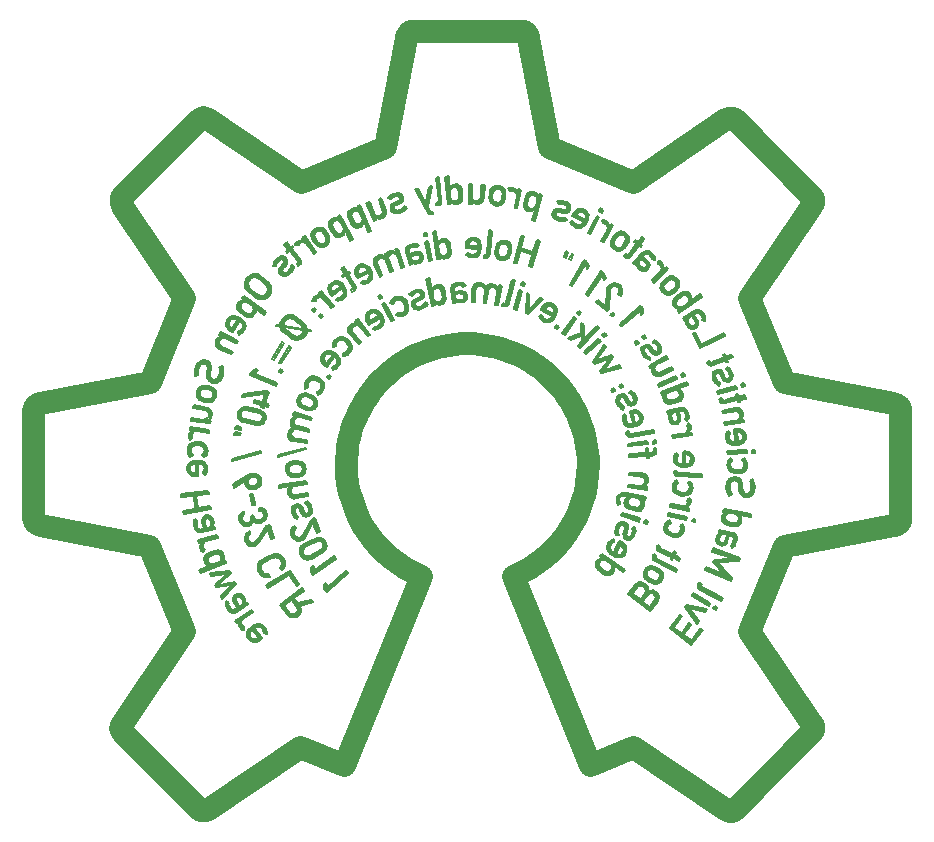
<source format=gbr>
G04 start of page 10 for group -4078 idx -4078 *
G04 Title: (unknown), bottomsilk *
G04 Creator: pcb 20091103 *
G04 CreationDate: Fri Aug 12 04:18:29 2011 UTC *
G04 For: oskay *
G04 Format: Gerber/RS-274X *
G04 PCB-Dimensions: 305000 295000 *
G04 PCB-Coordinate-Origin: lower left *
%MOIN*%
%FSLAX25Y25*%
%LNBACKSILK*%
%ADD14C,0.0750*%
%ADD17C,0.0120*%
%ADD26C,0.0070*%
G54D26*X79922Y68752D02*X79954Y68784D01*
X80025D02*X79954D01*
X79922Y68752D02*X79851D01*
X79339Y68158D02*X79851Y68752D01*
X79125Y67498D02*X79339Y68158D01*
X79207Y66860D02*X79125Y67498D01*
X79542Y66283D02*X79207Y66860D01*
X80025Y68784D02*X80095Y68752D01*
X80024Y65872D02*X79542Y66283D01*
X80616Y65696D02*X80024Y65872D01*
X81267Y65763D02*X80616Y65696D01*
X81934Y66109D02*X81267Y65763D01*
X81934Y66109D02*X82005Y66180D01*
Y66212D02*Y66180D01*
X82037Y66250D02*X82005Y66212D01*
X82037Y66250D02*Y66353D01*
X82005Y66385D02*X82037Y66353D01*
G54D17*X79830Y65490D02*X81300Y65260D01*
G54D26*X84763Y68156D02*X84674Y68719D01*
X84751Y67537D02*X84763Y68156D01*
X83773Y67671D02*X84751Y67537D01*
X82005Y66385D02*X80095Y68752D01*
X83323Y66006D02*X80790Y69131D01*
X82597Y65343D02*X83323Y66006D01*
X82106Y65002D02*X82597Y65343D01*
X81595Y64788D02*X82106Y65002D01*
X81075Y64695D02*X81595Y64788D01*
X80561Y64713D02*X81075Y64695D01*
G54D17*X81300Y65260D02*X82570Y65980D01*
X82270Y66800D01*
X80040Y69380D01*
G54D26*X80064Y64834D02*X80561Y64713D01*
X79598Y65049D02*X80064Y64834D01*
X79175Y65351D02*X79598Y65049D01*
X78809Y65730D02*X79175Y65351D01*
X78549Y66123D02*X78809Y65730D01*
X78358Y66574D02*X78549Y66123D01*
G54D17*X79020Y66210D02*X79830Y65490D01*
G54D26*X78254Y67070D02*X78358Y66574D01*
X78257Y67600D02*X78254Y67070D01*
X78383Y68159D02*X78257Y67600D01*
X78662Y68730D02*X78383Y68159D01*
G54D17*X79040Y68350D02*X78780Y67310D01*
X79020Y66210D01*
X80410Y69840D02*X79040Y68350D01*
G54D26*X83767Y68082D02*X83773Y67671D01*
X83714Y68486D02*X83767Y68082D01*
X84159Y69723D02*X83719Y70183D01*
X84475Y69238D02*X84159Y69723D01*
X82854Y69677D02*X83394Y69202D01*
X84674Y68719D02*X84475Y69238D01*
X83595Y68865D02*X83714Y68486D01*
X83394Y69202D02*X83595Y68865D01*
G54D17*X84270Y68240D02*X84040Y69190D01*
X83180Y70050D01*
G54D26*X82592Y70783D02*X81902Y70835D01*
X83197Y70551D02*X82592Y70783D01*
X83719Y70183D02*X83197Y70551D01*
X81902Y70835D02*X81439Y70754D01*
G54D17*X83180Y70050D02*X81970Y70350D01*
G54D26*X82211Y69896D02*X82854Y69677D01*
X81529Y69824D02*X82211Y69896D01*
X80822Y69446D02*X81529Y69824D01*
X80930Y70579D02*X80377Y70297D01*
X81439Y70754D02*X80930Y70579D01*
G54D17*X81970Y70350D02*X80410Y69840D01*
G54D26*X80790Y69408D02*X80822Y69446D01*
X80758Y69375D02*X80790Y69408D01*
X80758Y69337D02*Y69375D01*
X80719Y69305D02*X80758Y69337D01*
X80719Y69305D02*Y69202D01*
X80790Y69131D01*
X79119Y69311D02*X78662Y68730D01*
X79780Y69896D02*X79119Y69311D01*
X80377Y70297D02*X79780Y69896D01*
X80269Y74758D02*X79748Y75484D01*
X77041Y72500D02*X80269Y74758D01*
X76525Y71975D02*X77041Y72500D01*
X76308Y71388D02*X76525Y71975D01*
X79748Y75484D02*X74334Y71909D01*
X74338Y74605D02*X74816Y74860D01*
G54D17*X75130Y71750D02*X79550Y74800D01*
X75810Y71980D02*X75900Y71540D01*
G54D26*X76347Y70818D02*X76308Y71388D01*
X76591Y70314D02*X76347Y70818D01*
X76742Y70138D02*X76591Y70314D01*
X76923Y69990D02*X76742Y70138D01*
X77128Y69864D02*X76923Y69990D01*
X77350Y69755D02*X77128Y69864D01*
X77112Y68642D02*X77350Y69755D01*
X76817Y68772D02*X77112Y68642D01*
X76533Y68923D02*X76817Y68772D01*
G54D17*X76880Y69470D02*X76370Y70000D01*
G54D26*X76278Y69107D02*X76533Y68923D01*
X76070Y69337D02*X76278Y69107D01*
X75680Y70191D02*X76070Y69337D01*
G54D17*X76370Y70000D02*X76130Y70400D01*
G54D26*X75723Y71073D02*X75680Y70191D01*
X75723Y71073D02*Y71246D01*
X75613Y71356D01*
X75550Y71388D02*X75613Y71356D01*
X75550Y71388D02*X75479D01*
X75440Y71356D02*X75479Y71388D01*
X75408Y71356D02*X75440D01*
X74958Y71041D02*X75408Y71356D01*
X74334Y71909D02*X74958Y71041D01*
G54D14*X45681Y96788D02*X57384Y68577D01*
X35998Y36290D02*X36166Y35448D01*
X36670Y34701D01*
X35998Y36290D02*X36166Y37133D01*
X57384Y68577D01*
X62077Y9234D02*X62430Y8950D01*
X36670Y34701D02*X62077Y9234D01*
X64067Y8690D02*X64494Y8812D01*
X62430Y8950D02*X62813Y8760D01*
X63639Y8636D02*X64067Y8690D01*
X63219Y8657D02*X63639Y8636D01*
X62813Y8760D02*X63219Y8657D01*
X64913Y8995D02*X65316Y9234D01*
X64494Y8812D02*X64913Y8995D01*
X65316Y9234D02*X96013Y29954D01*
G54D26*X90654Y76943D02*X92975Y78712D01*
X90615Y76912D02*X90654Y76943D01*
X90583Y76873D02*X90615Y76912D01*
X90583Y76841D02*Y76873D01*
X90544Y76802D02*X90583Y76841D01*
X90544Y76802D02*Y76699D01*
X90583Y76667D02*X90544Y76699D01*
X90583Y76628D02*Y76667D01*
X92075Y74758D02*X90583Y76628D01*
X92107Y74758D02*X92075D01*
X92647Y74250D02*X92107Y74758D01*
G54D17*X90210Y76460D02*X92240Y74020D01*
G54D26*X91412Y74198D02*X91803Y73791D01*
X89123Y77117D02*X91412Y74198D01*
G54D17*X90030Y77050D02*X90210Y76460D01*
G54D26*X93013Y78712D02*X93045Y78750D01*
X93116D02*X93045D01*
X92975Y78712D02*X93013D01*
X93187D02*X93219Y78680D01*
X93116Y78750D02*X93187Y78712D01*
X95129Y75555D02*X94953Y74926D01*
X95019Y76245D02*X95129Y75555D01*
X94608Y76943D02*X95019Y76245D01*
X96120Y75751D02*X95926Y76564D01*
X96065Y74961D02*X96120Y75751D01*
X95766Y74225D02*X96065Y74961D01*
X95232Y73574D02*X95766Y74225D01*
X94757Y73261D02*X95232Y73574D01*
G54D17*X95230Y74390D02*X95550Y75790D01*
X95200Y77260D01*
G54D26*X93219Y73992D02*X92647Y74250D01*
X93883Y74028D02*X93219Y73992D01*
X94537Y74410D02*X93883Y74028D01*
X94953Y74926D02*X94537Y74410D01*
X94225Y73095D02*X94757Y73261D01*
X93675Y73047D02*X94225Y73095D01*
X93148Y73092D02*X93675Y73047D01*
G54D17*X93030Y73670D02*X94270D01*
G54D26*X92694Y73219D02*X93148Y73092D01*
X92238Y73458D02*X92694Y73219D01*
X91803Y73791D02*X92238Y73458D01*
G54D17*X92240Y74020D02*X93030Y73670D01*
X94270D02*X95230Y74390D01*
G54D26*X97141Y81837D02*X96517Y82705D01*
X94016Y79477D02*X97141Y81837D01*
X96517Y82705D02*X89123Y77117D01*
G54D17*X93010Y79360D02*X93660Y78770D01*
X94690Y77470D01*
X96440Y81990D02*X90030Y77050D01*
G54D26*X93219Y78680D02*X94608Y76943D01*
X93984Y79445D02*X94016Y79477D01*
X93952Y79406D02*X93984Y79445D01*
X93952Y79374D02*Y79406D01*
X93913Y79342D02*X93952Y79374D01*
X93913Y79342D02*Y79233D01*
X93952Y79200D02*X93913Y79233D01*
X93984Y79168D02*X93952Y79200D01*
X95129Y77741D02*X93984Y79168D01*
X99611Y78821D02*X95302Y77670D01*
X100337Y78017D02*X99611Y78821D01*
X96036Y76841D02*X100337Y78017D01*
G54D17*X95200Y77260D02*X99280Y78210D01*
G54D14*X110574Y23909D02*X136252Y86812D01*
X96013Y29954D02*X110574Y23909D01*
G54D26*X95167Y77709D02*X95129Y77741D01*
X95232Y77670D02*X95167Y77709D01*
X95232Y77670D02*X95302D01*
X96036Y76841D02*X95965Y76770D01*
X95926Y76738D02*X95965Y76770D01*
X95926Y76699D02*Y76738D01*
X95894Y76667D02*X95926Y76699D01*
X95894Y76667D02*Y76596D01*
X95926Y76564D02*X95894Y76596D01*
X75132Y79927D02*X75202Y79966D01*
X74816Y79824D02*X75132Y79927D01*
X74635Y79697D02*X74816Y79824D01*
X74488Y79536D02*X74635Y79697D01*
X74384Y79346D02*X74488Y79536D01*
X74334Y79130D02*X74384Y79346D01*
X74337Y78899D02*X74334Y79130D01*
X74392Y78654D02*X74337Y78899D01*
X74496Y78397D02*X74392Y78654D01*
X74642Y78127D02*X74496Y78397D01*
X74800Y80818D02*X74437Y80660D01*
X75163Y80905D02*X74800Y80818D01*
X75479Y76699D02*X74642Y78127D01*
G54D17*X74090Y78560D02*X75390Y76100D01*
G54D26*X75479Y76699D02*X75550Y76628D01*
X75582D02*X75550D01*
X75613Y76596D02*X75582Y76628D01*
X75613Y76596D02*X75723D01*
X75755Y76628D02*X75723Y76596D01*
X76205Y76912D02*X75755Y76628D01*
X76523Y77130D02*X76205Y76912D01*
X76765Y77362D02*X76523Y77130D01*
X74816Y74860D02*X78565Y77323D01*
G54D17*X74830Y75400D02*X77740Y77330D01*
G54D26*X76912Y77610D02*X76765Y77362D01*
X76970Y77883D02*X76912Y77610D01*
X76846Y78461D02*X76970Y77883D01*
X76482Y79130D02*X76846Y78461D01*
X76178Y79538D02*X76482Y79130D01*
X75854Y79808D02*X76178Y79538D01*
X75524Y79948D02*X75854Y79808D01*
X75202Y79966D02*X75524Y79948D01*
X75697Y80900D02*X75163Y80905D01*
X76211Y80720D02*X75697Y80900D01*
X76696Y80344D02*X76211Y80720D01*
X77144Y79753D02*X76696Y80344D01*
G54D17*X76810Y79700D02*X75780Y80350D01*
X74830D01*
G54D26*X77424Y79222D02*X77144Y79753D01*
X77562Y78783D02*X77424Y79222D01*
X77567Y78434D02*X77562Y78783D01*
X77459Y78127D02*X77567Y78434D01*
X77420Y78056D02*X77459Y78127D01*
G54D17*X77200Y78660D02*X76810Y79700D01*
G54D26*X77420Y78056D02*Y77985D01*
X77459Y77953D02*X77420Y77985D01*
X77459Y77914D02*Y77953D01*
X77491Y77883D02*X77459Y77914D01*
X77523Y77843D02*X77491Y77883D01*
X77594Y77812D02*X77523Y77843D01*
X77594Y77812D02*X77665D01*
X77697Y77843D02*X77665Y77812D01*
X77736Y77843D02*X77697D01*
X77807Y77914D02*X77736Y77843D01*
X78083Y78056D02*X77807Y77914D01*
X78565Y77323D02*X78083Y78056D01*
X73895Y74488D02*X74338Y74605D01*
X73480Y74496D02*X73895Y74488D01*
X73080Y74616D02*X73480Y74496D01*
X71620Y76075D02*X71958Y75583D01*
X71332Y76651D02*X71620Y76075D01*
X71241Y78300D02*X71136Y77768D01*
X71169Y77217D02*X71332Y76651D01*
X71136Y77768D02*X71169Y77217D01*
X72141Y77914D02*X71241Y78300D01*
X72055Y77644D02*X72141Y77914D01*
X72038Y77362D02*X72055Y77644D01*
G54D17*X71570Y77540D02*X72300Y75890D01*
G54D26*X72176Y76945D02*X72038Y77362D01*
X72425Y76493D02*X72176Y76945D01*
X72619Y76189D02*X72425Y76493D01*
X72810Y75937D02*X72619Y76189D01*
X73008Y75736D02*X72810Y75937D01*
X72693Y74843D02*X73080Y74616D01*
X72318Y75169D02*X72693Y74843D01*
X71958Y75583D02*X72318Y75169D01*
X73222Y75587D02*X73008Y75736D01*
X73455Y75505D02*X73222Y75587D01*
X73701Y75492D02*X73455Y75505D01*
X73950Y75544D02*X73701Y75492D01*
G54D17*X72300Y75890D02*X73340Y75140D01*
X74830Y75400D01*
G54D26*X74192Y75658D02*X73950Y75544D01*
X74784Y76043D02*X74192Y75658D01*
X74816Y76075D02*X74784Y76043D01*
X74855Y76108D02*X74816Y76075D01*
X74887Y76178D02*X74855Y76108D01*
X74887Y76178D02*Y76249D01*
X74855Y76281D02*X74887Y76249D01*
X74855Y76320D02*Y76281D01*
X73877Y77953D02*X74855Y76320D01*
X73662Y78386D02*X73877Y77953D01*
X73544Y78797D02*X73662Y78386D01*
G54D17*X73950Y79450D02*X74090Y78560D01*
G54D26*X73516Y79185D02*X73544Y78797D01*
X73569Y79548D02*X73516Y79185D01*
X73883Y80185D02*X73569Y79548D01*
X74437Y80660D02*X73883Y80185D01*
G54D17*X74830Y80350D02*X74250Y79910D01*
X73950Y79450D01*
G54D26*X69955Y79098D02*X74682Y84030D01*
X69402Y80106D02*X69955Y79098D01*
X72977Y83405D02*X69402Y80106D01*
X72836Y83785D02*X72772D01*
X73009Y83438D02*X72977Y83405D01*
X73009Y83470D02*Y83438D01*
X73048Y83509D02*X73009Y83470D01*
X73048Y83509D02*Y83612D01*
X73009Y83643D02*X73048Y83612D01*
X72977Y83683D02*X73009Y83643D01*
X72977Y83683D02*X72907Y83752D01*
X72836Y83785D02*X72907Y83752D01*
G54D17*X69990Y79940D02*X74040Y84130D01*
X72570D01*
X70710Y83850D01*
G54D26*X72907Y87637D02*X72598Y88370D01*
G54D17*X83010Y87680D02*X85040Y86800D01*
X85180Y83550D02*X92330Y87700D01*
X94900Y84140D01*
G54D26*X69261Y84062D02*X69229Y84099D01*
X69300Y84030D02*X69261Y84062D01*
X69332Y83991D02*X69300Y84030D01*
X69402Y83959D02*X69332Y83991D01*
X69402Y83959D02*X69473D01*
X69261Y84306D02*X69300Y84338D01*
X69261Y84273D02*Y84306D01*
X69229Y84235D02*X69261Y84273D01*
X69229Y84235D02*Y84099D01*
X67911Y83091D02*X72772Y83785D01*
X67595Y83714D02*X67911Y83091D01*
X71170Y87050D02*X67595Y83714D01*
G54D17*X71340Y86870D02*X68250Y83760D01*
X68970D01*
G54D26*X74263Y84827D02*X69473Y83959D01*
X74682Y84030D02*X74263Y84827D01*
X69300Y84338D02*X72907Y87637D01*
X71138Y87392D02*X71170Y87360D01*
X71067Y87431D02*X71138Y87392D01*
X71067Y87431D02*X70997D01*
X71209Y87084D02*X71170Y87050D01*
X71209Y87116D02*Y87084D01*
X71241Y87155D02*X71209Y87116D01*
X71241Y87155D02*Y87289D01*
X71209Y87328D02*X71241Y87289D01*
X71170Y87360D02*X71209Y87328D01*
G54D17*X72090Y87800D02*X71340Y86870D01*
G54D26*X111763Y87739D02*X111172Y88402D01*
X104922Y81489D02*X111763Y87739D01*
X104922Y83123D02*X104992D01*
X105025Y83162D02*X104992Y83123D01*
X105063Y83162D02*X105025D01*
X105095Y83193D02*X105063Y83162D01*
X111172Y88402D02*X105095Y83193D01*
G54D17*X111040Y87750D02*X104960Y82120D01*
G54D26*X104054Y82467D02*X104922Y81489D01*
X103912Y84030D02*X104054Y82467D01*
X104645Y84614D02*X103912Y84030D01*
X104748Y83335D02*X104645Y84614D01*
X104748Y83335D02*Y83264D01*
X104780Y83225D02*X104748Y83264D01*
X104819Y83193D02*X104780Y83225D01*
X104851Y83162D02*X104819Y83193D01*
X104922Y83123D02*X104851Y83162D01*
G54D17*X104960Y82120D02*X104500Y82910D01*
X104280Y83750D01*
G54D26*X107905Y92466D02*X107352Y93295D01*
X100305Y87155D02*X107905Y92466D01*
X100652Y88646D02*X100582Y88678D01*
X100652Y88646D02*X100723D01*
X100755Y88678D02*X100723Y88646D01*
X100787Y88678D02*X100755D01*
X107352Y93295D02*X100787Y88678D01*
G54D17*X107140Y92600D02*X100470Y87840D01*
G54D26*X99642Y89759D02*X99682Y88087D01*
X100440Y90280D02*X99642Y89759D01*
X100479Y88852D02*X100440Y90280D01*
X100479Y88820D02*Y88852D01*
X100511Y88781D02*X100479Y88820D01*
X100511Y88749D02*Y88781D01*
X100550Y88717D02*X100511Y88749D01*
X100582Y88678D02*X100550Y88717D01*
G54D17*X100470Y87840D02*X100170Y88430D01*
Y89520D01*
G54D26*X95547Y84030D02*X92525Y88575D01*
X92351Y86981D02*X94750Y83438D01*
X95547Y84030D01*
X92319Y87013D02*X92351Y86981D01*
X92280Y87045D02*X92319Y87013D01*
X92216Y87084D02*X92280Y87045D01*
X92216Y87084D02*X92145D01*
X92107Y87045D02*X92145Y87084D01*
X99682Y88087D02*X100305Y87155D01*
X92075Y87045D02*X92107D01*
X85162Y82846D02*X92075Y87045D01*
X92525Y88575D02*X84609Y83746D01*
X85272Y87392D02*X84644Y87407D01*
X85825Y86389D02*X85272Y87392D01*
X85305Y86306D02*X85825Y86389D01*
X84778Y86307D02*X85305Y86306D01*
X84609Y83746D02*X85162Y82846D01*
X84258Y86390D02*X84778Y86307D01*
G54D17*X89930Y89640D02*X90350Y90710D01*
X89960Y92230D01*
X89210Y92950D01*
X87810Y93600D01*
X85360Y92830D01*
G54D26*X99216Y92316D02*X99745Y92568D01*
X98695Y92200D02*X99216Y92316D01*
X98188Y92208D02*X98695Y92200D01*
X97701Y92324D02*X98188Y92208D01*
X97240Y92537D02*X97701Y92324D01*
G54D17*X97420Y93040D02*X98750Y92870D01*
G54D26*X96820Y92833D02*X97240Y92537D01*
X96458Y93196D02*X96820Y92833D01*
X96170Y93610D02*X96458Y93196D01*
X95965Y94074D02*X96170Y93610D01*
X95841Y94587D02*X95965Y94074D01*
X95805Y95124D02*X95841Y94587D01*
X95862Y95662D02*X95805Y95124D01*
X96009Y96174D02*X95862Y95662D01*
X96257Y96640D02*X96009Y96174D01*
X96620Y97042D02*X96257Y96640D01*
G54D17*X97910Y97260D02*X96930Y96440D01*
X96380Y95220D01*
X96570Y94050D01*
X97420Y93040D01*
G54D26*X87622Y94104D02*X87419Y94099D01*
X87837D02*X87622Y94104D01*
X88546Y93992D02*X87837Y94099D01*
X87419D02*X87256Y94077D01*
X89266Y93709D02*X88546Y93992D01*
X89941Y93195D02*X89266Y93709D01*
X88152Y92948D02*X88533Y92833D01*
X87923Y92988D02*X88152Y92948D01*
X87697Y92999D02*X87923Y92988D01*
X87456Y92976D02*X87697Y92999D01*
X87182Y92916D02*X87456Y92976D01*
X87256Y94077D02*X87066Y94036D01*
X90512Y92395D02*X89941Y93195D01*
X90851Y91419D02*X90512Y92395D01*
X90842Y90466D02*X90851Y91419D01*
X90495Y89549D02*X90842Y90466D01*
X89817Y88678D02*X90495Y89549D01*
X89297Y89617D02*X89817Y88678D01*
X89607Y90198D02*X89297Y89617D01*
X89758Y90774D02*X89607Y90198D01*
X89740Y91344D02*X89758Y90774D01*
X89541Y91906D02*X89740Y91344D01*
X89248Y92336D02*X89541Y91906D01*
X88905Y92637D02*X89248Y92336D01*
X88533Y92833D02*X88905Y92637D01*
X86855Y92812D02*X87182Y92916D01*
X86463Y92656D02*X86855Y92812D01*
X85978Y92438D02*X86463Y92656D01*
X85375Y92150D02*X85978Y92438D01*
X84772Y91859D02*X85375Y92150D01*
X84294Y91615D02*X84772Y91859D01*
X83923Y91404D02*X84294Y91615D01*
G54D17*X85360Y92830D02*X82870Y91270D01*
G54D26*X84155Y92781D02*X83615Y92501D01*
X84854Y93121D02*X84155Y92781D01*
X85396Y93378D02*X84854Y93121D01*
X85856Y93587D02*X85396Y93378D01*
X86245Y93752D02*X85856Y93587D01*
X86570Y93879D02*X86245Y93752D01*
X86840Y93972D02*X86570Y93879D01*
X87066Y94036D02*X86840Y93972D01*
X83638Y91212D02*X83923Y91404D01*
X83421Y91030D02*X83638Y91212D01*
X83255Y90847D02*X83421Y91030D01*
X82905Y92080D02*X82690Y91923D01*
X83207Y92271D02*X82905Y92080D01*
X83615Y92501D02*X83207Y92271D01*
X83125Y90657D02*X83255Y90847D01*
X83015Y90453D02*X83125Y90657D01*
X82870Y90030D02*X83015Y90453D01*
X82823Y89542D02*X82870Y90030D01*
G54D17*Y91270D02*X82280Y90060D01*
G54D26*X82887Y89022D02*X82823Y89542D01*
X83079Y88505D02*X82887Y89022D01*
X83493Y87963D02*X83079Y88505D01*
G54D17*X82280Y90060D02*X82450Y88780D01*
X83010Y87680D01*
G54D26*X87284Y99371D02*X85754Y103783D01*
X86345Y98992D02*X87284Y99371D01*
X85233Y102085D02*X86345Y98992D01*
X85754Y103783D02*X84712Y103474D01*
G54D17*X86620Y99800D02*X85360Y102940D01*
X84640Y102410D01*
G54D26*X85233Y102117D02*Y102085D01*
Y102117D02*X85162Y102188D01*
X85130D02*X85162D01*
X85098Y102220D02*X85130Y102188D01*
X85098Y102220D02*X84988D01*
X84957Y102188D02*X84988Y102220D01*
X84925Y102149D02*X84957Y102188D01*
X84886Y102117D02*X84925Y102149D01*
X84203Y105338D02*X84507Y105731D01*
X83802Y105001D02*X84203Y105338D01*
G54D17*X82980Y105090D02*X84100Y106090D01*
G54D26*X83309Y104725D02*X83802Y105001D01*
X82732Y104516D02*X83309Y104725D01*
X82189Y104408D02*X82732Y104516D01*
X81634Y104418D02*X82189Y104408D01*
X82150Y105288D02*X81794Y105307D01*
X82526Y105345D02*X82150Y105288D01*
X83184Y105657D02*X82526Y105345D01*
X82211Y97983D02*X84886Y102117D01*
X84712Y103474D02*X81484Y98613D01*
G54D17*X84640Y102410D02*X82590Y99450D01*
X97610Y117800D02*X89440Y116850D01*
X93010Y117200D02*X92840Y116740D01*
X92380Y115840D02*X92600Y114260D01*
X92950Y113610D01*
X93580Y113260D01*
X97910Y113940D01*
X98210Y111270D02*X99160Y110010D01*
X99460Y108570D01*
X99160Y107430D01*
X98130Y107070D01*
X97150Y107400D01*
X96520Y109010D01*
X95920Y109960D01*
X95320Y110230D01*
X94480Y110260D01*
X93710Y108840D02*X94150Y107070D01*
X94690Y106310D01*
X94480Y110260D02*X93960Y109770D01*
X93710Y108840D01*
X99760Y104790D02*X97060Y99770D01*
X95920Y99230D01*
X94500Y99390D01*
X93410Y100400D01*
X93360Y101650D01*
X93820Y102740D01*
G54D26*X101647Y98450D02*X101970Y98542D01*
X101308Y98298D02*X101647Y98450D01*
X102788Y99479D02*X102073Y99513D01*
X103412Y99238D02*X102788Y99479D01*
X101538Y99413D02*X100961Y99198D01*
X97701Y96388D02*X101308Y98298D01*
X97142Y95940D02*X97701Y96388D01*
X96841Y95361D02*X97142Y95940D01*
X96796Y94724D02*X96841Y95361D01*
X97007Y94099D02*X96796Y94724D01*
X97195Y93825D02*X97007Y94099D01*
X97425Y93602D02*X97195Y93825D01*
X97687Y93436D02*X97425Y93602D01*
X97977Y93334D02*X97687Y93436D01*
X98603Y93325D02*X97977Y93334D01*
X99263Y93578D02*X98603Y93325D01*
G54D17*X98750Y92870D02*X101200Y93990D01*
G54D26*X100961Y99198D02*X97109Y97359D01*
G54D17*X102460Y99110D02*X97910Y97260D01*
G54D26*X102807Y95591D02*X99263Y93578D01*
X103110Y95793D02*X102807Y95591D01*
X103358Y96025D02*X103110Y95793D01*
X103548Y96283D02*X103358Y96025D01*
X103675Y96562D02*X103548Y96283D01*
X103716Y97165D02*X103675Y96562D01*
X103501Y97777D02*X103716Y97165D01*
G54D17*X104230Y96030D02*X104200Y97260D01*
G54D26*X103210Y98159D02*X103501Y97777D01*
X102847Y98420D02*X103210Y98159D01*
X102428Y98551D02*X102847Y98420D01*
X101970Y98542D02*X102428Y98551D01*
G54D17*X103760Y98320D02*X102950Y98680D01*
G54D26*X103391Y94793D02*X103875Y95144D01*
X99745Y92568D02*X103391Y94793D01*
G54D17*X101200Y93990D02*X104230Y96030D01*
G54D26*X103941Y98813D02*X103412Y99238D01*
X104369Y98227D02*X103941Y98813D01*
X104574Y97782D02*X104369Y98227D01*
X104696Y97323D02*X104574Y97782D01*
X104728Y96860D02*X104696Y97323D01*
X104667Y96402D02*X104728Y96860D01*
X104508Y95957D02*X104667Y96402D01*
X104245Y95535D02*X104508Y95957D01*
X103875Y95144D02*X104245Y95535D01*
G54D17*X104200Y97260D02*X103760Y98320D01*
G54D26*X102073Y99513D02*X101538Y99413D01*
X101694Y101178D02*X102594Y101628D01*
X100376Y104303D02*Y104271D01*
Y104303D02*X100305Y104374D01*
X100234Y104406D02*X100305Y104374D01*
X100787Y106078D02*X99816Y105731D01*
X102594Y101628D02*X100787Y106078D01*
X100376Y104271D02*X101694Y101178D01*
G54D17*X101940Y101930D02*X100500Y105380D01*
X99760Y104790D01*
G54D26*X97109Y97359D02*X96620Y97042D01*
X97150Y99192D02*X97406Y99537D01*
X96847Y98903D02*X97150Y99192D01*
X96486Y98677D02*X96847Y98903D01*
X95995Y98519D02*X96486Y98677D01*
X95480Y98488D02*X95995Y98519D01*
X94959Y98573D02*X95480Y98488D01*
X94452Y98763D02*X94959Y98573D01*
X95407Y99573D02*X94809Y99705D01*
X95997Y99687D02*X95407Y99573D01*
X96216Y99802D02*X95997Y99687D01*
X96433Y99964D02*X96216Y99802D01*
X96640Y100186D02*X96433Y99964D01*
X96833Y100484D02*X96640Y100186D01*
X100234Y104406D02*X100163D01*
X100132Y104374D02*X100163Y104406D01*
X100092Y104374D02*X100132D01*
X100061Y104342D02*X100092Y104374D01*
X100029Y104303D02*X100061Y104342D01*
X97630Y99931D02*X100029Y104303D01*
X99816Y105731D02*X96833Y100484D01*
X97406Y99537D02*X97630Y99931D01*
X97283Y106663D02*X97926Y106525D01*
X96996Y106827D02*X97283Y106663D01*
X95302Y106489D02*X94955Y106818D01*
X94820Y105692D02*X95302Y106489D01*
X93977Y99046D02*X94452Y98763D01*
X93555Y99413D02*X93977Y99046D01*
X93203Y99851D02*X93555Y99413D01*
X92942Y100349D02*X93203Y99851D01*
X92815Y100803D02*X92942Y100349D01*
X92782Y101272D02*X92815Y100803D01*
X92839Y101743D02*X92782Y101272D01*
X92982Y102200D02*X92839Y101743D01*
X93204Y102630D02*X92982Y102200D01*
X93501Y103018D02*X93204Y102630D01*
X93868Y103349D02*X93501Y103018D01*
X94300Y103609D02*X93868Y103349D01*
X94608Y102670D02*X94300Y103609D01*
X94150Y102260D02*X94608Y102670D01*
X93878Y101747D02*X94150Y102260D01*
X93797Y101185D02*X93878Y101747D01*
X93913Y100625D02*X93797Y101185D01*
X94283Y100062D02*X93913Y100625D01*
X94809Y99705D02*X94283Y100062D01*
X84033Y87597D02*X83493Y87963D01*
X84644Y87407D02*X84033Y87597D01*
X83754Y86556D02*X84258Y86390D01*
X83279Y86806D02*X83754Y86556D01*
X82845Y87139D02*X83279Y86806D01*
X82464Y87555D02*X82845Y87139D01*
X82147Y88055D02*X82464Y87555D01*
X81940Y88538D02*X82147Y88055D01*
X81815Y89024D02*X81940Y88538D01*
X81763Y89504D02*X81815Y89024D01*
X81775Y89967D02*X81763Y89504D01*
X81841Y90404D02*X81775Y89967D01*
X81954Y90804D02*X81841Y90404D01*
X82103Y91158D02*X81954Y90804D01*
X82282Y91456D02*X82103Y91158D01*
X82411Y91632D02*X82282Y91456D01*
X82536Y91780D02*X82411Y91632D01*
X82690Y91923D02*X82536Y91780D01*
X66207Y86737D02*X70997Y87431D01*
X72598Y88370D02*X65757Y87739D01*
G54D17*X66410Y87340D02*X72090Y87800D01*
G54D26*X69684Y92725D02*X69663Y92311D01*
X69576Y93192D02*X69684Y92725D01*
X69453Y93480D02*X69576Y93192D01*
X69310Y93722D02*X69453Y93480D01*
X69145Y93916D02*X69310Y93722D01*
X68952Y94060D02*X69145Y93916D01*
X68731Y94154D02*X68952Y94060D01*
X70482Y93478D02*X70373Y93925D01*
X70485Y93049D02*X70482Y93478D01*
X70397Y92633D02*X70485Y93049D01*
X70232Y92221D02*X70397Y92633D01*
X70373Y91945D02*X70444D01*
X70476Y91977D02*X70444Y91945D01*
X70965Y92189D02*X70476Y91977D01*
X71344Y91250D02*X70965Y92189D01*
X65757Y87739D02*X66207Y86737D01*
X62734Y87778D02*X71344Y91250D01*
G54D17*X62940Y88440D02*X70500Y91580D01*
X66140Y90000D01*
X64550Y91900D02*X64740Y93200D01*
G54D26*X66072Y90697D02*X65722Y90874D01*
X66451Y90627D02*X66072Y90697D01*
X67213Y90717D02*X66451Y90627D01*
X67942Y90974D02*X67213Y90717D01*
X68659Y91264D02*X67942Y90974D01*
X69300Y91668D02*X68659Y91264D01*
X69529Y91956D02*X69300Y91668D01*
X69663Y92311D02*X69529Y91956D01*
X68496Y94204D02*X68731Y94154D01*
X68255Y94218D02*X68496Y94204D01*
X68013Y94202D02*X68255Y94218D01*
X62355Y88717D02*X62734Y87778D01*
X65441Y89964D02*X62355Y88717D01*
X65480Y89964D02*X65441D01*
X65512Y89996D02*X65480Y89964D01*
X65544Y90035D02*X65512Y89996D01*
X65583Y90106D02*X65544Y90035D01*
X65583Y90106D02*Y90170D01*
X65544Y90209D02*X65583Y90170D01*
X65544Y90241D02*Y90209D01*
X65512Y90280D02*X65544Y90241D01*
X65480Y90312D02*X65512Y90280D01*
X65441Y90312D02*X65480D01*
X65009Y90555D02*X65441Y90312D01*
X64636Y90866D02*X65009Y90555D01*
X64335Y91239D02*X64636Y90866D01*
X64123Y91668D02*X64335Y91239D01*
G54D17*X65200Y90970D02*X64550Y91900D01*
G54D26*X64445Y93716D02*X64329Y93539D01*
X64570Y93874D02*X64445Y93716D01*
X64722Y94021D02*X64570Y93874D01*
X64920Y94163D02*X64722Y94021D01*
X63998Y92200D02*X64123Y91668D01*
X64007Y92692D02*X63998Y92200D01*
X64124Y93140D02*X64007Y92692D01*
X64329Y93539D02*X64124Y93140D01*
X65480Y93160D02*X66121Y93568D01*
X65246Y92863D02*X65480Y93160D01*
X65111Y92497D02*X65246Y92863D01*
X65089Y92072D02*X65111Y92497D01*
X65197Y91598D02*X65089Y92072D01*
X65423Y91170D02*X65197Y91598D01*
X65722Y90874D02*X65423Y91170D01*
X68605Y95314D02*X68669D01*
X68828Y95293D02*X68669Y95314D01*
X69016Y95243D02*X68828Y95293D01*
X69432Y95065D02*X69016Y95243D01*
X68392Y99545D02*X68148Y100484D01*
X69809Y94792D02*X69432Y95065D01*
X70130Y94415D02*X69809Y94792D01*
X70373Y93925D02*X70130Y94415D01*
G54D17*X68590Y94790D02*X69550Y94420D01*
X69990Y93090D01*
G54D26*X70200Y92189D02*X70232Y92221D01*
X70200Y92189D02*Y92080D01*
X70232Y92048D02*X70200Y92080D01*
X70270Y92016D02*X70232Y92048D01*
X70302Y91977D02*X70270Y92016D01*
X70341Y91977D02*X70302D01*
X70373Y91945D02*X70341Y91977D01*
X67439Y94061D02*X68013Y94202D01*
X66869Y93855D02*X67439Y94061D01*
X66121Y93568D02*X66869Y93855D01*
X65189Y94312D02*X64920Y94163D01*
X65538Y94470D02*X65189Y94312D01*
X65978Y94640D02*X65538Y94470D01*
X66522Y94825D02*X65978Y94640D01*
X67284Y95063D02*X66522Y94825D01*
X67853Y95216D02*X67284Y95063D01*
X68278Y95295D02*X67853Y95216D01*
X68605Y95314D02*X68278Y95295D01*
G54D17*X64740Y93200D02*X66600Y94270D01*
X68590Y94790D01*
G54D26*X64612Y98471D02*X68392Y99545D01*
X64249Y98324D02*X64612Y98471D01*
X63957Y98119D02*X64249Y98324D01*
X63732Y97874D02*X63957Y98119D01*
X68148Y100484D02*X61937Y98716D01*
G54D17*X67850Y99940D02*X62630Y98230D01*
G54D26*X63570Y97603D02*X63732Y97874D01*
X63441Y97029D02*X63570Y97603D01*
X63532Y96459D02*X63441Y97029D01*
X63626Y96250D02*X63532Y96459D01*
X62626Y96687D02*X62628Y96191D01*
X62730Y97156D02*X62626Y96687D01*
X62940Y97571D02*X62730Y97156D01*
X62940Y97603D02*Y97571D01*
X62979Y97635D02*X62940Y97603D01*
X62979Y97635D02*Y97777D01*
X62940Y97809D02*X62979Y97777D01*
X62908Y97848D02*X62940Y97809D01*
X62876Y97880D02*X62908Y97848D01*
X62805Y97918D02*X62876Y97880D01*
X62805Y97918D02*X62702D01*
X62182Y97777D02*X62702Y97918D01*
X61937Y98716D02*X62182Y97777D01*
X63757Y96073D02*X63626Y96250D01*
X63914Y95915D02*X63757Y96073D01*
X64091Y95764D02*X63914Y95915D01*
X63461Y94793D02*X64091Y95764D01*
X63233Y94980D02*X63461Y94793D01*
X63029Y95182D02*X63233Y94980D01*
X62859Y95416D02*X63029Y95182D01*
X62734Y95693D02*X62859Y95416D01*
X62628Y96191D02*X62734Y95693D01*
G54D17*X63100Y96870D02*X63360Y95580D01*
G54D14*X9375Y103858D02*X45681Y96788D01*
X8919Y103972D02*X9375Y103858D01*
X8488Y104135D02*X8919Y103972D01*
X8094Y104346D02*X8488Y104135D01*
X7748Y104605D02*X8094Y104346D01*
X7460Y104912D02*X7748Y104605D01*
X7241Y105267D02*X7460Y104912D01*
X7102Y105670D02*X7241Y105267D01*
X7053Y106120D02*X7102Y105670D01*
X7053Y142101D02*Y106120D01*
Y142101D02*X7101Y142561D01*
X7238Y142989D01*
X7454Y143375D01*
X7740Y143709D01*
X8085Y143984D01*
X8479Y144193D01*
X8912Y144323D01*
X9375Y144369D01*
X45735Y151439D01*
G54D26*X64605Y106069D02*X64817Y106142D01*
X64421Y105948D02*X64605Y106069D01*
X64269Y105786D02*X64421Y105948D01*
X64155Y105589D02*X64269Y105786D01*
X64081Y105367D02*X64155Y105589D01*
X64041Y105122D02*X64081Y105367D01*
X64817Y106142D02*X65029Y106167D01*
X64050Y106725D02*X63570Y106252D01*
X64715Y106978D02*X64050Y106725D01*
X64903Y107005D02*X64715Y106978D01*
X65094Y107010D02*X64903Y107005D01*
G54D17*X64110Y106230D02*X65200Y106580D01*
G54D26*X64042Y104850D02*X64041Y105122D01*
X64091Y104548D02*X64042Y104850D01*
X65859Y103191D02*X65580Y103041D01*
X66088Y103358D02*X65859Y103191D01*
X66238Y103577D02*X66088Y103358D01*
X66313Y103847D02*X66238Y103577D01*
X66325Y104150D02*X66313Y103847D01*
X66285Y104497D02*X66325Y104150D01*
X66207Y104895D02*X66285Y104497D01*
X66109Y105235D02*X66207Y104895D01*
X65983Y105522D02*X66109Y105235D01*
X65830Y105756D02*X65983Y105522D01*
X65654Y105937D02*X65830Y105756D01*
X65454Y106065D02*X65654Y105937D01*
X65243Y106141D02*X65454Y106065D01*
X65029Y106167D02*X65243Y106141D01*
X65133Y107010D02*X65094D01*
X65763Y106912D02*X65133Y107010D01*
X66302Y106604D02*X65763Y106912D01*
X66724Y106065D02*X66302Y106604D01*
G54D17*X65200Y106580D02*X66230Y106070D01*
X66730Y104360D01*
G54D26*X67004Y105274D02*X66724Y106065D01*
X67063Y104970D02*X67004Y105274D01*
X67094Y104712D02*X67063Y104970D01*
X67098Y104492D02*X67094Y104712D01*
X67075Y104303D02*X67098Y104492D01*
X66966Y103989D02*X67075Y104303D01*
X66759Y103712D02*X66966Y103989D01*
X66727Y103680D02*X66759Y103712D01*
X66695Y103609D02*X66727Y103680D01*
X66695Y103609D02*Y103538D01*
X66727Y103506D02*X66695Y103538D01*
X66727Y103474D02*Y103506D01*
X66759Y103435D02*X66727Y103474D01*
X66798Y103403D02*X66759Y103435D01*
X66869Y103370D02*X66798Y103403D01*
X66869Y103370D02*X66933D01*
X67351Y103474D02*X66933Y103370D01*
X67595Y102502D02*X67351Y103474D01*
X64502Y102914D02*X64470Y102953D01*
X64502Y102883D02*Y102914D01*
X64541Y102843D02*X64502Y102883D01*
X64573Y102812D02*X64541Y102843D01*
X64612Y102812D02*X64573D01*
X64644Y102780D02*X64612Y102812D01*
X64644Y102780D02*X64747D01*
X65197Y102914D02*X64747Y102780D01*
X65236Y102914D02*X65197D01*
X65580Y103041D02*X65236Y102914D01*
X63255Y101423D02*X67595Y102502D01*
G54D17*X62140Y101870D02*X66900Y102840D01*
G54D26*X62716Y101335D02*X63255Y101423D01*
X62255Y101362D02*X62716Y101335D01*
X61860Y101498D02*X62255Y101362D01*
X61519Y101738D02*X61860Y101498D01*
X61224Y102075D02*X61519Y101738D01*
X60975Y102501D02*X61224Y102075D01*
X60773Y103005D02*X60975Y102501D01*
G54D17*X61550Y102490D02*X62140Y101870D01*
G54D26*X61969Y102606D02*X61683Y103086D01*
X62162Y102439D02*X61969Y102606D01*
X62387Y102333D02*X62162Y102439D01*
X62638Y102294D02*X62387Y102333D01*
X62908Y102328D02*X62638Y102294D01*
X63602Y102502D02*X62908Y102328D01*
X60619Y103577D02*X60773Y103005D01*
X60520Y104220D02*X60619Y103577D01*
X60531Y104806D02*X60520Y104220D01*
X60663Y105334D02*X60531Y104806D01*
X60927Y105800D02*X60663Y105334D01*
X61661Y105106D02*X60927Y105800D01*
G54D17*X60720Y114030D02*X61430Y108750D01*
G54D26*X61505Y104877D02*X61661Y105106D01*
X61416Y104618D02*X61505Y104877D01*
X61406Y104223D02*X61416Y104618D01*
X61487Y103750D02*X61406Y104223D01*
G54D17*X61030Y105020D02*X61000Y103870D01*
X61550Y102490D01*
G54D26*X61683Y103086D02*X61487Y103750D01*
X63634Y102535D02*X63602Y102502D01*
X63673Y102535D02*X63634D01*
X63673D02*X63744Y102606D01*
Y102638D02*Y102606D01*
X63776Y102670D02*X63744Y102638D01*
X63776Y102670D02*Y102741D01*
X64470Y102953D02*X64091Y104548D01*
X63358Y104650D02*X63776Y102741D01*
G54D17*X64290Y102360D02*X63800Y104490D01*
X63650Y105450D01*
X64110Y106230D01*
G54D26*X63294Y105134D02*X63358Y104650D01*
X63314Y105561D02*X63294Y105134D01*
X63409Y105933D02*X63314Y105561D01*
X63570Y106252D02*X63409Y105933D01*
X57076Y107396D02*X66175Y109062D01*
X56863Y108612D02*X57076Y107396D01*
X60754Y109203D02*X56863Y108612D01*
X60792Y109203D02*X60754D01*
G54D17*X61430Y108750D02*X65630Y109490D01*
X57510Y108130D01*
G54D26*X60825Y109235D02*X60792Y109203D01*
X60857Y109273D02*X60825Y109235D01*
X60895Y109306D02*X60857Y109273D01*
X60895Y109338D02*Y109306D01*
X60927Y109377D02*X60895Y109338D01*
X60927Y109377D02*Y109441D01*
X81675Y97297D02*X82211Y97983D01*
X80963Y96838D02*X81675Y97297D01*
X81267Y98323D02*X81038Y98118D01*
X81484Y98613D02*X81267Y98323D01*
G54D17*X82590Y99450D02*X81370Y97700D01*
G54D26*X80807Y97976D02*X80584Y97880D01*
X81038Y98118D02*X80807Y97976D01*
X77833Y98004D02*X78153Y97572D01*
X77594Y98503D02*X77833Y98004D01*
X77487Y98957D02*X77594Y98503D01*
X77477Y99425D02*X77487Y98957D01*
X77559Y99892D02*X77477Y99425D01*
X77724Y100343D02*X77559Y99892D01*
X77966Y100765D02*X77724Y100343D01*
X78279Y101141D02*X77966Y100765D01*
X78654Y101458D02*X78279Y101141D01*
G54D17*X77970Y99350D02*X78340Y100310D01*
X78720Y100770D01*
G54D26*X79086Y101699D02*X78654Y101458D01*
X79369Y100696D02*X79086Y101699D01*
X78908Y100310D02*X79369Y100696D01*
X78617Y99830D02*X78908Y100310D01*
X78511Y99296D02*X78617Y99830D01*
X78604Y98748D02*X78511Y99296D01*
X78748Y98447D02*X78604Y98748D01*
X78941Y98202D02*X78748Y98447D01*
X79172Y98014D02*X78941Y98202D01*
G54D17*X79070Y97560D02*X78230Y98350D01*
X77970Y99350D01*
G54D26*X78540Y97216D02*X78980Y96943D01*
X78153Y97572D02*X78540Y97216D01*
X79433Y97880D02*X79172Y98014D01*
X80463Y96700D02*X80963Y96838D01*
X79955Y96677D02*X80463Y96700D01*
X79456Y96761D02*X79955Y96677D01*
X78980Y96943D02*X79456Y96761D01*
X80010Y97778D02*X79433Y97880D01*
X80584D02*X80010Y97778D01*
G54D17*X81370Y97700D02*X80530Y97320D01*
X79070Y97560D01*
G54D26*X83135Y109376D02*X82211Y109512D01*
X83866Y109026D02*X83135Y109376D01*
X82211Y109512D02*X82384Y108573D01*
G54D17*X83710Y108450D02*X82960Y108890D01*
G54D26*X84395Y108478D02*X83866Y109026D01*
X84712Y107743D02*X84395Y108478D01*
G54D17*X84450Y107580D02*X83710Y108450D01*
G54D26*X83414Y108137D02*X83579Y107934D01*
X83220Y108296D02*X83414Y108137D01*
X82829Y108475D02*X83220Y108296D01*
X82384Y108573D02*X82829Y108475D01*
X80892Y110624D02*X80301Y114167D01*
X79922Y110450D02*X80892Y110624D01*
X79330Y114025D02*X79922Y110450D01*
G54D17*X79900Y113710D02*X80420Y111280D01*
G54D26*X84707Y106175D02*X84807Y106664D01*
X84507Y105731D02*X84707Y106175D01*
X83628Y106151D02*X83184Y105657D01*
X83843Y106755D02*X83628Y106151D01*
X84807Y107190D02*X84712Y107743D01*
X84807Y106664D02*Y107190D01*
X83812Y107396D02*X83843Y106755D01*
X83713Y107687D02*X83812Y107396D01*
X83579Y107934D02*X83713Y107687D01*
G54D17*X84100Y106090D02*X84450Y107580D01*
X81610Y104880D02*X82980Y105090D01*
G54D26*X81091Y104580D02*X81634Y104418D01*
X80584Y104927D02*X81091Y104580D01*
X80545Y104966D02*X80584Y104927D01*
X80475Y104998D02*X80545Y104966D01*
X80475Y104998D02*X80411D01*
X80372Y104966D02*X80411Y104998D01*
X80340Y104966D02*X80372D01*
X80340D02*X80269Y104895D01*
Y104863D02*Y104895D01*
X80005Y104315D02*X80269Y104863D01*
X79648Y103922D02*X80005Y104315D01*
X79220Y103652D02*X79648Y103922D01*
X78738Y103474D02*X79220Y103652D01*
X78264Y103389D02*X78738Y103474D01*
X77783Y103404D02*X78264Y103389D01*
X77310Y103515D02*X77783Y103404D01*
X76861Y103720D02*X77310Y103515D01*
X77858Y104421D02*X77558Y104507D01*
X78175Y104399D02*X77858Y104421D01*
G54D17*X77040Y104160D02*X78510Y103920D01*
X79600Y104530D01*
G54D26*X76452Y104016D02*X76861Y103720D01*
X76097Y104400D02*X76452Y104016D01*
X75812Y104867D02*X76097Y104400D01*
G54D17*X76200Y104950D02*X77040Y104160D01*
G54D26*X75613Y105416D02*X75812Y104867D01*
X75553Y105842D02*X75613Y105416D01*
X75580Y106272D02*X75553Y105842D01*
G54D17*X76170Y106490D02*X76200Y104950D01*
G54D26*X75684Y106694D02*X75580Y106272D01*
X75860Y107097D02*X75684Y106694D01*
X76098Y107470D02*X75860Y107097D01*
X76392Y107801D02*X76098Y107470D01*
G54D17*X76760Y107420D02*X76170Y106490D01*
G54D26*X76732Y108080D02*X76392Y107801D01*
X77112Y108296D02*X76732Y108080D01*
X77350Y107358D02*X77112Y108296D01*
X76922Y107009D02*X77350Y107358D01*
X76644Y106582D02*X76922Y107009D01*
X76519Y106120D02*X76644Y106582D01*
X76552Y105660D02*X76519Y106120D01*
X76662Y105354D02*X76552Y105660D01*
X76825Y105079D02*X76662Y105354D01*
X77034Y104842D02*X76825Y105079D01*
X77280Y104650D02*X77034Y104842D01*
X77558Y104507D02*X77280Y104650D01*
X78501Y104445D02*X78175Y104399D01*
X78805Y104559D02*X78501Y104445D01*
X79073Y104730D02*X78805Y104559D01*
X79297Y104950D02*X79073Y104730D01*
X79472Y105210D02*X79297Y104950D01*
X79659Y105805D02*X79472Y105210D01*
X79607Y106489D02*X79659Y105805D01*
X79542Y106773D02*X79607Y106489D01*
X80340Y106978D02*X79542Y106773D01*
X80411Y106599D02*X80340Y106978D01*
X80523Y106281D02*X80411Y106599D01*
X80691Y105993D02*X80523Y106281D01*
X80907Y105745D02*X80691Y105993D01*
X81167Y105543D02*X80907Y105745D01*
X81465Y105395D02*X81167Y105543D01*
X81794Y105307D02*X81465Y105395D01*
G54D17*X80770Y105350D02*X81610Y104880D01*
X79600Y104530D02*X80140Y106160D01*
X80770Y105350D01*
G54D26*X78497Y118763D02*X78809Y119273D01*
X78430Y118160D02*X78497Y118763D01*
G54D17*X81510Y120030D02*X82310Y119120D01*
X82380Y117510D01*
X81440Y116670D01*
X79790Y116230D01*
X78550Y116650D01*
G54D26*X78596Y117545D02*X78430Y118160D01*
X77665Y117568D02*X77884Y116793D01*
X77661Y117739D02*X77665Y117568D01*
X77674Y117928D02*X77661Y117739D01*
X77699Y118112D02*X77674Y117928D01*
X77736Y118263D02*X77699Y118112D01*
X77736Y118263D02*Y118366D01*
X77697Y118405D02*X77736Y118366D01*
X77697Y118437D02*Y118405D01*
X77665Y118468D02*X77697Y118437D01*
X77633Y118508D02*X77665Y118468D01*
X77562Y118539D02*X77633Y118508D01*
X77562Y118539D02*X77491D01*
X77459Y118508D02*X77491Y118539D01*
X77420Y118508D02*X77459D01*
X73813Y116180D02*X77420Y118508D01*
X73704Y117395D02*X73813Y116180D01*
X78604Y120346D02*X73704Y117395D01*
G54D17*X78180Y117320D02*X78110Y118820D01*
X78550Y116650D02*X78180Y117320D01*
G54D26*X223293Y73400D02*X222456Y73921D01*
X220650Y69858D02*X223293Y73400D01*
X222456Y73921D02*X219087Y69549D01*
G54D17*X219860Y69580D02*X222500Y73180D01*
G54D26*X220618Y69788D02*X220650Y69825D01*
X220618Y69788D02*Y69684D01*
X220650Y69652D02*X220618Y69684D01*
X220688Y69620D02*X220650Y69652D01*
X220688Y69581D02*Y69620D01*
X220650Y69825D02*Y69858D01*
X222906Y67845D02*X220688Y69581D01*
X222945Y67845D02*X222906D01*
X223009Y67813D02*X222945Y67845D01*
X223009Y67813D02*X223080D01*
X223119Y67845D02*X223080Y67813D01*
X223151Y67845D02*X223119D01*
X223183Y67884D02*X223151Y67845D01*
X223222Y67916D02*X223183Y67884D01*
X223916Y67292D02*Y67324D01*
X223877Y67253D02*X223916Y67292D01*
X223877Y67253D02*Y67150D01*
X223916Y67118D02*X223877Y67150D01*
X223948Y67080D02*X223916Y67118D01*
X223948Y67048D02*Y67080D01*
X219994Y94060D02*X219955Y94099D01*
X219994Y94060D02*X220058D01*
X220097Y94099D02*X220058Y94060D01*
X220129Y94099D02*X220097D01*
X220168Y94131D02*X220129Y94099D01*
X220200Y94163D02*X220168Y94131D01*
X220200Y94202D02*Y94163D01*
X220515Y94967D02*X220200Y94202D01*
X221138Y94684D02*X220515Y94967D01*
X220823Y93925D02*X221138Y94684D01*
X220791Y93855D02*X220823Y93925D01*
X220791Y93816D02*Y93855D01*
X220823Y93784D02*X220791Y93816D01*
X220823Y93752D02*Y93784D01*
Y93752D02*X220894Y93681D01*
X220926D02*X220894D01*
X222662Y92916D02*X220926Y93681D01*
X222180Y91874D02*X222662Y92916D01*
X220476Y92710D02*X222180Y91874D01*
X220444Y92742D02*X220476Y92710D01*
X220444Y92742D02*X220341D01*
X220302Y92710D02*X220341Y92742D01*
X220270Y92671D02*X220302Y92710D01*
X220231Y92639D02*X220270Y92671D01*
X219994Y92150D02*X220231Y92639D01*
X219402Y92427D02*X219994Y92150D01*
X219608Y92884D02*X219402Y92427D01*
X219647Y92948D02*X219608Y92884D01*
X219647Y92948D02*Y93018D01*
X219608Y93058D02*X219647Y93018D01*
X219608Y93089D02*Y93058D01*
Y93089D02*X219537Y93160D01*
X219505D02*X219537D01*
X225511Y70970D02*X223222Y67916D01*
X226244Y70449D02*X225511Y70970D01*
X223916Y67324D02*X226244Y70449D01*
G54D17*X225530Y70190D02*X223360Y67160D01*
G54D26*X226102Y65343D02*X223948Y67048D01*
X219087Y69549D02*X226379Y63820D01*
G54D17*X226350Y64550D02*X219860Y69580D01*
G54D26*X226134Y65343D02*X226102D01*
X226205Y65312D02*X226134Y65343D01*
X226205Y65312D02*X226276D01*
X226308Y65343D02*X226276Y65312D01*
X226347Y65343D02*X226308D01*
X226379Y65383D02*X226347Y65343D01*
X226418Y65414D02*X226379Y65383D01*
X229298Y69273D02*X226418Y65414D01*
X230127Y68713D02*X229298Y69273D01*
X226379Y63820D02*X230127Y68713D01*
G54D17*X229380Y68620D02*X226350Y64550D01*
G54D26*X231452Y75799D02*X224643Y77149D01*
X226031Y76043D02*X230822Y74828D01*
G54D17*X224930Y76750D02*X230630Y75500D01*
G54D26*X226031Y76043D02*X225929D01*
X225897Y76005D02*X225929Y76043D01*
X225858Y75973D02*X225897Y76005D01*
X225826Y75934D02*X225858Y75973D01*
X225787Y75902D02*X225826Y75934D01*
X225755Y75831D02*X225787Y75902D01*
X225755Y75831D02*Y75760D01*
X225787Y75728D02*X225755Y75760D01*
X225787Y75728D02*Y75658D01*
X228809Y71735D02*X225787Y75658D01*
X228256Y70899D02*X228809Y71735D01*
X224225Y76525D02*X228256Y70899D01*
G54D17*X228350Y71650D02*X224680Y76570D01*
X224930Y76750D01*
G54D26*X224643Y77149D02*X224225Y76525D01*
X232597Y77812D02*X227002Y81078D01*
X232108Y76943D02*X232597Y77812D01*
X226520Y80242D02*X232108Y76943D01*
G54D17*X231950Y77570D02*X227100Y80420D01*
G54D26*X234988Y76391D02*X234159Y76873D01*
X234506Y75523D02*X234988Y76391D01*
X233670Y76043D02*X234506Y75523D01*
G54D17*X234410Y76140D02*X234230Y76250D01*
G54D26*X234159Y76873D02*X233670Y76043D01*
X230822Y74828D02*X231452Y75799D01*
X236725Y79548D02*X229851Y83020D01*
X229330Y82255D02*X236172Y78506D01*
G54D17*X229240Y82840D02*X235980Y79420D01*
G54D26*X236172Y78506D02*X236725Y79548D01*
X227002Y81078D02*X226520Y80242D01*
X229748Y84203D02*X228912Y84614D01*
X229606Y83959D02*X229748Y84203D01*
X229606Y83920D02*Y83959D01*
X228912Y84614D02*X228738Y84267D01*
X229851Y83020D02*X229629Y83177D01*
X229001Y82466D02*X229330Y82255D01*
X228766Y82679D02*X229001Y82466D01*
X228615Y82897D02*X228766Y82679D01*
X228533Y83123D02*X228615Y82897D01*
X228530Y83636D02*X228533Y83123D01*
G54D17*X229100Y83410D02*X229240Y82840D01*
G54D26*X229513Y83662D02*X229606Y83920D01*
X229504Y83399D02*X229513Y83662D01*
X229629Y83177D02*X229504Y83399D01*
X228738Y84235D02*X228530Y83636D01*
X228738Y84267D02*Y84235D01*
G54D17*X229030Y84020D02*X229100Y83410D01*
G54D26*X235201Y91148D02*X235168Y91180D01*
X235233Y91109D02*X235201Y91148D01*
X231343Y89828D02*X230963Y88923D01*
X236725Y87534D02*X231343Y89828D01*
X233497Y91424D02*X236969Y87881D01*
G54D17*X237010Y88560D02*X234210Y91620D01*
G54D26*X239920Y86183D02*X235233Y91109D01*
X239400Y85000D02*X239920Y86183D01*
X230963Y88923D02*X239400Y85000D01*
G54D17*X239190Y85860D02*X237570Y87660D01*
G54D26*X236763Y87502D02*X236725Y87534D01*
X236763Y87502D02*X236866D01*
X236898Y87534D02*X236866Y87502D01*
X236937Y87571D02*X236898Y87534D01*
X236969Y87605D02*X236937Y87571D01*
X237008Y87637D02*X236969Y87605D01*
G54D17*X231560Y89180D02*X239190Y85860D01*
G54D26*X237040Y87708D02*X237008Y87637D01*
X237040Y87708D02*Y87778D01*
X237008Y87810D02*X237040Y87778D01*
X237008Y87849D02*Y87810D01*
X236969Y87881D02*X237008Y87849D01*
G54D17*X237570Y87660D02*X237010Y88560D01*
G54D14*X245655Y68577D02*X257362Y96788D01*
X245655Y68577D02*X266369Y37880D01*
X266608Y37480D01*
X266792Y37067D01*
X266914Y36649D01*
X266969Y36232D01*
X266948Y35822D02*X266969Y36232D01*
X266845Y35426D02*X266948Y35822D01*
X266369Y34701D02*X266655Y35050D01*
X266845Y35426D01*
X240962Y9234D02*X266369Y34701D01*
X240602Y8942D02*X240962Y9234D01*
X240203Y8733D02*X240602Y8942D01*
X239778Y8608D02*X240203Y8733D01*
X239342Y8567D02*X239778Y8608D01*
X238905D02*X239342Y8567D01*
X238480Y8733D02*X238905Y8608D01*
X238083Y8942D02*X238480Y8733D01*
X237723Y9234D02*X238083Y8942D01*
X207031Y29954D02*X237723Y9234D01*
X192464Y23909D02*X207031Y29954D01*
X166787Y86812D02*X192464Y23909D01*
X166787Y86812D02*X169488Y88036D01*
X172080Y89448D01*
X174552Y91040D01*
X176896Y92801D01*
X179102Y94725D01*
X181163Y96802D01*
G54D26*X212487Y81025D02*X212876Y81078D01*
X212108Y80860D02*X212487Y81025D01*
X211747Y80587D02*X212108Y80860D01*
X210162Y78262D02*X212355Y76493D01*
X214400Y79721D02*X214333Y79055D01*
X214336Y80032D02*X214400Y79721D01*
X214205Y80314D02*X214336Y80032D01*
X214016Y80560D02*X214205Y80314D01*
X213776Y80763D02*X214016Y80560D01*
X213347Y80986D02*X213776Y80763D01*
X212876Y81078D02*X213347Y80986D01*
X205269Y80763D02*X212561Y75034D01*
G54D17*X212450Y75750D02*X205990Y80850D01*
X212410Y75860D02*X214230Y77850D01*
X214940Y79560D02*X214620Y80740D01*
G54D26*X210098Y78435D02*X210130Y78474D01*
X210098Y78435D02*Y78333D01*
X210130Y78300D02*X210098Y78333D01*
X210162Y78262D02*X210130Y78300D01*
X211416Y80210D02*X211747Y80587D01*
X210130Y78506D02*X211416Y80210D01*
X210130Y78474D02*Y78506D01*
X210793Y80866D02*X209436Y79098D01*
X212419Y76455D02*X212355Y76493D01*
X212419Y76455D02*X212490D01*
X212529Y76493D02*X212490Y76455D01*
X212561Y76493D02*X212529D01*
X212561D02*X212631Y76564D01*
X214333Y79055D02*X213981Y78364D01*
X214786Y77914D02*X215122Y78466D01*
X213981Y78364D02*X212631Y76564D01*
X212561Y75034D02*X214786Y77914D01*
G54D17*X214230Y77850D02*X214940Y79560D01*
G54D26*X206831Y80795D02*Y80834D01*
X209120Y79027D02*X206831Y80795D01*
X209159Y79027D02*X209120D01*
X209230Y78995D02*X209159Y79027D01*
X209230Y78995D02*X209294D01*
X209333Y79027D02*X209294Y78995D01*
X209365Y79027D02*X209333D01*
X209404Y79059D02*X209365Y79027D01*
X209436Y79098D02*X209404Y79059D01*
X211130Y81567D02*X210793Y80866D01*
X211140Y82223D02*X211130Y81567D01*
X211033Y82523D02*X211140Y82223D01*
X210866Y82793D02*X211033Y82523D01*
G54D17*X211480Y81380D02*X209630Y78600D01*
G54D26*X211954Y82510D02*X211815Y83136D01*
X211834Y81837D02*X211954Y82510D01*
X211795Y81773D02*X211834Y81837D01*
X211795Y81734D02*Y81773D01*
X211834Y81702D02*X211795Y81734D01*
X211834Y81663D02*Y81702D01*
Y81663D02*X211937Y81560D01*
X212008Y81528D02*X211937Y81560D01*
G54D17*X211380Y82910D02*X211480Y81380D01*
G54D26*X212008Y81528D02*X212072D01*
X212111Y81560D02*X212072Y81528D01*
X212143Y81560D02*X212111D01*
X212841Y81886D02*X212143Y81560D01*
X213451Y81968D02*X212841Y81886D01*
X213988Y81856D02*X213451Y81968D01*
X214470Y81599D02*X213988Y81856D01*
G54D17*X213550Y81450D02*X212630Y81420D01*
G54D26*X214859Y81274D02*X214470Y81599D01*
X215150Y80905D02*X214859Y81274D01*
G54D17*X214620Y80740D02*X213550Y81450D01*
G54D26*X215343Y80492D02*X215150Y80905D01*
X215441Y80037D02*X215343Y80492D01*
X215443Y79541D02*X215441Y80037D01*
X215338Y79012D02*X215443Y79541D01*
X215122Y78466D02*X215338Y79012D01*
X208648Y83356D02*X209262Y83573D01*
X208079Y82814D02*X208648Y83356D01*
G54D17*X207960Y83340D02*X209170Y84020D01*
X210490Y83730D01*
X211380Y82910D01*
G54D26*X206800Y81078D02*X208079Y82814D01*
X206800Y81039D02*Y81078D01*
X206761Y81008D02*X206800Y81039D01*
X206761Y81008D02*Y80905D01*
X206831Y80834D01*
X207526Y83683D02*X205269Y80763D01*
X208205Y84330D02*X207526Y83683D01*
X209018Y84653D02*X208205Y84330D01*
X209056Y84653D02*X209018D01*
G54D17*X205990Y80850D02*X207960Y83340D01*
G54D26*X214786Y84203D02*X215200Y84312D01*
X214261Y84158D02*X214786Y84203D01*
X213744Y84235D02*X214261Y84158D01*
X213452Y84332D02*X213744Y84235D01*
X213123Y84475D02*X213452Y84332D01*
X210654Y83029D02*X210866Y82793D01*
X210406Y83225D02*X210654Y83029D01*
X209865Y83503D02*X210406Y83225D01*
X209262Y83573D02*X209865Y83503D01*
X210226Y84525D02*X209506Y84685D01*
X210966Y84133D02*X210226Y84525D01*
X211468Y83686D02*X210966Y84133D01*
X211815Y83136D02*X211468Y83686D01*
X209506Y84685D02*X209056Y84653D01*
X211551Y87013D02*X211466Y87314D01*
X211705Y86703D02*X211551Y87013D01*
X211937Y86421D02*X211705Y86703D01*
X212100Y86279D02*X211937Y86421D01*
X212300Y86126D02*X212100Y86279D01*
X212543Y85957D02*X212300Y86126D01*
X211538Y85471D02*X212316Y84930D01*
X211030Y85939D02*X211538Y85471D01*
X210866Y86158D02*X211030Y85939D01*
X210748Y86381D02*X210866Y86158D01*
X210658Y86616D02*X210748Y86381D01*
X210580Y86871D02*X210658Y86616D01*
X210484Y87279D02*X210580Y86871D01*
X210454Y87718D02*X210484Y87279D01*
G54D17*X211480Y86090D02*X210840Y87630D01*
X211480Y88950D01*
G54D26*X210548Y88220D02*X210454Y87718D01*
X210825Y88820D02*X210548Y88220D01*
X211215Y89349D02*X210825Y88820D01*
X212480Y89054D02*X212805Y89128D01*
X212172Y88891D02*X212480Y89054D01*
X211893Y88647D02*X212172Y88891D01*
X211661Y88331D02*X211893Y88647D01*
X211508Y87984D02*X211661Y88331D01*
X211447Y87641D02*X211508Y87984D01*
X211466Y87314D02*X211447Y87641D01*
X211612Y89671D02*X211215Y89349D01*
X212013Y89853D02*X211612Y89671D01*
X212419Y89964D02*X212013Y89853D01*
X212940Y90035D02*X212419Y89964D01*
G54D17*X211480Y88950D02*X212760Y89500D01*
G54D26*X212837Y85766D02*X212543Y85957D01*
X213131Y85583D02*X212837Y85766D01*
X213386Y85438D02*X213131Y85583D01*
X213608Y85327D02*X213386Y85438D01*
X213808Y85245D02*X213608Y85327D01*
X214163Y85149D02*X213808Y85245D01*
X214502Y85135D02*X214163Y85149D01*
X214837Y85207D02*X214502Y85135D01*
X215159Y85373D02*X214837Y85207D01*
X215450Y85621D02*X215159Y85373D01*
X215686Y85939D02*X215450Y85621D01*
G54D17*X215850Y85330D02*X214860Y84690D01*
X213580Y84720D01*
G54D26*X212748Y84671D02*X213123Y84475D01*
X212316Y84930D02*X212748Y84671D01*
G54D17*X213260Y84920D02*X211480Y86090D01*
G54D26*X215656Y87648D02*X215827Y87328D01*
X215409Y87952D02*X215656Y87648D01*
X215244Y88092D02*X215409Y87952D01*
G54D17*X216090Y87980D02*X216470Y86760D01*
X215850Y85330D01*
G54D26*X215045Y88237D02*X215244Y88092D01*
X214801Y88395D02*X215045Y88237D01*
X214502Y88575D02*X214801Y88395D01*
X214206Y88748D02*X214502Y88575D01*
X213952Y88885D02*X214206Y88748D01*
X213730Y88990D02*X213952Y88885D01*
X213531Y89064D02*X213730Y88990D01*
X213176Y89133D02*X213531Y89064D01*
X214959Y89373D02*X214305Y89703D01*
X215756Y88894D02*X214959Y89373D01*
X216277Y88473D02*X215756Y88894D01*
G54D17*X214480Y89180D02*X216090Y87980D01*
X212760Y89500D02*X214480Y89180D01*
G54D26*X213176Y89133D02*X212805Y89128D01*
X213334Y90013D02*X212940Y90035D01*
X213776Y89909D02*X213334Y90013D01*
X214305Y89703D02*X213776Y89909D01*
X213890Y91974D02*X214226Y91771D01*
X213647Y92193D02*X213890Y91974D01*
X213486Y92425D02*X213647Y92193D01*
G54D17*X220870Y88770D02*X214400Y92270D01*
X215480Y95680D02*X221980Y92620D01*
X214400Y92270D02*X213840Y92680D01*
G54D26*X213397Y92671D02*X213486Y92425D01*
X213390Y93211D02*X213397Y92671D01*
G54D17*X213840Y92680D02*Y93170D01*
G54D26*X216001Y96838D02*X215165Y97224D01*
X215859Y96562D02*X216001Y96838D01*
X215165Y97224D02*X214920Y96735D01*
X215443Y95068D02*X215756Y94896D01*
X215197Y95262D02*X215443Y95068D01*
X215013Y95473D02*X215197Y95262D01*
X214888Y95693D02*X215013Y95473D01*
X214812Y95925D02*X214888Y95693D01*
X214788Y96174D02*X214812Y95925D01*
X214823Y96443D02*X214788Y96174D01*
X214920Y96735D02*X214823Y96443D01*
X215769Y96299D02*X215859Y96562D01*
X215788Y96041D02*X215769Y96299D01*
X215965Y95816D02*X215788Y96041D01*
X216238Y95662D02*X215965Y95816D01*
G54D17*X215270Y96470D02*X215480Y95680D01*
G54D26*X197462Y88490D02*X196794Y88955D01*
X198183Y88196D02*X197462Y88490D01*
X198561Y88173D02*X198183Y88196D01*
X198941Y88270D02*X198561Y88173D01*
X199308Y88494D02*X198941Y88270D01*
X203636Y88087D02*X204195Y88923D01*
X200897Y89964D02*X203636Y88087D01*
X196194Y89475D02*X195720Y90067D01*
X196794Y88955D02*X196194Y89475D01*
X196656Y87842D02*X195755Y88556D01*
X195388Y88860D02*X195755Y88556D01*
X195101Y89119D02*X195388Y88860D01*
X194884Y89341D02*X195101Y89119D01*
X194734Y89532D02*X194884Y89341D01*
G54D17*X195770Y89250D02*X197330Y87950D01*
G54D26*X200555Y88788D02*X200613Y89267D01*
X200405Y88334D02*X200555Y88788D01*
X200163Y87918D02*X200405Y88334D01*
G54D17*X199260Y87790D02*X200240Y89110D01*
G54D26*X199781Y87511D02*X200163Y87918D01*
X199343Y87228D02*X199781Y87511D01*
X198879Y87064D02*X199343Y87228D01*
X198427Y87013D02*X198879Y87064D01*
X198222Y87017D02*X198427Y87013D01*
X198025Y87039D02*X198222Y87017D01*
X197822Y87091D02*X198025Y87039D01*
X197598Y87187D02*X197822Y87091D01*
X197336Y87340D02*X197598Y87187D01*
X197027Y87557D02*X197336Y87340D01*
X196656Y87842D02*X197027Y87557D01*
G54D17*X197330Y87950D02*X198310Y87650D01*
X199260Y87790D01*
G54D26*X196372Y92080D02*X196936Y92253D01*
X195862Y91598D02*X196372Y92080D01*
X195629Y91179D02*X195862Y91598D01*
X195541Y90780D02*X195629Y91179D01*
X195579Y90408D02*X195541Y90780D01*
X195720Y90067D02*X195579Y90408D01*
X195872Y92555D02*X195476Y92417D01*
X196312Y92639D02*X195872Y92555D01*
X195965Y93295D02*X196383Y93018D01*
X196344Y92671D02*X196312Y92639D01*
X196383Y92671D02*X196344D01*
X196415Y92710D02*X196383Y92671D01*
X196447Y92742D02*X196415Y92710D01*
X196447Y92774D02*Y92742D01*
X196486Y92813D02*X196447Y92774D01*
X199643Y88852D02*X199308Y88494D01*
X199876Y89275D02*X199643Y88852D01*
X199965Y89682D02*X199876Y89275D01*
X199927Y90065D02*X199965Y89682D01*
X198640Y91495D02*X199268Y91014D01*
X198245Y91765D02*X198640Y91495D01*
X197831Y92014D02*X198245Y91765D01*
X197397Y92194D02*X197831Y92014D01*
X196936Y92253D02*X197397Y92194D01*
G54D17*X199550Y91610D02*X196650Y93210D01*
G54D26*X194631Y89704D02*X194734Y89532D01*
X194561Y89876D02*X194631Y89704D01*
X194505Y90067D02*X194561Y89876D01*
X194425Y90513D02*X194505Y90067D01*
X194431Y90959D02*X194425Y90513D01*
X194552Y91410D02*X194431Y90959D01*
X194820Y91874D02*X194552Y91410D01*
X195125Y92199D02*X194820Y91874D01*
X195476Y92417D02*X195125Y92199D01*
G54D17*X195770Y92080D02*X195210Y91370D01*
X195150Y90170D01*
X195770Y89250D01*
G54D26*X196486Y92813D02*Y92916D01*
X196447Y92948D02*X196486Y92916D01*
X196415Y92987D02*X196447Y92948D01*
X196383Y93018D02*X196415Y92987D01*
X196518Y94131D02*X195965Y93295D01*
G54D14*X181163Y96802D02*X183069Y99024D01*
X184812Y101381D01*
X186383Y103865D01*
X187773Y106468D01*
X188971Y109180D01*
X189973Y111994D01*
X190767Y114899D01*
G54D26*X199784Y90414D02*X199927Y90065D01*
X199268Y91014D02*X199784Y90414D01*
X200613Y89893D02*X200652Y89933D01*
X200581Y89823D02*X200613Y89893D01*
X200581Y89823D02*Y89759D01*
X200613Y89267D02*X200581Y89759D01*
X200858Y89964D02*X200897D01*
X200826Y89996D02*X200858Y89964D01*
X200826Y89996D02*X200723D01*
X200684Y89964D02*X200723Y89996D01*
X200652Y89933D02*X200684Y89964D01*
G54D17*X203490Y88740D02*X200390Y90890D01*
G54D26*X204195Y88923D02*X196518Y94131D01*
G54D17*X200390Y90890D02*Y90320D01*
X199550Y91610D01*
X201720Y93600D02*X202790Y93540D01*
G54D26*X203748Y93588D02*X204102Y93944D01*
X203313Y93294D02*X203748Y93588D01*
X202806Y93089D02*X203313Y93294D01*
X202223Y92999D02*X202806Y93089D01*
G54D17*X202790Y93540D02*X203860Y94280D01*
G54D26*X201569Y93049D02*X202223Y92999D01*
X200847Y93267D02*X201569Y93049D01*
X200061Y93681D02*X200847Y93267D01*
X199309Y94229D02*X200061Y93681D01*
G54D17*X200270Y94180D02*X201720Y93600D01*
G54D26*X202562Y97083D02*X202594Y97114D01*
X202697D02*X202594D01*
X202523Y97050D02*X202562Y97083D01*
X202491Y97012D02*X202523Y97050D01*
X202768Y97083D02*X203368Y96591D01*
X202736Y97083D02*X202768D01*
X202697Y97114D02*X202736Y97083D01*
X203218Y97983D02*X202388Y98368D01*
X203723Y97662D02*X203218Y97983D01*
X204122Y97273D02*X203723Y97662D01*
G54D17*X203980Y96620D02*X203060Y97400D01*
X202460Y97470D01*
G54D26*X201505Y93999D02*X201134Y94163D01*
X201872Y93913D02*X201505Y93999D01*
X202226Y93900D02*X201872Y93913D01*
X202559Y93955D02*X202226Y93900D01*
X202868Y94073D02*X202559Y93955D01*
X203141Y94249D02*X202868Y94073D01*
X203376Y94478D02*X203141Y94249D01*
X203565Y94755D02*X203376Y94478D01*
X203770Y95378D02*X203565Y94755D01*
X203706Y96009D02*X203770Y95378D01*
X203368Y96591D02*X203706Y96009D01*
X204416Y96829D02*X204122Y97273D01*
X204608Y96347D02*X204416Y96829D01*
X204697Y95842D02*X204608Y96347D01*
X204684Y95328D02*X204697Y95842D01*
X204576Y94821D02*X204684Y95328D01*
X204369Y94337D02*X204576Y94821D01*
X204102Y93944D02*X204369Y94337D01*
G54D17*X203860Y94280D02*X204210Y95660D01*
X203980Y96620D01*
G54D26*X200652Y98227D02*X200408Y99095D01*
X199829Y98874D01*
X200272Y98055D02*X200652Y98227D01*
X199923Y97837D02*X200272Y98055D01*
X199626Y97572D02*X199923Y97837D01*
X199351Y98576D02*X198959Y98191D01*
X199829Y98874D02*X199351Y98576D01*
G54D17*X200000Y98490D02*X199120Y97610D01*
G54D26*X199398Y97256D02*X199626Y97572D01*
X199159Y96574D02*X199398Y97256D01*
X201070Y94408D02*Y94446D01*
X201031Y94375D02*X201070Y94408D01*
X201031Y94375D02*Y94273D01*
X201102Y94202D01*
X201134Y94163D02*X201102Y94202D01*
X201070Y94446D02*X202491Y97012D01*
X202388Y98368D02*X200440Y94825D01*
G54D17*X202460Y97470D02*X200800Y94590D01*
G54D26*X199193Y95899D02*X199159Y96574D01*
X199531Y95279D02*X199193Y95899D01*
X200163Y94755D02*X199531Y95279D01*
X198777Y94765D02*X199309Y94229D01*
X198434Y95289D02*X198777Y94765D01*
G54D17*X199110Y95040D02*X200270Y94180D01*
G54D26*X200202Y94755D02*X200163D01*
X200234Y94723D02*X200202Y94755D01*
X200234Y94723D02*X200337D01*
X200376Y94755D02*X200337Y94723D01*
X200408Y94793D02*X200376Y94755D01*
X200440Y94825D02*X200408Y94793D01*
X198254Y95796D02*X198434Y95289D01*
X198206Y96293D02*X198254Y95796D01*
X198269Y96778D02*X198206Y96293D01*
X198422Y97250D02*X198269Y96778D01*
G54D17*X199120Y97610D02*X198740Y96050D01*
X199110Y95040D01*
G54D26*X198640Y97706D02*X198422Y97250D01*
X198959Y98191D02*X198640Y97706D01*
X206084Y100105D02*X205893Y99963D01*
X206256Y100295D02*X206084Y100105D01*
X206412Y100537D02*X206256Y100295D01*
X206555Y100831D02*X206412Y100537D01*
X206779Y101823D02*X206555Y100831D01*
X207384Y100484D02*X207629Y101211D01*
X207155Y100037D02*X207384Y100484D01*
X206876Y99654D02*X207155Y100037D01*
X206555Y99338D02*X206876Y99654D01*
X206208Y99095D02*X206555Y99338D01*
X205837Y98933D02*X206208Y99095D01*
X205445Y98859D02*X205837Y98933D01*
G54D17*X207250Y102390D02*X206900Y100420D01*
X206000Y99440D01*
G54D26*X206690Y102780D02*X206779Y101823D01*
X207597Y103127D02*X206690Y102780D01*
X207715Y102534D02*X207597Y103127D01*
X207733Y101895D02*X207715Y102534D01*
X207629Y101211D02*X207733Y101895D01*
X209333Y105968D02*X203115Y107917D01*
X202838Y107049D01*
X209018Y104927D01*
G54D17*X203350Y107200D02*X208630Y105740D01*
X211150Y104680D02*X211420Y104800D01*
X208240Y109130D02*X206530Y109400D01*
X210030Y111320D02*Y111440D01*
X206530Y109400D02*X204890Y109990D01*
X204640Y110940D01*
Y111660D01*
X204990Y112420D01*
X207620Y113450D02*X205700Y113380D01*
X205150Y113810D01*
X203890Y114050D01*
X202790Y113780D01*
X202050Y112950D01*
Y111160D01*
G54D26*X204716Y101320D02*X205095Y102393D01*
X204609Y100822D02*X204716Y101320D01*
X204645Y100413D02*X204609Y100822D01*
X204809Y100115D02*X204645Y100413D01*
X205063Y99931D02*X204809Y100115D01*
X205265Y99862D02*X205063Y99931D01*
X205476Y99843D02*X205265Y99862D01*
X205687Y99877D02*X205476Y99843D01*
X205893Y99963D02*X205687Y99877D01*
X205034Y98885D02*X205445Y98859D01*
X204606Y99024D02*X205034Y98885D01*
X204283Y99219D02*X204606Y99024D01*
X204038Y99450D02*X204283Y99219D01*
X203861Y99712D02*X204038Y99450D01*
X203738Y100002D02*X203861Y99712D01*
X203648Y100653D02*X203738Y100002D01*
X203777Y101391D02*X203648Y100653D01*
G54D17*X206000Y99440D02*X204780Y99520D01*
X204270Y100160D01*
X204410Y101660D01*
G54D26*X205212Y102842D02*X205237Y103237D01*
X205095Y102393D02*X205212Y102842D01*
X204156Y102567D02*X203777Y101391D01*
X204247Y102940D02*X204156Y102567D01*
X204227Y103300D02*X204247Y102940D01*
G54D17*X204410Y101660D02*X204620Y103240D01*
G54D26*X203461Y103883D02*X203706Y103821D01*
X203218Y103882D02*X203461Y103883D01*
X202983Y103824D02*X203218Y103882D01*
X202768Y103712D02*X202983Y103824D01*
X202581Y103553D02*X202768Y103712D01*
X202418Y103354D02*X202581Y103553D01*
X202273Y103116D02*X202418Y103354D01*
X202144Y102843D02*X202273Y103116D01*
G54D17*X202730Y104160D02*X201950Y103530D01*
G54D26*X202626Y104674D02*X202112Y104331D01*
X203186Y104824D02*X202626Y104674D01*
G54D17*X203610Y104180D02*X202730Y104160D01*
G54D26*X201961Y102257D02*X202144Y102843D01*
X201912Y101704D02*X201961Y102257D01*
X201972Y101167D02*X201912Y101704D01*
X202112Y100625D02*X201972Y101167D01*
X201205Y100310D02*X202112Y100625D01*
X201041Y101053D02*X201205Y100310D01*
G54D17*X201500Y101960D02*Y101000D01*
G54D26*X200986Y101742D02*X201041Y101053D01*
X201058Y102409D02*X200986Y101742D01*
X201276Y103088D02*X201058Y102409D01*
X201658Y103801D02*X201276Y103088D01*
G54D17*X201950Y103530D02*X201500Y101960D01*
G54D26*X202112Y104331D02*X201658Y103801D01*
X203566Y104820D02*X203186Y104824D01*
X203983Y104721D02*X203566Y104820D01*
X204629Y104381D02*X203983Y104721D01*
X203893Y103726D02*X204044Y103605D01*
X203706Y103821D02*X203893Y103726D01*
X205063Y103885D02*X204629Y104381D01*
X205184Y103584D02*X205063Y103885D01*
X205237Y103237D02*X205184Y103584D01*
X204156Y103463D02*X204227Y103300D01*
X204044Y103605D02*X204156Y103463D01*
G54D17*X204620Y103240D02*X204430Y103890D01*
X203610Y104180D01*
G54D26*X215923Y86656D02*X215686Y85939D01*
X215827Y87328D02*X215923Y86656D01*
X216461Y88265D02*X216277Y88473D01*
X216611Y88050D02*X216461Y88265D01*
X216731Y87820D02*X216611Y88050D01*
X216830Y87566D02*X216731Y87820D01*
X216925Y87155D02*X216830Y87566D01*
X216931Y86655D02*X216925Y87155D01*
X216811Y86082D02*X216931Y86655D01*
X216522Y85450D02*X216811Y86082D01*
X216104Y84902D02*X216522Y85450D01*
X215651Y84534D02*X216104Y84902D01*
X215200Y84312D02*X215651Y84534D01*
X221620Y89128D02*X214747Y92600D01*
X221170Y88260D02*X221620Y89128D01*
X214226Y91771D02*X221170Y88260D01*
X214573Y93681D02*X213744Y94099D01*
X214502Y93578D02*X214573Y93681D01*
X214502Y93539D02*Y93578D01*
X214409Y93279D02*X214502Y93539D01*
X214400Y93018D02*X214409Y93279D01*
X214522Y92777D02*X214400Y93018D01*
X214747Y92600D02*X214522Y92777D01*
X213602Y93816D02*X213390Y93211D01*
X213744Y94099D02*X213602Y93816D01*
X219955Y94099D02*X216238Y95662D01*
X215756Y94896D02*X219505Y93160D01*
G54D17*X221160Y100290D02*X219000Y100640D01*
X217890Y102030D01*
X217950Y103520D01*
X218570Y104510D01*
G54D26*X242493Y92916D02*X233709Y95970D01*
G54D17*X241560Y92530D02*X233900Y95170D01*
G54D26*X233709Y95970D02*X233362Y94928D01*
X235201Y91353D02*X235233Y91391D01*
X235201Y91321D02*Y91353D01*
X235168Y91283D02*X235201Y91321D01*
X235168Y91283D02*Y91180D01*
X233883Y92292D02*X233497Y91424D01*
X233362Y94928D02*X238776Y93018D01*
X235375Y91456D02*X242145Y91912D01*
X235375Y91456D02*X235304D01*
X235272Y91424D02*X235304Y91456D01*
X235233Y91391D02*X235272Y91424D01*
X238808Y92606D02*X233883Y92292D01*
G54D17*X234210Y91620D02*X241560Y92530D01*
G54D26*X242145Y91912D02*X242493Y92916D01*
X238808Y92606D02*X238879D01*
X238918Y92639D02*X238879Y92606D01*
X238950Y92671D02*X238918Y92639D01*
X238981Y92710D02*X238950Y92671D01*
X238981Y92742D02*Y92710D01*
X239020Y92774D02*X238981Y92742D01*
X239020Y92774D02*Y92884D01*
X238981Y92916D02*X239020Y92884D01*
X238950Y92948D02*X238981Y92916D01*
X238918Y92987D02*X238950Y92948D01*
X238879Y92987D02*X238918D01*
X238808Y93018D02*X238879Y92987D01*
X238776Y93018D02*X238808D01*
X240023Y101178D02*X235619Y102259D01*
G54D17*X238710Y100940D02*X236130Y101480D01*
G54D26*X239091Y100381D02*X239786Y100208D01*
G54D17*X240710Y100210D02*X238710Y100940D01*
G54D26*X239091Y100381D02*X238981D01*
X238950Y100349D02*X238981Y100381D01*
X238918Y100310D02*X238950Y100349D01*
X238879Y100278D02*X238918Y100310D01*
X238879Y100245D02*Y100278D01*
X238847Y100245D02*X238879D01*
X238152Y100587D02*Y100555D01*
X238113Y100625D02*X238152Y100587D01*
X238081Y100658D02*X238113Y100625D01*
X238050Y100658D02*X238081D01*
X238050Y100696D02*Y100658D01*
X237561Y100831D02*X238050Y100696D01*
X237251Y100887D02*X237561Y100831D01*
X236969Y100902D02*X237251Y100887D01*
X236898Y100902D02*X236969D01*
X236898Y100934D02*Y100902D01*
X238184Y100413D02*X237734Y98818D01*
X238184Y100413D02*Y100523D01*
X238152Y100555D02*X238184Y100523D01*
X238326Y98368D02*X238847Y100245D01*
G54D17*X237750Y97980D02*X238290Y99550D01*
G54D26*X238358Y98368D02*X238326D01*
X238172Y97916D02*X238358Y98368D01*
X237933Y97554D02*X238172Y97916D01*
X237656Y97279D02*X237933Y97554D01*
X237355Y97083D02*X237656Y97279D01*
G54D17*X236060Y97460D02*X237090Y97410D01*
X237750Y97980D01*
G54D26*X235895Y100939D02*X235856Y100902D01*
X235927Y100973D02*X235895Y100939D01*
X235927Y101005D02*Y100973D01*
X235966Y101043D02*X235927Y101005D01*
X235966Y101043D02*Y101178D01*
X235895Y101249D01*
X235856Y101281D02*X235895Y101249D01*
X235825Y101320D02*X235856Y101281D01*
X235406Y101423D02*X235825Y101320D01*
X235619Y102259D02*X235406Y101423D01*
X240537Y101000D02*X240023Y101178D01*
X240923Y100753D02*X240537Y101000D01*
X241200Y100442D02*X240923Y100753D01*
X241380Y100071D02*X241200Y100442D01*
X241473Y99642D02*X241380Y100071D01*
X241481Y99160D02*X241473Y99642D01*
X241413Y98630D02*X241481Y99160D01*
X241277Y98053D02*X241413Y98630D01*
X240562Y99004D02*X240441Y98335D01*
X240512Y99550D02*X240562Y99004D01*
X240412Y99775D02*X240512Y99550D01*
X240261Y99963D02*X240412Y99775D01*
X240061Y100109D02*X240261Y99963D01*
X239818Y100208D02*X240061Y100109D01*
X239786Y100208D02*X239818D01*
G54D17*X240710Y97850D02*X241020Y99310D01*
X240710Y100210D01*
G54D26*X241051Y97451D02*X241277Y98053D01*
X240741Y96943D02*X241051Y97451D01*
X240352Y96540D02*X240741Y96943D01*
X239888Y96252D02*X240352Y96540D01*
X239541Y97153D02*X239888Y96252D01*
X239802Y97280D02*X239541Y97153D01*
X240023Y97467D02*X239802Y97280D01*
X240259Y97849D02*X240023Y97467D01*
X240441Y98335D02*X240259Y97849D01*
G54D17*X239970Y96850D02*X240710Y97850D01*
G54D26*X235895Y100062D02*X236101Y100484D01*
X235722Y99513D02*X235895Y100062D01*
X235627Y98867D02*X235722Y99513D01*
Y98368D02*X235627Y98867D01*
X235823Y98177D02*X235722Y98368D01*
X235961Y98031D02*X235823Y98177D01*
X236126Y97923D02*X235961Y98031D01*
X236313Y97848D02*X236126Y97923D01*
X236531Y97800D02*X236313Y97848D01*
X236756Y97799D02*X236531Y97800D01*
X236977Y97848D02*X236756Y97799D01*
X237181Y97950D02*X236977Y97848D01*
X237355Y98100D02*X237181Y97950D01*
X237506Y98291D02*X237355Y98100D01*
X237633Y98529D02*X237506Y98291D01*
X237734Y98818D02*X237633Y98529D01*
X236704Y96911D02*X237355Y97083D01*
X235998Y97012D02*X236704Y96911D01*
X235305Y97352D02*X235998Y97012D01*
G54D17*X235290Y98000D02*X236060Y97460D01*
G54D26*X234854Y97880D02*X235305Y97352D01*
X234730Y98220D02*X234854Y97880D01*
X234681Y98610D02*X234730Y98220D01*
X234709Y99052D02*X234681Y98610D01*
X234815Y99550D02*X234709Y99052D01*
X235009Y100122D02*X234815Y99550D01*
X235233Y100523D02*X235009Y100122D01*
G54D17*X235620Y100390D02*X235230Y98930D01*
X235290Y98000D01*
G54D26*X236834Y100939D02*Y100934D01*
X236609Y100895D02*X236834Y100939D01*
X236408Y100800D02*X236609Y100895D01*
X236237Y100660D02*X236408Y100800D01*
X236898Y100934D02*X236834D01*
X236101Y100484D02*X236237Y100660D01*
X235502Y100747D02*X235233Y100523D01*
X235825Y100870D02*X235502Y100747D01*
X235856Y100902D02*X235825Y100870D01*
X238780Y107761D02*X239020Y107775D01*
X238547Y107720D02*X238780Y107761D01*
X238322Y107647D02*X238547Y107720D01*
X238113Y107531D02*X238322Y107647D01*
X237930Y107371D02*X238113Y107531D01*
X237775Y107159D02*X237930Y107371D01*
X237650Y106900D02*X237775Y107159D01*
X237561Y106599D02*X237650Y106900D01*
X237518Y106115D02*X237561Y106599D01*
Y107775D02*X237529Y107743D01*
X246241Y107531D02*X237143Y109164D01*
G54D17*X245490Y107030D02*X237520Y108600D01*
X237940Y107800D02*X238330Y108180D01*
X242290Y107120D02*X242020Y107460D01*
G54D26*X246068Y106599D02*X246241Y107531D01*
X242801Y107184D02*X246068Y106599D01*
X242836Y106435D02*X242595Y106875D01*
X242801Y107184D02*X242737D01*
X242698Y107152D02*X242737Y107184D01*
X242666Y107152D02*X242698D01*
X242627Y107120D02*X242666Y107152D01*
X242595Y107081D02*X242627Y107120D01*
X242595Y107049D02*Y107081D01*
X242563Y107010D02*X242595Y107049D01*
X242563Y107010D02*Y106908D01*
X242595Y106875D02*X242563Y106908D01*
X237529Y107743D02*X237169Y107483D01*
X237593Y107814D02*X237561Y107775D01*
X237593Y107846D02*Y107814D01*
X237631Y107878D02*X237593Y107846D01*
X237631Y107878D02*Y107988D01*
X237593Y108020D02*X237631Y107988D01*
X237561Y108052D02*X237593Y108020D01*
X237529Y108091D02*X237561Y108052D01*
X237490Y108123D02*X237529Y108091D01*
X237458Y108123D02*X237490D01*
X236969Y108193D02*X237458Y108123D01*
X237143Y109164D02*X236969Y108193D01*
X237598Y105704D02*X237518Y106115D01*
X237780Y105365D02*X237598Y105704D01*
X238050Y105100D02*X237780Y105365D01*
X238747Y104755D02*X238050Y105100D01*
X239541Y104548D02*X238747Y104755D01*
X240334Y104415D02*X239541Y104548D01*
X241104Y104445D02*X240334Y104415D01*
X241451Y104575D02*X241104Y104445D01*
X241900Y106857D02*X242093Y106518D01*
X241625Y107120D02*X241900Y106857D01*
X240927Y107457D02*X241625Y107120D01*
X240165Y107641D02*X240927Y107457D01*
X239598Y107734D02*X240165Y107641D01*
X239020Y107775D02*X239598Y107734D01*
X241752Y104814D02*X241451Y104575D01*
X241988Y105161D02*X241752Y104814D01*
X242145Y105621D02*X241988Y105161D01*
X242181Y106105D02*X242145Y105621D01*
X242093Y106518D02*X242181Y106105D01*
X242991Y105963D02*X242836Y106435D01*
X243055Y105478D02*X242991Y105963D01*
X243013Y104998D02*X243055Y105478D01*
X242840Y104464D02*X243013Y104998D01*
G54D17*X242580Y105910D02*Y105440D01*
X242310Y104550D01*
G54D26*X242577Y104017D02*X242840Y104464D01*
X242247Y103670D02*X242577Y104017D01*
X241869Y103435D02*X242247Y103670D01*
X241672Y103361D02*X241869Y103435D01*
X241470Y103317D02*X241672Y103361D01*
X241252Y103298D02*X241470Y103317D01*
X241001Y103300D02*X241252Y103298D01*
X240693Y103328D02*X241001Y103300D01*
G54D17*X242310Y104550D02*X241710Y104080D01*
X240070Y103970D01*
G54D26*X240315Y103387D02*X240693Y103328D01*
X239854Y103481D02*X240315Y103387D01*
X239297Y103609D02*X239854Y103481D01*
X238743Y103748D02*X239297Y103609D01*
G54D17*X240070Y103970D02*X238840Y104260D01*
G54D26*X238297Y103870D02*X238743Y103748D01*
X237943Y103983D02*X238297Y103870D01*
X237663Y104098D02*X237943Y103983D01*
X237447Y104218D02*X237663Y104098D01*
X237279Y104348D02*X237447Y104218D01*
G54D17*X238840Y104260D02*X237880Y104660D01*
G54D26*X237138Y104490D02*X237279Y104348D01*
X237008Y104650D02*X237138Y104490D01*
X236969Y104650D02*X237008D01*
X236711Y105019D02*X236969Y104650D01*
X236537Y105415D02*X236711Y105019D01*
G54D17*X237880Y104660D02*X237090Y105690D01*
G54D26*X236466Y105863D02*X236537Y105415D01*
X236519Y106387D02*X236466Y105863D01*
X236658Y106820D02*X236519Y106387D01*
G54D17*X237090Y105690D02*X237070Y106390D01*
X237270Y106990D01*
G54D26*X236877Y107181D02*X236658Y106820D01*
X237169Y107483D02*X236877Y107181D01*
X241311Y119666D02*X240859Y119723D01*
X241741Y119536D02*X241311Y119666D01*
X242137Y119331D02*X241741Y119536D01*
X241586Y121009D02*X242431Y121037D01*
X240748Y121108D02*X241586Y121009D01*
X245862Y114720D02*X245605Y114492D01*
X246219Y115327D02*X245862Y114720D01*
X246383Y116038D02*X246219Y115327D01*
X246373Y116670D02*X246383Y116038D01*
X246266Y117306D02*X246373Y116670D01*
X246077Y117925D02*X246266Y117306D01*
X245823Y118508D02*X246077Y117925D01*
X246730Y119060D02*X245823Y118508D01*
X247043Y118375D02*X246730Y119060D01*
X247279Y117617D02*X247043Y118375D01*
X247413Y116817D02*X247279Y117617D01*
X247425Y116006D02*X247413Y116817D01*
X247319Y115330D02*X247425Y116006D01*
X247122Y114738D02*X247319Y115330D01*
G54D17*X246540Y114600D02*X246880Y116620D01*
X246590Y118230D01*
G54D26*X246841Y114233D02*X247122Y114738D01*
X246486Y113820D02*X246841Y114233D01*
X246062Y113502D02*X246486Y113820D01*
X245587Y113290D02*X246062Y113502D01*
G54D17*X245600Y113910D02*X246540Y114600D01*
G54D26*X242490Y119049D02*X242137Y119331D01*
X242788Y118689D02*X242490Y119049D01*
X243023Y118248D02*X242788Y118689D01*
G54D17*X240720Y119170D02*X242130Y118790D01*
X242800Y117470D01*
G54D26*X241798Y118263D02*X242093Y117786D01*
X241586Y118439D02*X241798Y118263D01*
X241340Y118575D02*X241586Y118439D01*
X241070Y118668D02*X241340Y118575D01*
X240788Y118713D02*X241070Y118668D01*
X240454Y118698D02*X240788Y118713D01*
X240138Y118600D02*X240454Y118698D01*
X239855Y118428D02*X240138Y118600D01*
X240259Y119699D02*X239729Y119572D01*
X240859Y119723D02*X240259Y119699D01*
G54D17*X242800Y117470D02*X242940Y115830D01*
X243210Y114510D01*
X244150Y113910D01*
X245600D01*
G54D26*X243183Y117725D02*X243023Y118248D01*
X243258Y117118D02*X243183Y117725D01*
X243290Y116483D02*X243258Y117118D01*
X243322Y116006D02*X243290Y116483D01*
X243463Y115299D02*X243322Y116006D01*
X243740Y114759D02*X243463Y115299D01*
X243918Y114556D02*X243740Y114759D01*
X244119Y114398D02*X243918Y114556D01*
X244338Y114291D02*X244119Y114398D01*
X244576Y114238D02*X244338Y114291D01*
X244954Y114240D02*X244576Y114238D01*
X245300Y114329D02*X244954Y114240D01*
X245605Y114492D02*X245300Y114329D01*
X245065Y113187D02*X245587Y113290D01*
X244505Y113196D02*X245065Y113187D01*
X244040Y113287D02*X244505Y113196D01*
X243622Y113452D02*X244040Y113287D01*
X243255Y113689D02*X243622Y113452D01*
X242943Y113993D02*X243255Y113689D01*
X242686Y114362D02*X242943Y113993D01*
X242488Y114795D02*X242686Y114362D01*
X242351Y115294D02*X242488Y114795D01*
X242280Y115864D02*X242351Y115294D01*
X242244Y116537D02*X242280Y115864D01*
X242216Y117150D02*X242244Y116537D01*
X242093Y117786D02*X242216Y117150D01*
X239612Y118192D02*X239855Y118428D01*
X239258Y117548D02*X239612Y118192D01*
X239091Y116700D02*X239258Y117548D01*
X239101Y115973D02*X239091Y116700D01*
X238315Y118109D02*X238144Y117506D01*
X238561Y118616D02*X238315Y118109D01*
X238879Y119028D02*X238561Y118616D01*
X239268Y119348D02*X238879Y119028D01*
X239729Y119572D02*X239268Y119348D01*
G54D17*X238530Y116150D02*X238910Y118070D01*
X239560Y118850D01*
X240720Y119170D01*
G54D26*X239236Y115286D02*X239101Y115973D01*
X239473Y114638D02*X239236Y115286D01*
X239786Y114025D02*X239473Y114638D01*
X238847Y113402D02*X239786Y114025D01*
X238433Y114178D02*X238847Y113402D01*
X238165Y114995D02*X238433Y114178D01*
X238038Y115866D02*X238165Y114995D01*
X238050Y116803D02*X238038Y115866D01*
X238144Y117506D02*X238050Y116803D01*
G54D17*X239060Y114310D02*X238530Y116150D01*
G54D26*X219402Y104445D02*X218952Y105384D01*
X219097Y104271D02*X219402Y104445D01*
X218819Y104067D02*X219097Y104271D01*
X218590Y103810D02*X218819Y104067D01*
X218431Y103474D02*X218590Y103810D01*
X218952Y105384D02*X218451Y105085D01*
X218309Y102655D02*X218431Y103474D01*
X218534Y101943D02*X218309Y102655D01*
X218451Y105085D02*X218022Y104719D01*
X219109Y101372D02*X218534Y101943D01*
X220026Y100934D02*X219109Y101372D01*
X220556Y100782D02*X220026Y100934D01*
X221041Y100710D02*X220556Y100782D01*
X221477Y100725D02*X221041Y100710D01*
X218330Y100688D02*X218937Y100297D01*
X217876Y101125D02*X218330Y100688D01*
X221876Y99815D02*X222425Y100034D01*
X221247Y99714D02*X221876Y99815D01*
X220526Y99754D02*X221247Y99714D01*
X219711Y99963D02*X220526Y99754D01*
X218937Y100297D02*X219711Y99963D01*
X217563Y101596D02*X217876Y101125D01*
X217366Y102093D02*X217563Y101596D01*
X217280Y102610D02*X217366Y102093D01*
X217301Y103140D02*X217280Y102610D01*
X217422Y103680D02*X217301Y103140D01*
X217675Y104259D02*X217422Y103680D01*
X218022Y104719D02*X217675Y104259D01*
X211969Y105171D02*X211030Y105448D01*
X211622Y103995D02*X211969Y105171D01*
X210722Y104303D02*X211622Y103995D01*
X211030Y105448D02*X210722Y104303D01*
X209018Y104927D02*X209333Y105968D01*
X209551Y110386D02*X209312Y110067D01*
X209712Y110798D02*X209551Y110386D01*
X209754Y111229D02*X209712Y110798D01*
G54D17*X210060Y110820D02*X210080Y110100D01*
X209220Y109190D01*
X208240Y109130D01*
G54D26*X209683Y111612D02*X209754Y111229D01*
X209540Y111936D02*X209683Y111612D01*
X209365Y112187D02*X209540Y111936D01*
X209143Y112405D02*X209365Y112187D01*
G54D17*X210460Y112730D02*X209790Y112640D01*
X207620Y113450D01*
G54D26*X221865Y100831D02*X221477Y100725D01*
X222198Y101028D02*X221865Y100831D01*
X222466Y101301D02*X222198Y101028D01*
X222677Y101643D02*X222466Y101301D01*
G54D17*X222380Y100550D02*X221160Y100290D01*
G54D26*X222836Y102046D02*X222677Y101643D01*
X222908Y102448D02*X222836Y102046D01*
X222879Y102840D02*X222908Y102448D01*
X222769Y103219D02*X222879Y102840D01*
X222598Y103577D02*X222769Y103219D01*
X223427Y104098D02*X222598Y103577D01*
X223694Y103558D02*X223427Y104098D01*
X223870Y102979D02*X223694Y103558D01*
G54D17*X223170Y103430D02*X223400Y101860D01*
G54D26*X223922Y102369D02*X223870Y102979D01*
X223813Y101738D02*X223922Y102369D01*
X223594Y101220D02*X223813Y101738D01*
X223286Y100751D02*X223594Y101220D01*
X222893Y100350D02*X223286Y100751D01*
X222425Y100034D02*X222893Y100350D01*
G54D17*X223400Y101860D02*X222380Y100550D01*
G54D26*X227665Y105660D02*X226726Y105905D01*
X227420Y104721D02*X227665Y105660D01*
G54D17*X227190Y105360D02*X227140D01*
G54D26*X226481Y104966D02*X227420Y104721D01*
X226726Y105905D02*X226481Y104966D01*
X224713Y105384D02*X224958Y106355D01*
X218669Y107878D01*
X218431Y106908D01*
G54D17*X218890Y107370D02*X224340Y105970D01*
G54D26*X218431Y106908D02*X224713Y105384D01*
X219158Y109930D02*X225479Y108573D01*
G54D17*X219730Y110340D02*X224950Y109320D01*
X224510Y109700D01*
G54D26*X219363Y110868D02*X219158Y109930D01*
X223183Y110033D02*X219363Y110868D01*
X223573Y109988D02*X223183Y110033D01*
X223927Y110020D02*X223573Y109988D01*
X224240Y110120D02*X223927Y110020D01*
X224508Y110277D02*X224240Y110120D01*
X224727Y110484D02*X224508Y110277D01*
X224898Y110731D02*X224727Y110484D01*
G54D17*X225590Y111980D02*X225420Y110930D01*
X225850Y117510D02*X226290Y116290D01*
X225790Y114800D01*
X224540Y114160D01*
X222530Y114100D01*
X221070Y115090D01*
X220610Y116260D01*
X220720Y117430D01*
X221250Y117890D01*
G54D26*X211386Y117347D02*X211661Y117734D01*
X211030Y117048D02*X211386Y117347D01*
G54D17*X211230Y117700D02*X211460Y119070D01*
X211130Y119760D01*
X210340Y120280D01*
X205970Y120710D01*
G54D26*X209763Y116916D02*X209056Y116874D01*
G54D17*X205490Y116700D02*X209380Y116460D01*
X210790Y116370D01*
G54D26*X210336Y117189D02*X209763Y116916D01*
X210736Y117655D02*X210336Y117189D01*
X210927Y118263D02*X210736Y117655D01*
X210930Y118585D02*X210927Y118263D01*
Y116906D02*Y116803D01*
X210966Y116771D02*X210927Y116803D01*
X210998Y116733D02*X210966Y116771D01*
X211030Y116700D02*X210998Y116733D01*
X211101Y116668D02*X211030Y116700D01*
X210998Y117010D02*X211030Y117048D01*
X210966Y116977D02*X210998Y117010D01*
X210966Y116945D02*Y116977D01*
X210927Y116906D02*X210966Y116945D01*
X211622Y116598D02*X211101Y116668D01*
X211487Y115556D02*X211622Y116598D01*
X226111Y112183D02*X225897Y112778D01*
X226134Y111563D02*X226111Y112183D01*
X225061Y110000D02*X225093Y110033D01*
X225029Y109962D02*X225061Y110000D01*
X225029Y109930D02*Y109962D01*
X224990Y109898D02*X225029Y109930D01*
X224990Y109898D02*Y109756D01*
X225029Y109724D02*X224990Y109756D01*
X225061Y109685D02*X225029Y109724D01*
X225093Y109653D02*X225061Y109685D01*
X225163Y109614D02*X225093Y109653D01*
X225684Y109512D02*X225163Y109614D01*
X225479Y108573D02*X225684Y109512D01*
X226002Y111079D02*X226134Y111563D01*
X225780Y110651D02*X226002Y111079D01*
X225476Y110296D02*X225780Y110651D01*
X225093Y110033D02*X225476Y110296D01*
X225020Y111003D02*X224898Y110731D01*
X225093Y111287D02*X225020Y111003D01*
X225105Y111510D02*X225093Y111287D01*
X225070Y111726D02*X225105Y111510D01*
X225004Y111940D02*X225070Y111726D01*
X224919Y112155D02*X225004Y111940D01*
X225897Y112778D02*X224919Y112155D01*
X221936Y117916D02*X221312Y118713D01*
X221663Y117686D02*X221936Y117916D01*
X221420Y117433D02*X221663Y117686D01*
X221236Y117135D02*X221420Y117433D01*
X221138Y116771D02*X221236Y117135D01*
X221126Y116339D02*X221138Y116771D01*
X221188Y115942D02*X221126Y116339D01*
X221330Y115586D02*X221188Y115942D01*
X221312Y118713D02*X220884Y118336D01*
X221556Y115280D02*X221330Y115586D01*
X222234Y114811D02*X221556Y115280D01*
X223222Y114546D02*X222234Y114811D01*
X223775Y114502D02*X223222Y114546D01*
X224269Y114533D02*X223775Y114502D01*
X224700Y114639D02*X224269Y114533D01*
X225061Y114823D02*X224700Y114639D01*
X220375Y115240D02*X220650Y114791D01*
X220209Y115730D02*X220375Y115240D01*
X220143Y116253D02*X220209Y115730D01*
X220168Y116803D02*X220143Y116253D01*
X220300Y117414D02*X220168Y116803D01*
X220543Y117914D02*X220300Y117414D01*
X220884Y118336D02*X220543Y117914D01*
X225348Y115082D02*X225061Y114823D01*
X225562Y115406D02*X225348Y115082D01*
X225708Y115785D02*X225562Y115406D01*
X226623Y115528D02*X226726Y116077D01*
X226431Y115016D02*X226623Y115528D01*
X226145Y114557D02*X226431Y115016D01*
X225755Y114167D02*X226145Y114557D01*
X225258Y113856D02*X225755Y114167D01*
X224650Y113645D02*X225258Y113856D01*
X223925Y113555D02*X224650Y113645D01*
X223080Y113608D02*X223925Y113555D01*
X222255Y113786D02*X223080Y113608D01*
X221580Y114051D02*X222255Y113786D01*
X221048Y114390D02*X221580Y114051D01*
X220650Y114791D02*X221048Y114390D01*
X225787Y116212D02*X225708Y115785D01*
X225772Y116622D02*X225787Y116212D01*
X225650Y117003D02*X225772Y116622D01*
X225450Y117354D02*X225650Y117003D01*
X225202Y117671D02*X225450Y117354D01*
X225961Y118366D02*X225202Y117671D01*
X226316Y117880D02*X225961Y118366D01*
X226579Y117331D02*X226316Y117880D01*
X226723Y116727D02*X226579Y117331D01*
X226726Y116077D02*X226723Y116727D01*
X229819Y120662D02*X222141Y121009D01*
X229748Y119684D02*X229819Y120662D01*
X221968Y120070D02*X229748Y119684D01*
G54D17*X229260Y120200D02*X221330Y120600D01*
G54D26*X65441Y114096D02*X65338Y115138D01*
X61448Y113646D02*X65441Y114096D01*
X61416Y113608D02*X61448Y113646D01*
X61377Y113608D02*X61416D01*
X61377D02*X61275Y113505D01*
Y113402D01*
X61898Y109446D02*X61866Y109480D01*
X61937Y109446D02*X61898D01*
X61969Y109409D02*X61937Y109446D01*
X61969Y109409D02*X62040D01*
X66001Y110000D02*X62040Y109409D01*
X66175Y109062D02*X66001Y110000D01*
X61795Y109583D02*X61275Y113402D01*
X61834Y109550D02*X61795Y109583D01*
X60407Y113299D02*X60927Y109441D01*
X61834Y109512D02*Y109550D01*
X61866Y109480D02*X61834Y109512D01*
X60375Y113331D02*X60407Y113299D01*
X60375Y113370D02*Y113331D01*
X60336Y113402D02*X60375Y113370D01*
X60304Y113434D02*X60336Y113402D01*
X60272Y113434D02*X60304D01*
X60233Y113473D02*X60272Y113434D01*
X60233Y113473D02*X60162D01*
X56240Y113023D02*X60162Y113473D01*
X56137Y114064D02*X56240Y113023D01*
X65338Y115138D02*X56137Y114064D01*
G54D17*X64920Y114610D02*X56550Y113600D01*
G54D26*X60238Y124163D02*X60998Y124308D01*
X59680Y123787D02*X60238Y124163D01*
X60044Y125005D02*X59463Y124727D01*
X60772Y125184D02*X60044Y125005D01*
G54D17*X60840Y124610D02*X59640Y124240D01*
G54D26*X62584Y125165D02*X61661Y125239D01*
X60772Y125184D01*
G54D17*X62880Y124640D02*X60840Y124610D01*
G54D26*X62142Y124268D02*X62956Y124126D01*
X62142Y124268D02*X62072D01*
X62040Y124237D02*X62072Y124268D01*
X62008Y124198D02*X62040Y124237D01*
X61969Y124166D02*X62008Y124198D01*
X61937Y124095D02*X61969Y124166D01*
X61937Y124063D02*Y124095D01*
X59337Y123228D02*X59680Y123787D01*
X59230Y122571D02*X59337Y123228D01*
X59355Y121935D02*X59230Y122571D01*
X61204Y124095D02*X61275Y121143D01*
X61204Y124134D02*Y124095D01*
X61172Y124166D02*X61204Y124134D01*
X62040Y120031D02*X61937Y124063D01*
X61172Y124198D02*Y124166D01*
X61140Y124237D02*X61172Y124198D01*
X61101Y124268D02*X61140Y124237D01*
X61069Y124268D02*X61101D01*
X61030Y124308D02*X61069Y124268D01*
X60998Y124308D02*X61030D01*
G54D17*X59270Y121190D02*X60350Y120600D01*
X61520Y120510D01*
X61590Y124270D01*
G54D26*X63314Y124977D02*X62584Y125165D01*
X63876Y124695D02*X63314Y124977D01*
X64297Y124339D02*X63876Y124695D01*
X64599Y123924D02*X64297Y124339D01*
X64801Y123462D02*X64599Y123924D01*
X62956Y124126D02*X63570Y123748D01*
G54D17*X64180Y123840D02*X62880Y124640D01*
G54D26*X64916Y122969D02*X64801Y123462D01*
X64959Y122462D02*X64916Y122969D01*
X64914Y121880D02*X64959Y122462D01*
X64756Y121341D02*X64914Y121880D01*
X64483Y120834D02*X64756Y121341D01*
X64091Y120346D02*X64483Y120834D01*
X63429Y121009D02*X64091Y120346D01*
X63689Y121339D02*X63429Y121009D01*
X63900Y121695D02*X63689Y121339D01*
X64041Y122070D02*X63900Y121695D01*
X64091Y122462D02*X64041Y122070D01*
X63950Y123179D02*X64091Y122462D01*
X63570Y123748D02*X63950Y123179D01*
G54D17*X64120Y121100D02*X64420Y122520D01*
X64180Y123840D01*
G54D26*X59712Y121425D02*X59355Y121935D01*
X60301Y121076D02*X59712Y121425D01*
X61069Y120938D02*X60301Y121076D01*
X61069Y120938D02*X61140D01*
X61172Y120970D02*X61140Y120938D01*
X61204Y121009D02*X61172Y120970D01*
X61242Y121041D02*X61204Y121009D01*
X61275Y121112D02*X61242Y121041D01*
X61275Y121143D02*Y121112D01*
X61101Y119967D02*X62040Y120031D01*
X60505Y119996D02*X61101Y119967D01*
X59968Y120137D02*X60505Y119996D01*
X59497Y120378D02*X59968Y120137D01*
X59098Y120703D02*X59497Y120378D01*
X58775Y121099D02*X59098Y120703D01*
X58535Y121552D02*X58775Y121099D01*
X58382Y122048D02*X58535Y121552D01*
G54D17*X58900Y122150D02*X59270Y121190D01*
G54D26*X58323Y122571D02*X58382Y122048D01*
X58355Y123041D02*X58323Y122571D01*
X58475Y123510D02*X58355Y123041D01*
X58692Y123960D02*X58475Y123510D01*
G54D17*X58870Y123350D02*X58900Y122150D01*
G54D26*X59017Y124371D02*X58692Y123960D01*
G54D17*X59640Y124240D02*X58870Y123350D01*
G54D26*X59463Y124727D02*X59017Y124371D01*
X80301Y114167D02*X79330Y114025D01*
X79360Y119632D02*X80127Y119793D01*
X78809Y119273D02*X79360Y119632D01*
X79567Y116756D02*X78983Y117048D01*
X79197Y115804D02*X79722Y115736D01*
X78983Y117048D02*X78596Y117545D01*
X78756Y115956D02*X79197Y115804D01*
X78391Y116180D02*X78756Y115956D01*
X77884Y116793D02*X78391Y116180D01*
X79313Y120641D02*X78604Y120346D01*
X80095Y120764D02*X79313Y120641D01*
G54D17*X74140Y117070D02*X79720Y120220D01*
G54D26*X80340Y116700D02*X79567Y116756D01*
X80767Y116775D02*X80340Y116700D01*
X81129Y116911D02*X80767Y116775D01*
X81426Y117097D02*X81129Y116911D01*
X81658Y117324D02*X81426Y117097D01*
X81943Y117852D02*X81658Y117324D01*
X82005Y118405D02*X81943Y117852D01*
X81660Y116124D02*X82134Y116418D01*
X81065Y115901D02*X81660Y116124D01*
X80340Y115762D02*X81065Y115901D01*
X79722Y115736D02*X80340Y115762D01*
X81836Y119025D02*X82005Y118405D01*
X81452Y119478D02*X81836Y119025D01*
X80881Y119734D02*X81452Y119478D01*
X80127Y119793D02*X80881Y119734D01*
X80711Y120749D02*X80095Y120764D01*
X81261Y120641D02*X80711Y120749D01*
X81740Y120450D02*X81261Y120641D01*
X82146Y120186D02*X81740Y120450D01*
X82475Y119860D02*X82146Y120186D01*
X82725Y119482D02*X82475Y119860D01*
G54D17*X79720Y120220D02*X81510Y120030D01*
G54D26*X82894Y119062D02*X82725Y119482D01*
X82976Y118610D02*X82894Y119062D01*
X82982Y118108D02*X82976Y118610D01*
X82908Y117626D02*X82982Y118108D01*
X82747Y117176D02*X82908Y117626D01*
X82494Y116771D02*X82747Y117176D01*
X82134Y116418D02*X82494Y116771D01*
X82841Y127953D02*X82873Y128403D01*
X73357Y125105D02*X82841Y127953D01*
X73357Y125696D02*Y125105D01*
X82873Y128403D02*X73357Y125696D01*
X76102Y134480D02*X74161Y134756D01*
X76000Y133746D02*X76102Y134480D01*
X74051Y133959D02*X76000Y133746D01*
X74161Y134756D02*X74051Y133959D01*
G54D17*X74400Y134290D02*X75540D01*
G54D26*X76379Y136318D02*X74437Y136666D01*
X76276Y135592D02*X76379Y136318D01*
X74334Y135868D02*X76276Y135592D01*
X74437Y136666D02*X74334Y135868D01*
G54D17*X75920Y136010D02*X74730Y136100D01*
G54D26*X77459Y142150D02*X77807Y142189D01*
X76990Y142003D02*X77459Y142150D01*
X76599Y141724D02*X76990Y142003D01*
X77807Y142189D02*X77976Y142162D01*
X81484Y138125D02*X77491Y138993D01*
X81382Y137258D02*X81978Y137200D01*
X77176Y137984D02*X81382Y137258D01*
G54D17*X82490Y137740D02*X80650Y137810D01*
X76920Y138530D01*
G54D26*X82147Y141148D02*X77976Y142162D01*
X82989Y141777D02*X82423Y141977D01*
X83459Y141521D02*X82989Y141777D01*
X83835Y141215D02*X83459Y141521D01*
G54D17*X79320Y142400D02*X82700Y141400D01*
X83660Y140630D01*
X83800Y139510D01*
X83640Y138300D01*
X82490Y137740D01*
G54D26*X76840Y139255D02*X76379Y139688D01*
X77491Y138993D02*X76840Y139255D01*
X76611Y138145D02*X77176Y137984D01*
X76142Y138398D02*X76611Y138145D01*
X75766Y138730D02*X76142Y138398D01*
X75479Y139128D02*X75766Y138730D01*
G54D17*X76640Y138650D02*X75920Y139630D01*
G54D26*X76307Y141336D02*X76599Y141724D01*
X76134Y140864D02*X76307Y141336D01*
X76134Y140236D02*Y140864D01*
X76379Y139688D02*X76134Y140236D01*
G54D17*X75920Y139630D02*X75680Y140980D01*
X76200Y142120D01*
G54D26*X75275Y139584D02*X75479Y139128D01*
X75163Y140074D02*X75275Y139584D01*
X75139Y140579D02*X75163Y140074D01*
X75202Y141077D02*X75139Y140579D01*
X75325Y141493D02*X75202Y141077D01*
X75515Y141889D02*X75325Y141493D01*
X75766Y142257D02*X75515Y141889D01*
X76072Y142582D02*X75766Y142257D01*
X76428Y142855D02*X76072Y142582D01*
G54D17*X76200Y142120D02*X77080Y142610D01*
G54D26*X76828Y143062D02*X76428Y142855D01*
X77767Y143231D02*X77736D01*
X78039Y143195D02*X77767Y143231D01*
X78327Y143121D02*X78039Y143195D01*
X77265Y143191D02*X76828Y143062D01*
X77736Y143231D02*X77265Y143191D01*
X82423Y141977D02*X78327Y143121D01*
X80442Y144478D02*X82905Y143816D01*
G54D17*X77080Y142610D02*X79320Y142400D01*
G54D26*X80719Y145449D02*X80442Y144478D01*
X76655Y146317D02*X83915Y147398D01*
X77002Y147500D02*X76655Y146317D01*
X84507Y148400D02*X77002Y147500D01*
G54D17*X83750Y147720D02*X77340Y147020D01*
X80070Y153990D02*X80320Y154690D01*
X81020Y155060D01*
X84920Y143680D02*X80980Y144730D01*
G54D26*X83150Y144684D02*X80719Y145449D01*
G54D17*X83540Y143330D02*X84690Y147650D01*
X83750Y147720D01*
G54D26*X61503Y131474D02*X61101Y131458D01*
X61937D02*X61503Y131474D01*
X62766Y131335D02*X61937Y131458D01*
X63441Y131112D02*X62766Y131335D01*
X63980Y130801D02*X63441Y131112D01*
G54D17*X62730Y130780D02*X64080Y130160D01*
G54D26*X64400Y130416D02*X63980Y130801D01*
X64716Y129966D02*X64400Y130416D01*
X63247Y130103D02*X63570Y129863D01*
X62848Y130286D02*X63247Y130103D01*
X61101Y131458D02*X60549Y131369D01*
X64928Y129464D02*X64716Y129966D01*
X65041Y128925D02*X64928Y129464D01*
X63983Y129222D02*X64074Y128833D01*
X63815Y129568D02*X63983Y129222D01*
X63570Y129863D02*X63815Y129568D01*
G54D17*X64080Y130160D02*X64700Y128650D01*
G54D26*X62376Y130414D02*X62848Y130286D01*
X61834Y130487D02*X62376Y130414D01*
X61283Y130490D02*X61834Y130487D01*
X60806Y130412D02*X61283Y130490D01*
X60400Y130260D02*X60806Y130412D01*
X60059Y130037D02*X60400Y130260D01*
X59786Y129748D02*X60059Y130037D01*
G54D17*X59330Y129880D02*X60500Y130810D01*
X62730Y130780D01*
G54D26*X59443Y128172D02*X59404Y128577D01*
X59585Y127809D02*X59443Y128172D01*
X59800Y127483D02*X59585Y127809D01*
X60059Y127188D02*X59800Y127483D01*
X59333Y126423D02*X60059Y127188D01*
X58950Y126895D02*X59333Y126423D01*
X58655Y127445D02*X58950Y126895D01*
X58473Y128057D02*X58655Y127445D01*
X58426Y128712D02*X58473Y128057D01*
X58499Y129269D02*X58426Y128712D01*
G54D17*X59270Y127380D02*X58870Y128340D01*
X59330Y129880D01*
G54D26*X65062Y128364D02*X65041Y128925D01*
X64960Y127741D02*X65062Y128364D01*
X64732Y127206D02*X64960Y127741D01*
X64398Y126739D02*X64732Y127206D01*
X63982Y126320D02*X64398Y126739D01*
X63326Y127046D02*X63982Y126320D01*
X63601Y127327D02*X63326Y127046D01*
X63840Y127647D02*X63601Y127327D01*
X64013Y128006D02*X63840Y127647D01*
X64091Y128403D02*X64013Y128006D01*
X64074Y128833D02*X64091Y128403D01*
G54D17*X64700Y128650D02*X64050Y127170D01*
G54D26*X59586Y129401D02*X59786Y129748D01*
X59459Y129008D02*X59586Y129401D01*
X59404Y128577D02*X59459Y129008D01*
X58665Y129805D02*X58499Y129269D01*
X58928Y130299D02*X58665Y129805D01*
X59294Y130731D02*X58928Y130299D01*
X59645Y130999D02*X59294Y130731D01*
X60063Y131214D02*X59645Y130999D01*
X59057Y132081D02*X60027Y132775D01*
X58829Y132673D02*X59057Y132081D01*
X58773Y133296D02*X58829Y132673D01*
X58871Y133781D02*X58773Y133296D01*
X60549Y131369D02*X60063Y131214D01*
X65583Y135488D02*X59191Y136389D01*
X65512Y134620D02*X65583Y135488D01*
X61590Y135033D02*X65512Y134620D01*
G54D17*X65040Y135130D02*X59580Y135810D01*
G54D26*X59751Y134930D02*X59712Y134898D01*
X59751Y134967D02*Y134930D01*
X59783Y135000D02*X59751Y134967D01*
X59783Y135000D02*Y135135D01*
X59751Y135174D02*X59783Y135135D01*
X59712Y135206D02*X59751Y135174D01*
X59680Y135245D02*X59712Y135206D01*
X59609Y135277D02*X59680Y135245D01*
X59088Y135309D02*X59609Y135277D01*
X59191Y136389D02*X59088Y135309D01*
X60102Y134472D02*X60304Y134685D01*
X59947Y134226D02*X60102Y134472D01*
X59840Y133960D02*X59947Y134226D01*
X59053Y134208D02*X58871Y133781D01*
X59322Y134569D02*X59053Y134208D01*
G54D17*X59330Y132940D02*X59460Y133920D01*
X59550Y134230D01*
G54D26*X59783Y133683D02*X59840Y133960D01*
X59787Y133450D02*X59783Y133683D01*
X59838Y133223D02*X59787Y133450D01*
X59922Y132999D02*X59838Y133223D01*
X60027Y132775D02*X59922Y132999D01*
X60855Y134981D02*X61590Y135033D01*
X60304Y134685D02*X60855Y134981D01*
X59680Y134859D02*X59322Y134569D01*
X59712Y134898D02*X59680Y134859D01*
G54D17*X59550Y134230D02*X60040Y134850D01*
G54D26*X59538Y138575D02*X65930Y137675D01*
X59712Y139617D02*X59538Y138575D01*
X63532Y138955D02*X59712Y139617D01*
G54D17*X64890Y138460D02*X63040Y138430D01*
X60510Y138770D01*
X60100Y138950D01*
G54D26*X64235Y138961D02*X63532Y138955D01*
X64817Y139199D02*X64235Y138961D01*
X65054Y139393D02*X64817Y139199D01*
G54D17*X65380Y138150D02*X64890Y138460D01*
G54D26*X64786Y142884D02*X60509Y143784D01*
X60304Y142845D02*X64091Y142016D01*
X60509Y143784D02*X60304Y142845D01*
G54D17*X60780Y143210D02*X64460Y142600D01*
G54D26*X65276Y142735D02*X64786Y142884D01*
X65678Y142521D02*X65276Y142735D01*
X65997Y142256D02*X65678Y142521D01*
X66238Y141945D02*X65997Y142256D01*
X66497Y141234D02*X66238Y141945D01*
X66483Y140485D02*X66497Y141234D01*
X65458Y140823D02*X65480Y140209D01*
G54D17*X65600Y141790D02*X65940Y140650D01*
G54D26*X65197Y141353D02*X65458Y140823D01*
X64738Y141764D02*X65197Y141353D01*
X64091Y142016D02*X64738Y141764D01*
G54D17*X64460Y142600D02*X65600Y141790D01*
G54D26*X66356Y140015D02*X66483Y140485D01*
X66146Y139603D02*X66356Y140015D01*
X65854Y139260D02*X66146Y139603D01*
X65480Y138993D02*X65854Y139260D01*
X65480Y138993D02*X65409Y138923D01*
X65370Y138852D02*X65409Y138923D01*
X65248Y139629D02*X65054Y139393D01*
X65392Y139902D02*X65248Y139629D01*
X65480Y140209D02*X65392Y139902D01*
X65370Y138852D02*Y138717D01*
X65480Y138608D01*
X65544Y138575D02*X65480Y138608D01*
X66065Y138505D02*X65544Y138575D01*
X65930Y137675D02*X66065Y138505D01*
G54D17*X65940Y140650D02*X65840Y139730D01*
G54D26*X64020Y149307D02*X63950Y149269D01*
X63644Y149239D02*X63950Y149269D01*
X63358Y149166D02*X63644Y149239D01*
X64052Y149307D02*X64527Y149246D01*
X64020Y149307D02*X64052D01*
X63776Y150278D02*X63847D01*
X64160Y150275D02*X63847Y150278D01*
X64516Y150242D02*X64160Y150275D01*
X64928Y150164D02*X64516Y150242D01*
X65409Y150034D02*X64928Y150164D01*
X63776Y150278D02*X63519Y150253D01*
X66831Y146491D02*X66631Y146206D01*
X66972Y146838D02*X66831Y146491D01*
X67031Y147223D02*X66972Y146838D01*
X67004Y147598D02*X67031Y147223D01*
X66900Y147939D02*X67004Y147598D01*
X66727Y148227D02*X66900Y147939D01*
X66502Y148471D02*X66727Y148227D01*
X66207Y148677D02*X66502Y148471D01*
X66011Y148781D02*X66207Y148677D01*
X65779Y148887D02*X66011Y148781D01*
X65500Y148992D02*X65779Y148887D01*
X65165Y149095D02*X65500Y148992D01*
X64527Y149246D02*X65165Y149095D01*
X66298Y149714D02*X65409Y150034D01*
X66901Y149410D02*X66298Y149714D01*
X67124Y149256D02*X66901Y149410D01*
X67313Y149088D02*X67124Y149256D01*
X67477Y148899D02*X67313Y149088D01*
X67627Y148677D02*X67477Y148899D01*
X67831Y148299D02*X67627Y148677D01*
G54D17*X66860Y148860D02*X67450Y147500D01*
X65130Y149660D02*X66860Y148860D01*
G54D26*X67978Y147834D02*X67831Y148299D01*
X68021Y147269D02*X67978Y147834D01*
X67911Y146594D02*X68021Y147269D01*
X67665Y145969D02*X67911Y146594D01*
X67360Y145527D02*X67665Y145969D01*
X67017Y145220D02*X67360Y145527D01*
X66657Y144999D02*X67017Y145220D01*
G54D17*X67450Y147500D02*X67260Y146080D01*
X66150Y145340D01*
G54D26*X66414Y144878D02*X66657Y144999D01*
X66175Y144782D02*X66414Y144878D01*
X65926Y144717D02*X66175Y144782D01*
X65654Y144684D02*X65926Y144717D01*
X64975Y144734D02*X65654Y144684D01*
G54D17*X66150Y145340D02*X64090Y145280D01*
G54D26*X62409Y147317D02*X62390Y147723D01*
X62513Y146942D02*X62409Y147317D01*
X62702Y146632D02*X62513Y146942D01*
X62946Y146396D02*X62702Y146632D01*
X63255Y146214D02*X62946Y146396D01*
X63700Y146044D02*X63255Y146214D01*
G54D17*X62600Y146080D02*X61890Y147040D01*
G54D26*X61593Y146560D02*X61795Y146182D01*
X61448Y147050D02*X61593Y146560D01*
X61407Y147644D02*X61448Y147050D01*
X61519Y148330D02*X61407Y147644D01*
X61774Y148977D02*X61519Y148330D01*
X62105Y149463D02*X61774Y148977D01*
G54D17*X61890Y147040D02*Y148370D01*
X62230Y148920D01*
G54D26*X64329Y145867D02*X63700Y146044D01*
X64950Y145739D02*X64329Y145867D01*
X65409Y145694D02*X64950Y145739D01*
X65775Y145725D02*X65409Y145694D01*
X66104Y145835D02*X65775Y145725D01*
X66384Y145987D02*X66104Y145835D01*
X66631Y146206D02*X66384Y145987D01*
X64052Y144928D02*X64975Y144734D01*
X63166Y145181D02*X64052Y144928D01*
X62561Y145449D02*X63166Y145181D01*
X62329Y145605D02*X62561Y145449D01*
X62132Y145773D02*X62329Y145605D01*
X61957Y145963D02*X62132Y145773D01*
X61795Y146182D02*X61957Y145963D01*
G54D17*X64090Y145280D02*X62600Y146080D01*
G54D26*X63063Y149010D02*X63358Y149166D01*
X62806Y148780D02*X63063Y149010D01*
X62600Y148481D02*X62806Y148780D01*
X62458Y148124D02*X62600Y148481D01*
X62390Y147723D02*X62458Y148124D01*
X62472Y149807D02*X62105Y149463D01*
X62837Y150034D02*X62472Y149807D01*
X63063Y150135D02*X62837Y150034D01*
X63286Y150206D02*X63063Y150135D01*
X63519Y150253D02*X63286Y150206D01*
G54D17*X62940Y149570D02*X65130Y149660D01*
G54D14*X63258Y239616D02*X63696Y239658D01*
X64133Y239616D01*
X64558Y239490D01*
X64956Y239280D01*
X65316Y238987D01*
G54D26*X66249Y155885D02*X66242Y156414D01*
X66175Y155313D02*X66249Y155885D01*
X66031Y154663D02*X66175Y155313D01*
X65891Y154059D02*X66031Y154663D01*
X65172Y156198D02*X65133Y155487D01*
G54D17*X65440Y154690D02*X65660Y156820D01*
X64730Y157970D01*
X63280D01*
G54D26*X65858Y153417D02*X65891Y154059D01*
X66033Y152882D02*X65858Y153417D01*
X66189Y152662D02*X66033Y152882D01*
X66384Y152478D02*X66189Y152662D01*
X66612Y152331D02*X66384Y152478D01*
X66869Y152220D02*X66612Y152331D01*
X67529Y152152D02*X66869Y152220D01*
X68148Y152394D02*X67529Y152152D01*
X68648Y152914D02*X68148Y152394D01*
X69062Y151742D02*X69445Y152170D01*
X68637Y151423D02*X69062Y151742D01*
X68175Y151206D02*X68637Y151423D01*
X67675Y151092D02*X68175Y151206D01*
G54D17*X68620Y152070D02*X66800Y151670D01*
G54D26*X62842Y158470D02*X62155Y158050D01*
X63602Y158644D02*X62842Y158470D01*
G54D17*X63280Y157970D02*X62420Y157500D01*
G54D26*X61576Y157389D02*X61140Y156489D01*
X62155Y158050D02*X61576Y157389D01*
X63279Y157481D02*X63611Y157560D01*
X62979Y157325D02*X63279Y157481D01*
X62496Y156846D02*X62979Y157325D01*
X62182Y156213D02*X62496Y156846D01*
G54D17*X62420Y157500D02*X61620Y156150D01*
G54D26*X67135Y151092D02*X67675D01*
X66554Y151217D02*X67135Y151092D01*
X66130Y151389D02*X66554Y151217D01*
X65746Y151631D02*X66130Y151389D01*
G54D17*X66800Y151670D02*X65470Y152630D01*
G54D26*X65413Y151941D02*X65746Y151631D01*
X65141Y152316D02*X65413Y151941D01*
X64941Y152752D02*X65141Y152316D01*
X64825Y153248D02*X64941Y152752D01*
X64804Y153800D02*X64825Y153248D01*
X64888Y154406D02*X64804Y153800D01*
X65028Y155013D02*X64888Y154406D01*
X65133Y155487D02*X65028Y155013D01*
G54D17*X65470Y152630D02*X65440Y154690D01*
G54D26*X62018Y155600D02*X62182Y156213D01*
X61941Y154956D02*X62018Y155600D01*
X61950Y154309D02*X61941Y154956D01*
X62040Y153680D02*X61950Y154309D01*
X61030Y153364D02*X62040Y153680D01*
X60903Y154109D02*X61030Y153364D01*
X60867Y154900D02*X60903Y154109D01*
X60940Y155706D02*X60867Y154900D01*
X61140Y156489D02*X60940Y155706D01*
G54D17*X61620Y156150D02*X61520Y154050D01*
G54D26*X64156Y158635D02*X63602Y158644D01*
X64715Y158509D02*X64156Y158635D01*
X65135Y158299D02*X64715Y158509D01*
X65488Y158030D02*X65135Y158299D01*
X65775Y157703D02*X65488Y158030D01*
X66001Y157325D02*X65775Y157703D01*
X66157Y156896D02*X66001Y157325D01*
G54D14*X45735Y151439D02*X57384Y179595D01*
G54D26*X69016Y153680D02*X68648Y152914D01*
X69195Y154389D02*X69016Y153680D01*
X69247Y155094D02*X69195Y154389D01*
X69194Y155785D02*X69247Y155094D01*
X69055Y156457D02*X69194Y155785D01*
X70097Y156875D02*X69055Y156457D01*
X70317Y156010D02*X70097Y156875D01*
X70389Y155150D02*X70317Y156010D01*
X70305Y154275D02*X70389Y155150D01*
X70058Y153364D02*X70305Y154275D01*
X69780Y152710D02*X70058Y153364D01*
X69445Y152170D02*X69780Y152710D01*
G54D17*X69730Y155930D02*X69580Y153580D01*
X68620Y152070D01*
G54D26*X66242Y156414D02*X66157Y156896D01*
X65030Y156774D02*X65172Y156198D01*
X64737Y157202D02*X65030Y156774D01*
X64329Y157467D02*X64737Y157202D01*
X63965Y157559D02*X64329Y157467D01*
X63611Y157560D02*X63965Y157559D01*
X69505Y166874D02*X69537Y166842D01*
X69505Y166906D02*Y166874D01*
X69473Y166945D02*X69505Y166906D01*
X69434Y166977D02*X69473Y166945D01*
X69332Y166559D02*X68897Y166412D01*
X69363Y166598D02*X69332Y166559D01*
X69402Y166598D02*X69363D01*
X69402D02*X69505Y166700D01*
X69537Y166771D02*X69505Y166700D01*
X69537Y166771D02*Y166842D01*
X69402Y166977D02*X69434D01*
X68952Y167189D02*X69402Y166977D01*
X69434Y168160D02*X68952Y167189D01*
X70572Y166259D02*X71241Y166038D01*
X69955Y166212D02*X70572Y166259D01*
X69679Y166092D02*X69955Y166212D01*
X69434Y165914D02*X69679Y166092D01*
X69223Y165687D02*X69434Y165914D01*
X68952Y164199D02*X68881Y164812D01*
X69079Y163912D02*X68952Y164199D01*
X69273Y163646D02*X69079Y163912D01*
X69532Y163416D02*X69273Y163646D01*
X69852Y163228D02*X69532Y163416D01*
X68550Y162798D02*X68984Y162534D01*
X68222Y163123D02*X68550Y162798D01*
X69055Y165414D02*X69223Y165687D01*
X68881Y164812D02*X69055Y165414D01*
X67990Y163492D02*X68222Y163123D01*
X67840Y163891D02*X67990Y163492D01*
X67751Y164694D02*X67840Y163891D01*
X67942Y165414D02*X67751Y164694D01*
X68203Y165834D02*X67942Y165414D01*
X68521Y166169D02*X68203Y165834D01*
X68897Y166412D02*X68521Y166169D01*
G54D17*X69060Y166090D02*X68270Y164830D01*
X68570Y163570D01*
G54D26*X74745Y164302D02*X75132Y165067D01*
X73395Y161595D02*X69852Y163228D01*
X72945Y160656D02*X73395Y161595D01*
X68984Y162534D02*X72945Y160656D01*
X75132Y165067D02*X69434Y168160D01*
X71241Y166038D02*X74745Y164302D01*
G54D17*X74570Y164850D02*X69700Y167250D01*
X68570Y163570D02*X72670Y161350D01*
G54D26*X73364Y172502D02*X73775Y172571D01*
X72994Y172331D02*X73364Y172502D01*
X72677Y172070D02*X72994Y172331D01*
X72425Y171735D02*X72677Y172070D01*
X73073Y173332D02*X72485Y173059D01*
G54D17*X72390Y172380D02*X73410Y173030D01*
G54D26*X73775Y173439D02*X73073Y173332D01*
X72203Y171119D02*X72425Y171735D01*
X72251Y170488D02*X72203Y171119D01*
X72568Y169907D02*X72251Y170488D01*
X71324Y170203D02*X71488Y169723D01*
X71263Y170705D02*X71324Y170203D01*
X71300Y171212D02*X71263Y170705D01*
X71433Y171709D02*X71300Y171212D01*
G54D17*X72150Y169520D02*X71630Y171030D01*
X72390Y172380D01*
G54D26*X71659Y172185D02*X71433Y171709D01*
X72013Y172662D02*X71659Y172185D01*
X72485Y173059D02*X72013Y172662D01*
X74919Y171980D02*X73427Y169478D01*
X73466Y168089D02*X75550Y171562D01*
G54D17*X75580Y172480D02*X73280Y168610D01*
G54D26*X75755Y171664D02*X75826Y171632D01*
X75755Y171664D02*X75684D01*
X75652Y171632D02*X75684Y171664D01*
X75613Y171632D02*X75652D01*
X75582Y171594D02*X75613Y171632D01*
X75550Y171562D02*X75582Y171594D01*
X77532Y171114D02*X77202Y171649D01*
X77697Y170591D02*X77532Y171114D01*
X77730Y170078D02*X77697Y170591D01*
G54D17*X77360Y170140D02*X76890Y171420D01*
G54D26*X77651Y169578D02*X77730Y170078D01*
X77482Y169098D02*X77651Y169578D01*
X77247Y168642D02*X77482Y169098D01*
X76905Y168169D02*X77247Y168642D01*
G54D17*X76840Y168730D02*X77360Y170140D01*
G54D26*X76492Y167791D02*X76905Y168169D01*
X75996Y167500D02*X76492Y167791D01*
X75408Y167292D02*X75996Y167500D01*
X75234Y168192D02*X75408Y167292D01*
X75956Y168570D02*X75234Y168192D01*
X76482Y169131D02*X75956Y168570D01*
G54D17*X75650Y168040D02*X76840Y168730D01*
G54D26*X76759Y169809D02*X76482Y169131D01*
X76765Y170488D02*X76759Y169809D01*
X76445Y171102D02*X76765Y170488D01*
X75826Y171632D02*X76445Y171102D01*
G54D17*X76890Y171420D02*X75580Y172480D01*
G54D26*X73151Y169407D02*X72568Y169907D01*
X73222Y169375D02*X73151Y169407D01*
X73222Y169375D02*X73292D01*
X73325Y169407D02*X73292Y169375D01*
X73357Y169407D02*X73325D01*
X73357D02*X73427Y169478D01*
X72630Y168539D02*X73466Y168089D01*
X72138Y168877D02*X72630Y168539D01*
X71759Y169275D02*X72138Y168877D01*
X71488Y169723D02*X71759Y169275D01*
G54D17*X73280Y168610D02*X72150Y169520D01*
G54D26*X74919Y172012D02*Y171980D01*
X74958Y172050D02*X74919Y172012D01*
X74958Y172050D02*Y172153D01*
X74919Y172185D02*X74958Y172153D01*
X74887Y172224D02*X74919Y172185D01*
X74855Y172256D02*X74887Y172224D01*
X74304Y172496D02*X74855Y172256D01*
X75332Y173074D02*X74772Y173289D01*
X75929Y172745D02*X75332Y173074D01*
X73775Y172571D02*X74304Y172496D01*
X74252Y173406D02*X73775Y173439D01*
X74772Y173289D02*X74252Y173406D01*
G54D17*X73410Y173030D02*X75160Y172660D01*
G54D26*X76677Y172194D02*X75929Y172745D01*
X77202Y171649D02*X76677Y172194D01*
X84017Y173921D02*X84609Y174719D01*
X81311Y175870D02*X84017Y173921D01*
X81279Y175870D02*X81311D01*
X81240Y175902D02*X81279Y175870D01*
X81240Y175902D02*X81137D01*
X81034Y175799D01*
X80995Y175728D02*X81034Y175799D01*
X80995Y175728D02*Y175657D01*
X80931Y174382D02*X81030Y174769D01*
X80719Y173992D02*X80931Y174382D01*
X80368Y173578D02*X80719Y173992D01*
X79979Y173294D02*X80368Y173578D01*
G54D17*X79310Y173570D02*X80790Y174930D01*
G54D26*X79561Y173123D02*X79979Y173294D01*
X79125Y173053D02*X79561Y173123D01*
X78920Y173048D02*X79125Y173053D01*
X78725Y173063D02*X78920Y173048D01*
X78520Y173109D02*X78725Y173063D01*
X78288Y173195D02*X78520Y173109D01*
X78013Y173331D02*X78288Y173195D01*
X77679Y173523D02*X78013Y173331D01*
X77276Y173775D02*X77679Y173523D01*
G54D17*X77700Y174110D02*X79310Y173570D01*
G54D26*X76857Y178052D02*X77420Y178230D01*
X76347Y177567D02*X76857Y178052D01*
X76113Y177145D02*X76347Y177567D01*
X76026Y176739D02*X76113Y177145D01*
X76063Y176357D02*X76026Y176739D01*
X76205Y176005D02*X76063Y176357D01*
X76702Y175398D02*X76205Y176005D01*
G54D17*X76100Y178060D02*X75360Y176700D01*
X75830Y175640D01*
G54D26*X77350Y174892D02*X76702Y175398D01*
X78012Y174470D02*X77350Y174892D01*
X78707Y174198D02*X78012Y174470D01*
X79075Y174182D02*X78707Y174198D01*
X79444Y174281D02*X79075Y174182D01*
X79800Y174503D02*X79444Y174281D01*
X80127Y174860D02*X79800Y174503D01*
X80357Y175280D02*X80127Y174860D01*
X80436Y175678D02*X80357Y175280D01*
X80388Y176050D02*X80436Y175678D01*
G54D17*X75830Y175640D02*X77700Y174110D01*
G54D26*X76797Y174095D02*X77276Y173775D01*
X76328Y174428D02*X76797Y174095D01*
X75956Y174714D02*X76328Y174428D01*
X75664Y174962D02*X75956Y174714D01*
X75440Y175175D02*X75664Y174962D01*
X75267Y175362D02*X75440Y175175D01*
X75134Y175535D02*X75267Y175362D01*
X75033Y175709D02*X75134Y175535D01*
X74958Y175902D02*X75033Y175709D01*
X74864Y176337D02*X74958Y175902D01*
X74876Y176791D02*X74864Y176337D01*
X75006Y177260D02*X74876Y176791D01*
X75266Y177741D02*X75006Y177260D01*
X75590Y178109D02*X75266Y177741D01*
X75990Y178403D02*X75590Y178109D01*
X76428Y178610D02*X75990Y178403D01*
X76867Y178712D02*X76428Y178610D01*
G54D17*X77180Y178480D02*X76100Y178060D01*
G54D26*X76900Y178750D02*X76867Y178712D01*
X76938Y178750D02*X76900D01*
X76970Y178782D02*X76938Y178750D01*
X77002Y178821D02*X76970Y178782D01*
X77041Y178885D02*X77002Y178821D01*
X77041Y178885D02*Y178956D01*
X77002Y178995D02*X77041Y178956D01*
X77002Y179027D02*Y178995D01*
X76970Y179059D02*X77002Y179027D01*
X76938Y179098D02*X76970Y179059D01*
X76520Y179374D02*X76938Y179098D01*
X77112Y180171D02*X76520Y179374D01*
X79992Y186256D02*X80447Y186421D01*
X79553Y185975D02*X79992Y186256D01*
X79157Y185592D02*X79553Y185975D01*
X78862Y185144D02*X79157Y185592D01*
X78692Y184684D02*X78862Y185144D01*
X78634Y184235D02*X78692Y184684D01*
X78675Y183817D02*X78634Y184235D01*
X78890Y186787D02*X78327Y186248D01*
X79514Y187166D02*X78890Y186787D01*
X80159Y187399D02*X79514Y187166D01*
G54D17*X80150Y186850D02*X78840Y186010D01*
G54D26*X78725Y183594D02*X78675Y183817D01*
X78795Y183366D02*X78725Y183594D01*
X78900Y183130D02*X78795Y183366D01*
X79054Y182878D02*X78900Y183130D01*
X79268Y182602D02*X79054Y182878D01*
X79561Y182285D02*X79268Y182602D01*
X79955Y181919D02*X79561Y182285D01*
X80475Y181489D02*X79955Y181919D01*
X81010Y181080D02*X80475Y181489D01*
X79240Y181175D02*X79851Y180692D01*
X78764Y181562D02*X79240Y181175D01*
X81448Y180760D02*X81010Y181080D01*
X81808Y180520D02*X81448Y180760D01*
X82108Y180345D02*X81808Y180520D01*
X80447Y186421D02*X80892Y186460D01*
X81130Y186430D01*
X81366Y186374D02*X81608Y186281D01*
X81130Y186430D02*X81366Y186374D01*
X81202Y187506D02*X80790Y187502D01*
X80159Y187399D01*
G54D17*X81870Y186830D02*X80150Y186850D01*
G54D26*X81863Y186145D02*X82147Y185952D01*
X81608Y186281D02*X81863Y186145D01*
X82384Y187116D02*X82154Y187256D01*
X82675Y186912D02*X82384Y187116D01*
X83043Y186627D02*X82675Y186912D01*
X83507Y186239D02*X83043Y186627D01*
G54D17*X83400Y185470D02*X81870Y186830D01*
G54D26*X81555Y187463D02*X81202Y187506D01*
X81766Y187410D02*X81555Y187463D01*
X81957Y187348D02*X81766Y187410D01*
X82154Y187256D02*X81957Y187348D01*
G54D14*X65316Y238987D02*X96067Y218273D01*
X36069Y211968D02*X36090Y212389D01*
X36069Y211968D02*X36124Y211541D01*
X36090Y212389D02*X36193Y212793D01*
X36384Y213175D01*
X36670Y213526D01*
X62077Y238987D01*
X62436Y239280D01*
X62834Y239490D01*
X63258Y239616D01*
X36670Y210293D02*X57384Y179595D01*
X36431Y210695D02*X36670Y210293D01*
X36246Y211115D02*X36431Y210695D01*
X36124Y211541D02*X36246Y211115D01*
G54D26*X80237Y176391D02*X80388Y176050D01*
X79733Y176978D02*X80237Y176391D01*
X79125Y177464D02*X79733Y176978D01*
X78733Y177745D02*X79125Y177464D01*
X78321Y177995D02*X78733Y177745D01*
X77885Y178171D02*X78321Y177995D01*
X77420Y178230D02*X77885Y178171D01*
X84609Y174719D02*X77112Y180171D01*
X81043Y175182D02*X80995Y175657D01*
X81030Y174769D02*X81043Y175182D01*
G54D17*X83970Y174650D02*X77230Y179270D01*
X80810Y176230D02*X80960Y176360D01*
X80690Y180510D02*X82760Y179690D01*
X84590Y179940D01*
G54D26*X84023Y179184D02*X84808Y179549D01*
X83245Y179053D02*X84023Y179184D01*
X82526Y179098D02*X83245Y179053D01*
X82309Y179132D02*X82526Y179098D01*
X82112Y179177D02*X82309Y179132D01*
X81905Y179252D02*X82112Y179177D01*
X81658Y179374D02*X81905Y179252D01*
X81348Y179566D02*X81658Y179374D01*
X80957Y179842D02*X81348Y179566D01*
X80465Y180213D02*X80957Y179842D01*
X79851Y180692D02*X80465Y180213D01*
X78154Y182120D02*X78407Y181870D01*
X77975Y182323D02*X78154Y182120D01*
X77850Y182500D02*X77975Y182323D01*
X77754Y182678D02*X77850Y182500D01*
X77665Y182878D02*X77754Y182678D01*
X77557Y183207D02*X77665Y182878D01*
X77494Y183587D02*X77557Y183207D01*
X77480Y184005D02*X77494Y183587D01*
X77520Y184449D02*X77480Y184005D01*
G54D17*X78120Y184330D02*X78170Y183050D01*
G54D26*X77620Y184909D02*X77520Y184449D01*
X77784Y185369D02*X77620Y184909D01*
X78018Y185820D02*X77784Y185369D01*
X78327Y186248D02*X78018Y185820D01*
G54D17*X78840Y186010D02*X78120Y184330D01*
G54D26*X78407Y181870D02*X78764Y181562D01*
G54D17*X78170Y183050D02*X80690Y180510D01*
G54D26*X82371Y180227D02*X82108Y180345D01*
X82614Y180156D02*X82371Y180227D01*
X82846Y180119D02*X82614Y180156D01*
X83079Y180100D02*X82846Y180119D01*
X83495Y180132D02*X83079Y180100D01*
X83918Y180262D02*X83495Y180132D01*
X84330Y180502D02*X83918Y180262D01*
X84712Y180866D02*X84330Y180502D01*
X85002Y181312D02*X84712Y180866D01*
X85155Y181763D02*X85002Y181312D01*
X85200Y182199D02*X85155Y181763D01*
X85162Y182602D02*X85200Y182199D01*
X85114Y182830D02*X85162Y182602D01*
X85044Y183049D02*X85114Y182830D01*
X84938Y183271D02*X85044Y183049D01*
X84783Y183509D02*X84938Y183271D01*
X84566Y183769D02*X84783Y183509D01*
X84273Y184074D02*X84566Y183769D01*
X83888Y184445D02*X84273Y184074D01*
G54D17*X85750Y183000D02*X83950Y185250D01*
G54D26*X85111Y184777D02*X84665Y185203D01*
X85445Y184435D02*X85111Y184777D01*
X85683Y184164D02*X85445Y184435D01*
X85851Y183948D02*X85683Y184164D01*
X85970Y183760D02*X85851Y183948D01*
X86059Y183575D02*X85970Y183760D01*
X86140Y183367D02*X86059Y183575D01*
X86303Y182670D02*X86140Y183367D01*
X86303Y181882D02*Y182670D01*
X86074Y181049D02*X86303Y181882D01*
X85548Y180210D02*X86074Y181049D01*
X84808Y179549D02*X85548Y180210D01*
G54D17*X84590Y179940D02*X85750Y181520D01*
Y183000D01*
G54D26*X83394Y184898D02*X83888Y184445D01*
X82893Y185341D02*X83394Y184898D01*
X82484Y185688D02*X82893Y185341D01*
X82147Y185952D02*X82484Y185688D01*
X84088Y185727D02*X83507Y186239D01*
X84665Y185203D02*X84088Y185727D01*
X98660Y111397D02*X98080Y111871D01*
X99116Y110889D02*X98660Y111397D01*
X98080Y111871D02*X97559Y111074D01*
X99463Y110317D02*X99116Y110889D01*
X99713Y109653D02*X99463Y110317D01*
X98382Y110361D02*X98689Y109904D01*
X98002Y110741D02*X98382Y110361D01*
X97559Y111074D02*X98002Y110741D01*
X96734Y107066D02*X96996Y106827D01*
X96504Y107391D02*X96734Y107066D01*
X96312Y107814D02*X96504Y107391D01*
X95926Y108888D02*X96312Y107814D01*
X95709Y109329D02*X95926Y108888D01*
X95444Y109614D02*X95709Y109329D01*
X95148Y109759D02*X95444Y109614D01*
X94852Y109756D02*X95148Y109759D01*
X94649Y109679D02*X94852Y109756D01*
X94462Y109559D02*X94649Y109679D01*
X94305Y109399D02*X94462Y109559D01*
X94190Y109203D02*X94305Y109399D01*
X94097Y108708D02*X94190Y109203D01*
X97180Y108264D02*X96730Y109409D01*
X97337Y107920D02*X97180Y108264D01*
X97559Y107641D02*X97337Y107920D01*
X97711Y107541D02*X97559Y107641D01*
X97887Y107480D02*X97711Y107541D01*
X94190Y108091D02*X94097Y108708D01*
X94381Y107610D02*X94190Y108091D01*
X94642Y107189D02*X94381Y107610D01*
X94955Y106818D02*X94642Y107189D01*
X94364Y106073D02*X94820Y105692D01*
X93962Y106549D02*X94364Y106073D01*
X93625Y107136D02*X93962Y106549D01*
X93361Y107846D02*X93625Y107136D01*
X93211Y108817D02*X93361Y107846D01*
Y109685D02*X93211Y108817D01*
X93539Y110051D02*X93361Y109685D01*
X93790Y110353D02*X93539Y110051D01*
X94120Y110581D02*X93790Y110353D01*
X94537Y110727D02*X94120Y110581D01*
X95280Y110773D02*X94537Y110727D01*
X95894Y110553D02*X95280Y110773D01*
X96381Y110083D02*X95894Y110553D01*
X96730Y109409D02*X96381Y110083D01*
X99897Y108615D02*X99713Y109653D01*
X99784Y107743D02*X99897Y108615D01*
X99610Y107377D02*X99784Y107743D01*
X99362Y107064D02*X99610Y107377D01*
X99039Y106812D02*X99362Y107064D01*
X98640Y106631D02*X99039Y106812D01*
X97926Y106525D02*X98640Y106631D01*
X98083Y107465D02*X97887Y107480D01*
X98292Y107499D02*X98083Y107465D01*
X98526Y107608D02*X98292Y107499D01*
X98714Y107777D02*X98526Y107608D01*
X98855Y107989D02*X98714Y107777D01*
X98948Y108225D02*X98855Y107989D01*
X99010Y108756D02*X98948Y108225D01*
X98916Y109338D02*X99010Y108756D01*
X98689Y109904D02*X98916Y109338D01*
X98080Y117324D02*X97977Y118295D01*
X94229Y116874D02*X98080Y117324D01*
X97977Y118295D02*X88808Y117221D01*
X92849Y114723D02*X92769Y115035D01*
X92985Y114439D02*X92849Y114723D01*
X93175Y114189D02*X92985Y114439D01*
X93410Y113981D02*X93175Y114189D01*
X93688Y113823D02*X93410Y113981D01*
X94000Y113722D02*X93688Y113823D01*
X94343Y113684D02*X94000Y113722D01*
X94711Y113717D02*X94343Y113684D01*
X93549Y116659D02*X94229Y116874D01*
X93065Y116237D02*X93549Y116659D01*
X92797Y115674D02*X93065Y116237D01*
X92769Y115035D02*X92797Y115674D01*
X98530Y114443D02*X94711Y113717D01*
X98704Y113608D02*X98530Y114443D01*
X94434Y112675D02*X98704Y113608D01*
X93930Y112621D02*X94434Y112675D01*
X93471Y112684D02*X93930Y112621D01*
X93059Y112845D02*X93471Y112684D01*
X92698Y113087D02*X93059Y112845D01*
X92396Y113396D02*X92698Y113087D01*
X92159Y113745D02*X92396Y113396D01*
X91993Y114113D02*X92159Y113745D01*
X91901Y114475D02*X91993Y114113D01*
X91867Y114986D02*X91901Y114475D01*
X91927Y115473D02*X91867Y114986D01*
X92085Y115914D02*X91927Y115473D01*
X92351Y116283D02*X92085Y115914D01*
X92390Y116321D02*X92351Y116283D01*
X92422Y116385D02*X92390Y116321D01*
X92422Y116385D02*Y116456D01*
X92390Y116495D02*X92422Y116456D01*
X92390Y116527D02*Y116495D01*
X92351Y116559D02*X92390Y116527D01*
X92319Y116598D02*X92351Y116559D01*
X92248Y116630D02*X92319Y116598D01*
X92248Y116630D02*X92177D01*
X88879Y116283D02*X92177Y116630D01*
X88808Y117221D02*X88879Y116283D01*
X93895Y120756D02*X93432Y120796D01*
X94537Y120764D02*X93895Y120756D01*
X95169Y120816D02*X94537Y120764D01*
X95617Y120899D02*X95169Y120816D01*
X95972Y121029D02*X95617Y120899D01*
X94608Y119793D02*X95531Y119890D01*
X93677Y119755D02*X94608Y119793D01*
G54D17*X93580Y120310D02*X95650Y120340D01*
G54D26*X96273Y121214D02*X95972Y121029D01*
X96496Y121445D02*X96273Y121214D01*
X96662Y121739D02*X96496Y121445D01*
X96764Y122082D02*X96662Y121739D01*
X96794Y122462D02*X96764Y122082D01*
X96742Y122850D02*X96794Y122462D01*
X96611Y123199D02*X96742Y122850D01*
X96415Y123492D02*X96611Y123199D01*
X96170Y123716D02*X96415Y123492D01*
X95883Y123883D02*X96170Y123716D01*
X95547Y123992D02*X95883Y123883D01*
X95084Y124052D02*X95547Y123992D01*
X93000Y119828D02*X93677Y119755D01*
X92484Y120014D02*X93000Y119828D01*
G54D17*X92220Y120800D02*X93580Y120310D01*
G54D26*X92042Y120314D02*X92484Y120014D01*
X91736Y120622D02*X92042Y120314D01*
X91448Y121062D02*X91736Y120622D01*
G54D17*X91590Y122240D02*X92220Y120800D01*
G54D26*X97772Y122462D02*X97688Y123134D01*
X97718Y121796D02*X97772Y122462D01*
X97555Y121290D02*X97718Y121796D01*
X97318Y120903D02*X97555Y121290D01*
G54D17*X96790Y120940D02*X97340Y122160D01*
G54D26*X96421Y120134D02*X96641Y120258D01*
X96170Y120031D02*X96421Y120134D01*
X95531Y119890D02*X96170Y120031D01*
X97038Y120591D02*X97318Y120903D01*
X96844Y120409D02*X97038Y120591D01*
X96641Y120258D02*X96844Y120409D01*
G54D17*X95650Y120340D02*X96790Y120940D01*
G54D26*X93791Y124028D02*X94434Y124063D01*
X93322Y123960D02*X93791Y124028D01*
X92986Y123851D02*X93322Y123960D01*
X92698Y123677D02*X92986Y123851D01*
X92455Y123437D02*X92698Y123677D01*
X92266Y123122D02*X92455Y123437D01*
X92107Y122359D02*X92145Y122755D01*
X92161Y121959D02*X92107Y122359D01*
X92300Y121589D02*X92161Y121959D01*
X92507Y121274D02*X92300Y121589D01*
X92769Y121041D02*X92507Y121274D01*
X93073Y120886D02*X92769Y121041D01*
X93432Y120796D02*X93073Y120886D01*
X91231Y121631D02*X91448Y121062D01*
X91136Y122327D02*X91231Y121631D01*
X92145Y122755D02*X92266Y123122D01*
X91201Y123031D02*X91136Y122327D01*
X91388Y123622D02*X91201Y123031D01*
X91648Y124087D02*X91388Y123622D01*
X91933Y124410D02*X91648Y124087D01*
X92141Y124574D02*X91933Y124410D01*
X92352Y124704D02*X92141Y124574D01*
X92580Y124808D02*X92352Y124704D01*
X95371Y124986D02*X94434Y125034D01*
X96036Y124860D02*X95371Y124986D01*
X88397Y126493D02*X97945Y129059D01*
X88429Y127085D02*X88397Y126493D01*
X98009Y129548D02*X88429Y127085D01*
X92840Y124892D02*X92580Y124808D01*
X93500Y125006D02*X92840Y124892D01*
X94434Y125034D02*X93500Y125006D01*
G54D17*X94860Y124420D02*X93250Y124560D01*
X92050Y123580D01*
X91590Y122240D01*
X96680Y124040D02*X95590Y124400D01*
G54D26*X97496Y123645D02*X97232Y124034D01*
X97688Y123134D02*X97496Y123645D01*
X97945Y129059D02*X98009Y129548D01*
X94434Y124063D02*X95084Y124052D01*
X96293Y124767D02*X96036Y124860D01*
X96522Y124653D02*X96293Y124767D01*
X96732Y124513D02*X96522Y124653D01*
X96936Y124339D02*X96732Y124513D01*
X97232Y124034D02*X96936Y124339D01*
G54D17*X97340Y122160D02*X97170Y123220D01*
X96680Y124040D01*
G54D26*X99887Y139546D02*X93779Y141456D01*
X99682Y138717D02*X99887Y139546D01*
X95926Y139720D02*X99682Y138717D01*
X93463Y140414D02*X93952Y140280D01*
X93779Y141456D02*X93463Y140414D01*
G54D17*X99320Y139300D02*X94080Y140620D01*
G54D26*X95216Y139783D02*X95926Y139720D01*
X94608Y139585D02*X95216Y139783D01*
X94358Y139398D02*X94608Y139585D01*
X94149Y139162D02*X94358Y139398D01*
X93559Y139624D02*X93241Y139289D01*
X93952Y139862D02*X93559Y139624D01*
X93988Y138885D02*X94149Y139162D01*
X93984Y139862D02*X93952D01*
X94016Y139893D02*X93984Y139862D01*
X94055Y139933D02*X94016Y139893D01*
G54D17*X93820Y139300D02*X93190Y138050D01*
G54D26*X94087Y139996D02*X94055Y139933D01*
X94087Y139996D02*Y140138D01*
X93984Y140241D01*
X93952Y140280D02*X93984Y140241D01*
X82184Y138093D02*X81484Y138125D01*
X82770Y138299D02*X82184Y138093D01*
X83012Y138491D02*X82770Y138299D01*
X83213Y138734D02*X83012Y138491D01*
X83366Y139020D02*X83213Y138734D01*
X83465Y139341D02*X83366Y139020D01*
X83252Y140485D02*X83480Y139960D01*
X82795Y140890D02*X83252Y140485D01*
X82147Y141148D02*X82795Y140890D01*
X82996Y137378D02*X83413Y137595D01*
X82517Y137243D02*X82996Y137378D01*
X81978Y137200D02*X82517Y137243D01*
X83480Y139960D02*X83465Y139341D01*
X84120Y140864D02*X83835Y141215D01*
X84435Y140060D02*X84120Y140864D01*
X84404Y139128D02*X84435Y140060D01*
X84262Y138662D02*X84404Y139128D01*
X84048Y138246D02*X84262Y138662D01*
X83764Y137887D02*X84048Y138246D01*
X83413Y137595D02*X83764Y137887D01*
X93882Y138575D02*X93988Y138885D01*
X93848Y137943D02*X93882Y138575D01*
X94055Y137360D02*X93848Y137943D01*
X94503Y136901D02*X94055Y137360D01*
X95167Y136634D02*X94503Y136901D01*
X94219Y135701D02*X94923Y135695D01*
X93637Y135450D02*X94219Y135701D01*
X98948Y135830D02*X95167Y136634D01*
X98742Y134898D02*X98948Y135830D01*
X94923Y135695D02*X98742Y134898D01*
G54D17*X94030Y136450D02*X98330Y135510D01*
G54D26*X98254Y132010D02*X94402Y132531D01*
X98119Y131142D02*X98254Y132010D01*
X93779Y131631D02*X98119Y131142D01*
G54D17*X93140Y132390D02*X97570Y131760D01*
G54D26*X93401Y135248D02*X93637Y135450D01*
X93208Y135003D02*X93401Y135248D01*
X93064Y134721D02*X93208Y135003D01*
X92975Y134409D02*X93064Y134721D01*
X92950Y134087D02*X92975Y134409D01*
X92990Y133772D02*X92950Y134087D01*
X93090Y133475D02*X92990Y133772D01*
X91984Y133355D02*X92280Y132570D01*
X91972Y134133D02*X91984Y133355D01*
X92128Y134754D02*X91972Y134133D01*
X92369Y135288D02*X92128Y134754D01*
X92705Y135730D02*X92369Y135288D01*
G54D17*X93040Y135410D02*X92480Y134520D01*
Y133270D01*
G54D26*X93249Y133202D02*X93090Y133475D01*
X93462Y132963D02*X93249Y133202D01*
X93727Y132765D02*X93462Y132963D01*
X94042Y132619D02*X93727Y132765D01*
X94402Y132531D02*X94042Y132619D01*
X93284Y131744D02*X93779Y131631D01*
X92872Y131948D02*X93284Y131744D01*
X92539Y132229D02*X92872Y131948D01*
X92280Y132570D02*X92539Y132229D01*
G54D17*X92480Y133270D02*X93140Y132390D01*
G54D26*X93148Y136074D02*X92705Y135730D01*
X93148Y136074D02*X93219Y136145D01*
Y136183D02*Y136145D01*
X93258Y136216D02*X93219Y136183D01*
X93258Y136216D02*Y136318D01*
X93219Y136356D02*X93258Y136318D01*
X92972Y136786D02*X93219Y136356D01*
X92808Y137257D02*X92972Y136786D01*
X92755Y137789D02*X92808Y137257D01*
G54D17*X93190Y138050D02*X94030Y136450D01*
X93730Y136000D02*X93040Y135410D01*
G54D26*X92840Y138402D02*X92755Y137789D01*
X93001Y138875D02*X92840Y138402D01*
X93241Y139289D02*X93001Y138875D01*
X97180Y146703D02*X97488Y146735D01*
X97527D02*X97798Y146719D01*
X97488Y146735D02*X97527D01*
X97501Y147759D02*X97251Y147745D01*
X97772D02*X97501Y147759D01*
X98447Y147602D02*X97772Y147745D01*
X99334Y147256D02*X98447Y147602D01*
X97251Y147745D02*X96730Y147603D01*
G54D17*X98370Y147050D02*X97190Y147220D01*
G54D26*X96029Y145273D02*X96138Y145662D01*
X96000Y144882D02*X96029Y145273D01*
X96058Y144517D02*X96000Y144882D01*
X96209Y144202D02*X96058Y144517D01*
X96435Y143923D02*X96209Y144202D01*
X96730Y143681D02*X96435Y143923D01*
X96915Y143577D02*X96730Y143681D01*
X97138Y143480D02*X96915Y143577D01*
X97407Y143378D02*X97138Y143480D01*
G54D17*X95710Y144880D02*Y143850D01*
G54D26*X99734Y145948D02*X99919Y145835D01*
X99509Y146060D02*X99734Y145948D01*
X99238Y146181D02*X99509Y146060D01*
X99238Y146181D02*X98459Y146509D01*
X98098Y146642D02*X98459Y146509D01*
X97798Y146719D02*X98098Y146642D01*
X100166Y146832D02*X99334Y147256D01*
X100723Y146459D02*X100166Y146832D01*
X100922Y146271D02*X100723Y146459D01*
G54D17*X99720Y146560D02*X98750Y146960D01*
G54D26*X96855Y146567D02*X97180Y146703D01*
X96563Y146331D02*X96855Y146567D01*
X96320Y146020D02*X96563Y146331D01*
X96138Y145662D02*X96320Y146020D01*
X95920Y147096D02*X95524Y146632D01*
X96338Y147416D02*X95920Y147096D01*
X96730Y147603D02*X96338Y147416D01*
G54D17*X97190Y147220D02*X95900Y146460D01*
X95710Y144880D01*
G54D26*X97733Y143263D02*X97407Y143378D01*
X98348Y143055D02*X97733Y143263D01*
X98813Y142948D02*X98348Y143055D01*
X99192Y142949D02*X98813Y142948D01*
X99540Y143019D02*X99192Y142949D01*
X99823Y143144D02*X99540Y143019D01*
X100082Y143344D02*X99823Y143144D01*
X100304Y143617D02*X100082Y143344D01*
X100479Y143957D02*X100304Y143617D01*
X100578Y144330D02*X100479Y143957D01*
X100596Y144688D02*X100578Y144330D01*
X100537Y145021D02*X100596Y144688D01*
X100408Y145314D02*X100537Y145021D01*
X100202Y145592D02*X100408Y145314D01*
X99919Y145835D02*X100202Y145592D01*
X101085Y146075D02*X100922Y146271D01*
X101223Y145863D02*X101085Y146075D01*
X101347Y145623D02*X101223Y145863D01*
X101505Y145231D02*X101347Y145623D01*
X101603Y144785D02*X101505Y145231D01*
X101591Y144256D02*X101603Y144785D01*
X101417Y143610D02*X101591Y144256D01*
G54D17*X101040Y144080D02*Y145500D01*
X99720Y146560D01*
G54D26*X101115Y143012D02*X101417Y143610D01*
X100771Y142603D02*X101115Y143012D01*
X100404Y142335D02*X100771Y142603D01*
X100029Y142150D02*X100404Y142335D01*
X99522Y142003D02*X100029Y142150D01*
G54D17*X98960Y142450D02*X100350Y142830D01*
X101040Y144080D01*
G54D26*X98987Y141977D02*X99522Y142003D01*
X98675Y142006D02*X98987Y141977D01*
X98319Y142067D02*X98675Y142006D01*
X97907Y142170D02*X98319Y142067D01*
X97425Y142324D02*X97907Y142170D01*
X96552Y142680D02*X97425Y142324D01*
X95965Y143019D02*X96552Y142680D01*
G54D17*X96700Y143090D02*X98960Y142450D01*
G54D26*X95746Y143194D02*X95965Y143019D01*
X95564Y143381D02*X95746Y143194D01*
X95409Y143587D02*X95564Y143381D01*
X95270Y143816D02*X95409Y143587D01*
X95105Y144216D02*X95270Y143816D01*
G54D17*X95710Y143850D02*X96700Y143090D01*
G54D26*X95007Y144727D02*X95105Y144216D01*
X95023Y145331D02*X95007Y144727D01*
X95200Y146009D02*X95023Y145331D01*
X95524Y146632D02*X95200Y146009D01*
X100513Y153309D02*X100029Y153300D01*
X101027Y153235D02*X100513Y153309D01*
X101572Y153064D02*X101027Y153235D01*
X102144Y152780D02*X101572Y153064D01*
G54D17*X100920Y152830D02*X99740Y152780D01*
G54D26*X106279Y153332D02*X105442Y153853D01*
X105719Y152496D02*X106279Y153332D01*
G54D17*X105570Y153110D02*X105640D01*
G54D26*X104922Y153056D02*X105719Y152496D01*
X105442Y153853D02*X104922Y153056D01*
X102840Y152298D02*X102144Y152780D01*
X103362Y151796D02*X102840Y152298D01*
X103727Y151281D02*X103362Y151796D01*
X103951Y150760D02*X103727Y151281D01*
X102482Y151325D02*X102941Y150657D01*
X101655Y151912D02*X102482Y151325D01*
X101150Y152142D02*X101655Y151912D01*
G54D17*X103540Y150350D02*X103110Y151340D01*
X102380Y152050D01*
X100920Y152830D01*
G54D26*X104034Y149731D02*X103951Y150760D01*
X103707Y148716D02*X104034Y149731D01*
X103361Y148189D02*X103707Y148716D01*
X102935Y147795D02*X103361Y148189D01*
X102444Y147503D02*X102935Y147795D01*
X101900Y147288D02*X102444Y147503D01*
X101623Y148227D02*X101900Y147288D01*
X101970Y148363D02*X101623Y148227D01*
X102296Y148539D02*X101970Y148363D01*
X102582Y148777D02*X102296Y148539D01*
X102807Y149095D02*X102582Y148777D01*
X103047Y149899D02*X102807Y149095D01*
X102941Y150657D02*X103047Y149899D01*
G54D17*X103180Y148840D02*X103540Y150350D01*
X102240Y147810D02*X103180Y148840D01*
G54D26*X100672Y152275D02*X101150Y152142D01*
X100226Y152314D02*X100672Y152275D01*
X99816Y152259D02*X100226Y152314D01*
X99450Y152112D02*X99816Y152259D01*
X99134Y151887D02*X99450Y152112D01*
X98865Y151587D02*X99134Y151887D01*
X98640Y151217D02*X98865Y151587D01*
X98510Y150834D02*X98640Y151217D01*
X98481Y150435D02*X98510Y150834D01*
X98531Y150038D02*X98481Y150435D01*
X98640Y149655D02*X98531Y150038D01*
X97662Y149237D02*X98640Y149655D01*
X97508Y149824D02*X97662Y149237D01*
X97463Y150448D02*X97508Y149824D01*
X97545Y151081D02*X97463Y150448D01*
X97772Y151699D02*X97545Y151081D01*
X98154Y152288D02*X97772Y151699D01*
G54D17*X98280Y151630D02*X98090Y149930D01*
G54D26*X98667Y152774D02*X98154Y152288D01*
G54D17*X98920Y152450D02*X98280Y151630D01*
G54D26*X99297Y153124D02*X98667Y152774D01*
X100029Y153300D02*X99297Y153124D01*
G54D17*X99740Y152780D02*X98920Y152450D01*
G54D26*X85445Y148092D02*X84507Y148400D01*
X84294Y144549D02*X85445Y148092D01*
X84120Y147114D02*X83394Y144794D01*
X84159Y147153D02*X84120Y147114D01*
X84159Y147153D02*Y147256D01*
X84120Y147288D02*X84159Y147256D01*
X84088Y147327D02*X84120Y147288D01*
X84057Y147359D02*X84088Y147327D01*
X83986Y147398D02*X84057Y147359D01*
X83986Y147398D02*X83915D01*
X84262Y144510D02*X84294Y144549D01*
X84262Y144510D02*Y144407D01*
X84365Y144305D01*
X84404D02*X84365D01*
X85548Y143925D02*X84404Y144305D01*
X85336Y143160D02*X85548Y143925D01*
X84159Y143469D02*X85336Y143160D01*
X84159Y143469D02*X84057D01*
X84017Y143437D02*X84057Y143469D01*
X83986Y143437D02*X84017D01*
X83947Y143405D02*X83986Y143437D01*
X83915Y143366D02*X83947Y143405D01*
X83915Y143334D02*Y143366D01*
X83883Y143334D02*X83915D01*
X83741Y142774D02*X83883Y143334D01*
X82905Y142987D02*X83741Y142774D01*
X83047Y143539D02*X82905Y142987D01*
X83047Y143539D02*Y143642D01*
X83015Y143681D02*X83047Y143642D01*
X83015Y143713D02*Y143681D01*
Y143713D02*X82944Y143784D01*
X82905D02*X82944D01*
X82905Y143816D02*Y143784D01*
X83188Y144652D02*X83150Y144684D01*
X83188Y144652D02*X83291D01*
X83394Y144755D01*
Y144794D02*Y144755D01*
X90133Y155274D02*X89265Y155731D01*
X89676Y154445D02*X90133Y155274D01*
X88808Y154895D02*X89676Y154445D01*
X89265Y155731D02*X88808Y154895D01*
G54D17*X89330Y155060D02*X89470D01*
G54D26*X80758Y154548D02*X80790Y154580D01*
X80719Y154516D02*X80758Y154548D01*
X80719Y154477D02*Y154516D01*
X80687Y154445D02*X80719Y154477D01*
X80687Y154445D02*Y154342D01*
X80719Y154303D02*X80687Y154342D01*
X80758Y154271D02*X80719Y154303D01*
X80790Y154232D02*X80758Y154271D01*
X80822Y154232D02*X80790D01*
X81973Y155313D02*X81105Y155731D01*
X80790Y154580D02*X81973Y155313D01*
X79645Y154792D02*X79227Y153782D01*
X79677Y154824D02*X79645Y154792D01*
X81105Y155731D02*X79677Y154824D01*
X88184Y151075D02*X80822Y154232D01*
X87805Y150175D02*X88184Y151075D01*
X79227Y153782D02*X87805Y150175D01*
G54D17*X87480Y150840D02*X80070Y153990D01*
G54D26*X104707Y160707D02*X105301Y160900D01*
X104227Y160277D02*X104707Y160707D01*
G54D17*X104460Y161050D02*X103660Y160150D01*
G54D26*X103941Y159681D02*X104227Y160277D01*
X104688Y161688D02*X104239Y161471D01*
X105198Y161807D02*X104688Y161688D01*
G54D17*X105470Y161240D02*X104460Y161050D01*
G54D26*X104645Y157814D02*X104136Y158389D01*
X104677Y157814D02*X104645D01*
X104748Y157775D02*X104677Y157814D01*
X104748Y157775D02*X104819D01*
X104851Y157814D02*X104819Y157775D01*
X104890Y157814D02*X104954Y157878D01*
X104890Y157814D02*X104851D01*
X104054Y157010D02*X104851Y156457D01*
X103601Y157399D02*X104054Y157010D01*
G54D17*X103660Y158200D02*X104620Y157180D01*
X105280Y157680D01*
G54D26*X106729Y160206D02*X104954Y157878D01*
X104851Y156457D02*X107250Y159724D01*
G54D17*X105280Y157680D02*X106910Y159850D01*
G54D26*X103912Y159030D02*X103941Y159681D01*
X104136Y158389D02*X103912Y159030D01*
X103270Y157848D02*X103601Y157399D01*
X103055Y158339D02*X103270Y157848D01*
X102951Y158857D02*X103055Y158339D01*
X102952Y159382D02*X102951Y158857D01*
X103053Y159899D02*X102952Y159382D01*
X103248Y160387D02*X103053Y159899D01*
X103533Y160830D02*X103248Y160387D01*
X103854Y161178D02*X103533Y160830D01*
X104239Y161471D02*X103854Y161178D01*
G54D17*X103660Y160150D02*X103470Y159140D01*
X103660Y158200D01*
G54D26*X106761Y160277D02*X106729Y160206D01*
X106761Y160277D02*Y160380D01*
X106729Y160419D02*X106761Y160380D01*
X106690Y160450D02*X106729Y160419D01*
X106658Y160482D02*X106690Y160450D01*
X105969Y160837D02*X106658Y160482D01*
X105301Y160900D02*X105969Y160837D01*
X105765Y161806D02*X105198Y161807D01*
G54D17*X106670Y161000D02*X105470Y161240D01*
G54D26*X107526Y159788D02*X107558D01*
X107455Y159827D02*X107526Y159788D01*
X107455Y159827D02*X107384D01*
X107352Y159788D02*X107384Y159827D01*
X107320Y159788D02*X107352D01*
X107282Y159756D02*X107320Y159788D01*
X107250Y159724D02*X107282Y159756D01*
X106383Y161663D02*X105765Y161806D01*
X107051Y161346D02*X106383Y161663D01*
X107770Y160830D02*X107051Y161346D01*
G54D17*X107100Y160460D02*X106670Y161000D01*
G54D26*X108444Y160184D02*X107770Y160830D01*
X108905Y159573D02*X108444Y160184D01*
X109179Y159000D02*X108905Y159573D01*
X109294Y158470D02*X109179Y159000D01*
X108112Y159195D02*X108362Y158541D01*
X107558Y159788D02*X108112Y159195D01*
G54D17*X108770Y158130D02*X108610Y159070D01*
X107900Y160220D01*
X107100Y160460D01*
G54D26*X112709Y161435D02*X112982Y161906D01*
X112355Y161003D02*X112709Y161435D01*
X111879Y160609D02*X112355Y161003D01*
X111388Y160373D02*X111879Y160609D01*
X110867Y160253D02*X111388Y160373D01*
X110304Y160206D02*X110867Y160253D01*
X110599Y161170D02*X110233Y161145D01*
X110304Y160206D01*
X110952Y161242D02*X110599Y161170D01*
X111284Y161389D02*X110952Y161242D01*
X111590Y161634D02*X111284Y161389D01*
G54D17*X111040Y160810D02*X110750Y160600D01*
G54D26*X112056Y162325D02*X111590Y161634D01*
G54D17*X110750Y160600D02*X112070Y161430D01*
G54D26*X109280Y157974D02*X109294Y158470D01*
X109157Y157502D02*X109280Y157974D01*
X108287Y156206D02*X108670Y156631D01*
X107842Y155888D02*X108287Y156206D01*
X107325Y155664D02*X107842Y155888D01*
X106729Y155519D02*X107325Y155664D01*
X106626Y156387D02*X106729Y155519D01*
X107388Y156699D02*X106626Y156387D01*
X107976Y157223D02*X107388Y156699D01*
G54D17*X107120Y156150D02*X108180Y156690D01*
G54D26*X108946Y157055D02*X109157Y157502D01*
X108670Y156631D02*X108946Y157055D01*
X108305Y157867D02*X107976Y157223D01*
X108362Y158541D02*X108305Y157867D01*
G54D17*X108180Y156690D02*X108770Y158130D01*
G54D14*X123027Y152580D02*X124426Y153915D01*
X121692Y151182D02*X123027Y152580D01*
X120426Y149719D02*X121692Y151182D01*
X119230Y148197D02*X120426Y149719D01*
X118106Y146616D02*X119230Y148197D01*
X117058Y144982D02*X118106Y146616D01*
X116088Y143294D02*X117058Y144982D01*
X115199Y141556D02*X116088Y143294D01*
X114392Y139771D02*X115199Y141556D01*
X113670Y137941D02*X114392Y139771D01*
X113037Y136069D02*X113670Y137941D01*
X112494Y134156D02*X113037Y136069D01*
X112044Y132206D02*X112494Y134156D01*
X111690Y130221D02*X112044Y132206D01*
X111433Y128204D02*X111690Y130221D01*
X111278Y126157D02*X111433Y128204D01*
X111225Y124083D02*X111278Y126157D01*
X111225Y124083D02*X111345Y120953D01*
X111698Y117889D01*
X112276Y114899D01*
X113070Y111994D01*
X114071Y109180D01*
X115270Y106468D01*
X118229Y101381D02*X119972Y99024D01*
X115270Y106468D02*X116659Y103865D01*
X118229Y101381D01*
X119972Y99024D02*X121877Y96802D01*
X123937Y94725D01*
X126143Y92801D01*
X128487Y91040D01*
X130958Y89448D01*
X133550Y88036D01*
X136252Y86812D01*
G54D26*X110134Y166480D02*X109538Y166527D01*
X110759Y166289D02*X110134Y166480D01*
X113158Y163517D02*X112950Y164114D01*
X111313Y164688D02*X111932Y163877D01*
X111398Y165931D02*X110759Y166289D01*
X112040Y165382D02*X111398Y165931D01*
X112584Y164737D02*X112040Y165382D01*
X112950Y164114D02*X112584Y164737D01*
X110490Y165323D02*X111313Y164688D01*
G54D17*X111270Y165360D02*X109760Y166020D01*
G54D26*X109680Y165556D02*X110490Y165323D01*
G54D17*X112360Y164280D02*X111270Y165360D01*
G54D26*X113223Y162952D02*X113158Y163517D01*
Y162413D02*X113223Y162952D01*
X112982Y161906D02*X113158Y162413D01*
X112182Y163087D02*X112056Y162325D01*
X111932Y163877D02*X112182Y163087D01*
G54D17*X112070Y161430D02*X112730Y162910D01*
X112360Y164280D01*
G54D26*X108923Y165396D02*X109680Y165556D01*
X108252Y164894D02*X108923Y165396D01*
X108012Y164562D02*X108252Y164894D01*
X107861Y164182D02*X108012Y164562D01*
X107784Y163778D02*X107861Y164182D01*
X107770Y163370D02*X107784Y163778D01*
X106729Y163196D02*X107770Y163370D01*
X106743Y163814D02*X106729Y163196D01*
X106885Y164446D02*X106743Y163814D01*
G54D17*X107760Y164920D02*X107170Y163760D01*
G54D26*X107156Y165052D02*X106885Y164446D01*
X107558Y165588D02*X107156Y165052D01*
X107979Y165960D02*X107558Y165588D01*
X108456Y166253D02*X107979Y165960D01*
X108979Y166448D02*X108456Y166253D01*
X109538Y166527D02*X108979Y166448D01*
G54D17*X109760Y166020D02*X108540Y165720D01*
X107760Y164920D01*
G54D26*X92769Y162913D02*X92248Y163331D01*
X89644Y157673D02*X92769Y162913D01*
X92248Y163331D02*X89052Y157949D01*
X89644Y157673D01*
X90544Y164444D02*X90023Y164862D01*
X87245Y158959D02*X90544Y164444D01*
X86661Y159267D02*X87245Y158959D01*
X90023Y164862D02*X86661Y159267D01*
X90757Y169825D02*X90788Y169857D01*
X90859D02*X90788D01*
X90717Y169825D02*X90757D01*
X90686Y169794D02*X90717Y169825D01*
X90654Y169755D02*X90686Y169794D01*
X90654Y169723D02*Y169755D01*
X90615Y169684D02*X90654Y169723D01*
X90615Y169684D02*Y169620D01*
X90788Y169446D01*
X90993Y169141D02*X90788Y169446D01*
X91307Y168802D02*X90993Y169141D01*
X91786Y168384D02*X91307Y168802D01*
X92492Y167845D02*X91786Y168384D01*
X93034Y167453D02*X92492Y167845D01*
X93470Y167152D02*X93034Y167453D01*
X93825Y166927D02*X93470Y167152D01*
X94126Y166771D02*X93825Y166927D01*
X94390Y166670D02*X94126Y166771D01*
X92459Y166557D02*X92961Y166203D01*
X91830Y167016D02*X92459Y166557D01*
X91207Y167480D02*X91830Y167016D01*
G54D17*X90340Y168970D02*X92780Y166900D01*
G54D26*X90724Y167855D02*X91207Y167480D01*
X90360Y168157D02*X90724Y167855D01*
X90094Y168405D02*X90360Y168157D01*
X89906Y168600D02*X90094Y168405D01*
X89772Y168770D02*X89906Y168600D01*
X89670Y168937D02*X89772Y168770D01*
X89573Y169131D02*X89670Y168937D01*
X89454Y169485D02*X89573Y169131D01*
X89367Y169896D02*X89454Y169485D01*
X89367Y169928D02*Y169896D01*
Y169928D02*X89265Y170031D01*
X89194Y170070D02*X89265Y170031D01*
X89052Y170378D02*X89155D01*
X89265Y170488D01*
X87908Y170205D02*X89194Y170070D01*
X87908Y170520D02*Y170205D01*
X89052Y170378D02*X87908Y170520D01*
X89297Y170552D02*X89265Y170488D01*
X89297Y170591D02*Y170552D01*
X89368Y171049D02*X89297Y170591D01*
X89533Y171542D02*X89368Y171049D01*
X89779Y172035D02*X89533Y171542D01*
G54D17*X90130Y171610D02*X90010Y169690D01*
X90340Y168970D01*
G54D26*X94631Y166616D02*X94390Y166670D01*
X94862Y166596D02*X94631Y166616D01*
X95097Y166598D02*X94862Y166596D01*
X95493Y166634D02*X95097Y166598D01*
X95908Y166744D02*X95493Y166634D01*
X96316Y166962D02*X95908Y166744D01*
X96691Y167324D02*X96316Y166962D01*
X96907Y167675D02*X96691Y167324D01*
X97016Y168021D02*X96907Y167675D01*
X97048Y168356D02*X97016Y168021D01*
X97038Y168681D02*X97048Y168356D01*
X97038Y168681D02*Y168752D01*
X97007Y168784D02*X97038Y168752D01*
X96967Y168816D02*X97007Y168784D01*
X96936Y168855D02*X96967Y168816D01*
X96904Y168855D02*X96936D01*
X96865Y168887D02*X96904Y168855D01*
X96785Y166021D02*X97488Y166700D01*
X96038Y165639D02*X96785Y166021D01*
G54D17*X96330Y166430D02*X97400Y167530D01*
G54D26*X96659Y169234D02*X96730D01*
X96762Y169273D02*X96730Y169234D01*
X96794Y169273D02*X96762D01*
X96833Y169305D02*X96794Y169273D01*
X96865Y169337D02*X96833Y169305D01*
X96904Y169407D02*X96865Y169375D01*
X96904Y169407D02*Y169478D01*
X96865Y169510D02*X96904Y169478D01*
X97796Y170220D02*X97668Y170410D01*
X97892Y170032D02*X97796Y170220D01*
X97977Y169825D02*X97892Y170032D01*
X98056Y169492D02*X97977Y169825D01*
X98119Y169099D02*X98056Y169492D01*
X98119Y169060D02*Y169099D01*
X98151Y169028D02*X98119Y169060D01*
X98183Y168989D02*X98151Y169028D01*
X98222Y168957D02*X98183Y168989D01*
X98254Y168957D02*X98222D01*
X98292Y168925D02*X98254Y168957D01*
X99611Y168642D02*X98292Y168925D01*
X99540Y168366D02*X99611Y168642D01*
X98357Y168610D02*X99540Y168366D01*
X98357Y168610D02*X98292D01*
X98254Y168578D02*X98292Y168610D01*
X98222Y168578D02*X98254D01*
X98222D02*X98151Y168507D01*
X98119Y168437D02*X98151Y168507D01*
X98119Y168405D02*Y168437D01*
X98066Y167955D02*X98119Y168405D01*
X97962Y167538D02*X98066Y167955D01*
G54D17*X97400Y167530D02*X97590Y168970D01*
G54D26*X97779Y167130D02*X97962Y167538D01*
X97488Y166700D02*X97779Y167130D01*
X95288Y165492D02*X96038Y165639D01*
X94576Y165517D02*X95288Y165492D01*
X94350Y165548D02*X94576Y165517D01*
X94140Y165585D02*X94350Y165548D01*
X93921Y165649D02*X94140Y165585D01*
X93669Y165762D02*X93921Y165649D01*
X93358Y165942D02*X93669Y165762D01*
X92961Y166203D02*X93358Y165942D01*
G54D17*X92780Y166900D02*X94600Y166030D01*
X96330Y166430D01*
G54D26*X90859Y169857D02*X96865Y168887D01*
X96659Y169234D02*X90615Y170275D01*
X96865Y169375D02*Y169337D01*
Y169510D02*X96730Y169652D01*
X96540Y169957D02*X96730Y169652D01*
X96420Y171612D02*X95823Y172114D01*
X96886Y171209D02*X96420Y171612D01*
G54D17*X97590Y168970D02*X96630Y170930D01*
G54D26*X96253Y170298D02*X96540Y169957D01*
X95814Y170723D02*X96253Y170298D01*
X95167Y171285D02*X95814Y170723D01*
X97236Y170884D02*X96886Y171209D01*
X97488Y170623D02*X97236Y170884D01*
X97668Y170410D02*X97488Y170623D01*
G54D17*X102760Y173520D02*X102790Y173350D01*
G54D26*X94650Y171717D02*X95167Y171285D01*
X94231Y172057D02*X94650Y171717D01*
X93890Y172316D02*X94231Y172057D01*
X93605Y172500D02*X93890Y172316D01*
G54D17*X96050Y171370D02*X93690Y173080D01*
G54D26*X95227Y172612D02*X94753Y172991D01*
X95823Y172114D02*X95227Y172612D01*
G54D17*X93690Y173080D02*X92220Y173260D01*
X91030Y172610D01*
G54D26*X92187Y172699D02*X92627Y172745D01*
X92865Y172727D01*
X91727Y172539D02*X92187Y172699D01*
X92895Y173825D02*X92492Y173819D01*
X91873Y173702D02*X91243Y173450D01*
X92492Y173819D02*X91873Y173702D01*
X91283Y172266D02*X91727Y172539D01*
X90891Y171877D02*X91283Y172266D01*
X90530Y171187D02*X90891Y171877D01*
G54D17*X91030Y172610D02*X90130Y171610D01*
G54D26*X90441Y170488D02*X90530Y171187D01*
X90441Y170488D02*Y170417D01*
X90544Y170314D01*
X90583D02*X90544D01*
X90615Y170275D02*X90583Y170314D01*
X90094Y172500D02*X89779Y172035D01*
X90638Y173053D02*X90094Y172500D01*
X91243Y173450D02*X90638Y173053D01*
X93346Y172619D02*X93605Y172500D01*
X93102Y172689D02*X93346Y172619D01*
X92865Y172727D02*X93102Y172689D01*
X93258Y173787D02*X92895Y173825D01*
X93469Y173741D02*X93258Y173787D01*
X93658Y173688D02*X93469Y173741D01*
X93854Y173605D02*X93658Y173688D01*
X94087Y173471D02*X93854Y173605D01*
X94380Y173271D02*X94087Y173471D01*
X94753Y172991D02*X94380Y173271D01*
X119087Y167150D02*X115236Y172359D01*
X118392Y166630D02*X119087Y167150D01*
X115930Y169684D02*X118392Y166630D01*
G54D17*X118460Y167250D02*X115110Y171540D01*
G54D26*X118322Y171356D02*X118842Y170591D01*
X118029Y171880D02*X118322Y171356D01*
G54D17*X115110Y171540D02*Y170860D01*
G54D26*X113415Y169706D02*X113634Y169928D01*
X113248Y169455D02*X113415Y169706D01*
X113135Y169180D02*X113248Y169455D01*
X112405Y170144D02*X112190Y169810D01*
X112663Y170417D02*X112405Y170144D01*
X113081Y170703D02*X112663Y170417D01*
X113538Y170892D02*X113081Y170703D01*
G54D17*X113940Y170530D02*X112970Y170030D01*
G54D26*X116065Y164688D02*X113532Y167671D01*
X115409Y164096D02*X116065Y164688D01*
X112458Y167363D02*X115409Y164096D01*
G54D17*X112640Y168120D02*X115300Y164890D01*
G54D26*X113082Y168887D02*X113135Y169180D01*
X113170Y168275D02*X113082Y168887D01*
X113532Y167671D02*X113170Y168275D01*
X112159Y167769D02*X112458Y167363D01*
X111985Y168187D02*X112159Y167769D01*
X111917Y168609D02*X111985Y168187D01*
X111937Y169028D02*X111917Y168609D01*
X112030Y169432D02*X111937Y169028D01*
X112190Y169810D02*X112030Y169432D01*
G54D17*X112970Y170030D02*X112540Y168970D01*
X112640Y168120D01*
G54D26*X115408Y170152D02*X115930Y169684D01*
X114817Y170346D02*X115408Y170152D01*
X114198Y170259D02*X114817Y170346D01*
X113634Y169928D02*X114198Y170259D01*
X114009Y170975D02*X113538Y170892D01*
X114470Y170938D02*X114009Y170975D01*
X114470Y170938D02*X114612D01*
X114644Y170970D02*X114612Y170938D01*
X114676Y171009D02*X114644Y170970D01*
X114715Y171041D02*X114676Y171009D01*
X114747Y171112D02*X114715Y171041D01*
X114747Y171112D02*Y171182D01*
X114715Y171214D02*X114747Y171182D01*
X114715Y171246D02*Y171214D01*
X114367Y171703D02*X114715Y171246D01*
X115236Y172359D02*X114367Y171703D01*
X117860Y172413D02*X118029Y171880D01*
G54D17*X118260Y173610D02*X118520Y172000D01*
G54D26*X117809Y172942D02*X117860Y172413D01*
X117866Y173456D02*X117809Y172942D01*
X118023Y173942D02*X117866Y173456D01*
X118272Y174387D02*X118023Y173942D01*
X118606Y174778D02*X118272Y174387D01*
X118883Y173639D02*X119052Y173920D01*
X118779Y173330D02*X118883Y173639D01*
X118784Y172655D02*X118779Y173330D01*
X119087Y171941D02*X118784Y172655D01*
X119126Y171909D02*X119087Y171941D01*
X119158Y171877D02*X119126Y171909D01*
X119229Y171838D02*X119158Y171877D01*
X119229Y171838D02*X119332D01*
X119363Y171877D02*X119332Y171838D01*
X121865Y173439D02*X119363Y171877D01*
X118842Y170591D02*X122251Y172809D01*
G54D17*X119790Y171620D02*X122440Y173280D01*
G54D26*X122457Y172809D02*X122488Y172777D01*
X122425Y172809D02*X122457D01*
X122386Y172848D02*X122425Y172809D01*
X122386Y172848D02*X122283D01*
X122251Y172809D02*X122283Y172848D01*
G54D17*X118520Y172000D02*X118900Y171150D01*
X119790Y171620D01*
G54D26*X123787Y171481D02*X123735Y172110D01*
X123704Y170938D02*X123787Y171481D01*
X123509Y170467D02*X123704Y170938D01*
X123223Y170059D02*X123509Y170467D01*
X122836Y171285D02*X122545Y170666D01*
X122836Y171988D02*Y171285D01*
G54D17*X122390Y169760D02*X123210Y171150D01*
X123140Y172920D01*
G54D26*X122865Y169707D02*X123223Y170059D01*
X122457Y169407D02*X122865Y169707D01*
X120870Y168959D02*X121426Y168995D01*
X120270Y169028D02*X120870Y168959D01*
X120476Y169928D02*X120270Y169028D01*
X120882Y169899D02*X120476Y169928D01*
X121280Y169920D02*X120882Y169899D01*
X121951Y169142D02*X122457Y169407D01*
X121426Y168995D02*X121951Y169142D01*
X121658Y170006D02*X121280Y169920D01*
X122007Y170173D02*X121658Y170006D01*
X122545Y170666D02*X122007Y170173D01*
G54D17*X120880Y169480D02*X122390Y169760D01*
G54D26*X123521Y172838D02*X123119Y173677D01*
X123735Y172110D02*X123521Y172838D01*
X127112Y172185D02*X124161Y177953D01*
X126244Y171735D02*X127112Y172185D01*
X123254Y177496D02*X126244Y171735D01*
X126000Y177844D02*X126970Y177567D01*
G54D17*X126440Y172380D02*X123940Y177350D01*
G54D26*X131658Y177709D02*X131398Y178299D01*
X131894Y176899D02*X131658Y177709D01*
X131985Y176188D02*X131894Y176899D01*
X131948Y175570D02*X131985Y176188D01*
G54D17*X131580Y175890D02*X131040Y177800D01*
G54D26*X130932Y175555D02*X130765Y175213D01*
X131005Y175944D02*X130932Y175555D01*
X130992Y176374D02*X131005Y175944D01*
X130895Y176846D02*X130992Y176374D01*
X130719Y177362D02*X130895Y176846D01*
X130485Y177863D02*X130719Y177362D01*
X130220Y178277D02*X130485Y177863D01*
G54D17*X131040Y177800D02*X130260Y179050D01*
X131140Y174710D02*X131580Y175890D01*
G54D26*X131800Y175034D02*X131948Y175570D01*
X131548Y174569D02*X131800Y175034D01*
X131208Y174170D02*X131548Y174569D01*
X130790Y173838D02*X131208Y174170D01*
X130301Y173574D02*X130790Y173838D01*
X129686Y173387D02*X130301Y173574D01*
X129091Y173357D02*X129686Y173387D01*
G54D17*X130030Y174010D02*X131140Y174710D01*
G54D26*X129439Y174374D02*X129071Y174377D01*
X129819Y174481D02*X129439Y174374D01*
X130200Y174680D02*X129819Y174481D01*
X130519Y174923D02*X130200Y174680D01*
X130765Y175213D02*X130519Y174923D01*
G54D17*X128540Y173940D02*X130030Y174010D01*
G54D26*X128510Y173453D02*X129091Y173357D01*
X127941Y173645D02*X128510Y173453D01*
X128359Y174584D02*X127941Y173645D01*
X128711Y174457D02*X128359Y174584D01*
X129071Y174377D02*X128711Y174457D01*
X129135Y179919D02*X128707Y179927D01*
X128799Y178960D02*X129196Y178939D01*
X128391Y178895D02*X128799Y178960D01*
G54D17*X129270Y179360D02*X127950D01*
G54D26*X127138Y177928D02*X127359Y178260D01*
X127980Y178750D02*X128391Y178895D01*
X127638Y178544D02*X127980Y178750D01*
X127359Y178260D02*X127638Y178544D01*
X127594Y179689D02*X127039Y179353D01*
G54D17*X127950Y179360D02*X126420Y178180D01*
G54D26*X128136Y179857D02*X127594Y179689D01*
X128707Y179927D02*X128136Y179857D01*
G54D17*X130260Y179050D02*X129270Y179360D01*
G54D26*X124161Y177953D02*X123254Y177496D01*
X123292Y179548D02*X122836Y180416D01*
X122425Y179098D02*X123292Y179548D01*
X121967Y179966D02*X122425Y179098D01*
X122836Y180416D02*X121967Y179966D01*
G54D17*X122650Y179550D02*Y179780D01*
G54D26*X126970Y177567D02*X127138Y177928D01*
X126246Y178396D02*X126000Y177844D01*
X126591Y178910D02*X126246Y178396D01*
X127039Y179353D02*X126591Y178910D01*
X129560Y179846D02*X129135Y179919D01*
X129976Y179703D02*X129560Y179846D01*
X130375Y179482D02*X129976Y179703D01*
X130750Y179180D02*X130375Y179482D01*
X131094Y178787D02*X130750Y179180D01*
X131398Y178299D02*X131094Y178787D01*
X129918Y178598D02*X130220Y178277D01*
X129575Y178821D02*X129918Y178598D01*
X129196Y178939D02*X129575Y178821D01*
G54D14*X134049Y160409D02*X135834Y161216D01*
X132312Y159520D02*X134049Y160409D01*
X130625Y158550D02*X132312Y159520D01*
X128990Y157501D02*X130625Y158550D01*
X127410Y156377D02*X128990Y157501D01*
X125888Y155182D02*X127410Y156377D01*
X124426Y153915D02*X125888Y155182D01*
X135834Y161216D02*X137664Y161939D01*
X177155Y155182D02*X178617Y153915D01*
X175633Y156377D02*X177155Y155182D01*
X174052Y157501D02*X175633Y156377D01*
X172417Y158550D02*X174052Y157501D01*
X170730Y159520D02*X172417Y158550D01*
X168992Y160409D02*X170730Y159520D01*
X167206Y161216D02*X168992Y160409D01*
X165377Y161939D02*X167206Y161216D01*
X163505Y162572D02*X165377Y161939D01*
X161591Y163115D02*X163505Y162572D01*
X159642Y163565D02*X161591Y163115D01*
X157656Y163919D02*X159642Y163565D01*
X155639Y164175D02*X157656Y163919D01*
X153592Y164330D02*X155639Y164175D01*
X151519Y164383D02*X153592Y164330D01*
X149445D02*X151519Y164383D01*
X147399Y164175D02*X149445Y164330D01*
X145383Y163919D02*X147399Y164175D01*
X143398Y163565D02*X145383Y163919D01*
X141448Y163115D02*X143398Y163565D01*
X139536Y162572D02*X141448Y163115D01*
X137664Y161939D02*X139536Y162572D01*
G54D26*X119976Y174584D02*X120444Y174655D01*
X119537Y174371D02*X119976Y174584D01*
X119274Y174167D02*X119537Y174371D01*
X119052Y173920D02*X119274Y174167D01*
X121904Y173471D02*X121865Y173439D01*
X121936Y173503D02*X121904Y173471D01*
X121936Y173542D02*Y173503D01*
X121967Y173574D02*X121936Y173542D01*
X121967Y173574D02*Y173677D01*
X121620Y174113D01*
X123119Y173677D02*X122490Y174560D01*
X122527Y172745D02*X122836Y171988D01*
X122488Y172777D02*X122527Y172745D01*
G54D17*X123140Y172920D02*X122150Y174290D01*
G54D26*X121253Y174405D02*X121620Y174113D01*
X120855Y174587D02*X121253Y174405D01*
X120444Y174655D02*X120855Y174587D01*
X119016Y175105D02*X118606Y174778D01*
X119677Y175405D02*X119016Y175105D01*
X120444Y175523D02*X119677Y175405D01*
X121123Y175432D02*X120444Y175523D01*
X121815Y175130D02*X121123Y175432D01*
X122490Y174560D02*X121815Y175130D01*
G54D17*X122150Y174290D02*X120620Y175020D01*
X119200Y174710D01*
G54D26*X103391Y173369D02*X102697Y174095D01*
X102767Y172777D02*X103391Y173369D01*
X102073Y173471D02*X102767Y172777D01*
X102697Y174095D02*X102073Y173471D01*
X101244Y175587D02*X100550Y176281D01*
Y174931D02*X101244Y175587D01*
X99855D02*X100550Y174931D01*
Y176281D02*X99855Y175587D01*
G54D17*X100530Y175620D02*Y175430D01*
G54D26*X102594Y179721D02*X103204Y179560D01*
X102010Y179617D02*X102594Y179721D01*
X102247Y180274D02*X102388D01*
X102420Y180313D02*X102388Y180274D01*
X102459Y180345D02*X102420Y180313D01*
X102491Y180384D02*X102459Y180345D01*
X102523Y180448D02*X102491Y180384D01*
X102523Y180448D02*Y180519D01*
X102491Y180557D02*X102523Y180519D01*
X102491Y180589D02*Y180557D01*
X102459Y180621D02*X102491Y180589D01*
X102112Y181007D02*X102459Y180621D01*
X102870Y181663D02*X102112Y181007D01*
X101520Y179303D02*X102010Y179617D01*
X101371Y179130D02*X101520Y179303D01*
X101268Y178938D02*X101371Y179130D01*
X101195Y178728D02*X101268Y178938D01*
X101134Y178506D02*X101195Y178728D01*
X99958Y178609D02*X101134Y178506D01*
X100153Y179210D02*X99958Y178609D01*
X100511Y179721D02*X100153Y179210D01*
X100910Y180019D02*X100511Y179721D01*
X101341Y180216D02*X100910Y180019D01*
X101790Y180303D02*X101341Y180216D01*
X102247Y180274D02*X101790Y180303D01*
G54D17*X100620Y179090D02*X101090Y179530D01*
X101620Y179770D01*
G54D26*X107076Y176770D02*X102870Y181663D01*
X103204Y179560D02*X103777Y179098D01*
X107005Y181425D02*X106973Y181387D01*
X105963Y180866D02*X106555Y180100D01*
X105995Y180866D02*X105963D01*
X105668Y181369D02*X105995Y180866D01*
X106342Y176107D02*X107076Y176770D01*
X103777Y179098D02*X106342Y176107D01*
G54D17*X106360Y176760D02*X102720Y180820D01*
G54D26*X107400Y184131D02*X107873Y184235D01*
X106973Y183888D02*X107400Y184131D01*
X106521Y183406D02*X106973Y183888D01*
X106311Y182814D02*X106521Y183406D01*
X106379Y182164D02*X106311Y182814D01*
X106729Y181489D02*X106379Y182164D01*
X106761Y181457D02*X106729Y181489D01*
X106800Y181425D02*X106761Y181457D01*
X106832Y181425D02*X106800D01*
X106863Y181387D02*X106832Y181425D01*
X106863Y181387D02*X106973D01*
X109294Y183123D02*X107005Y181425D01*
X106555Y180100D02*X109712Y182531D01*
G54D17*X109160Y184260D02*X107950Y184610D01*
X106460Y184050D01*
X106620Y180770D02*X109630Y182890D01*
G54D26*X111190Y180280D02*X111345Y180763D01*
X110941Y179857D02*X111190Y180280D01*
X110616Y179491D02*X110941Y179857D01*
X110445Y181039D02*X110193Y180417D01*
G54D17*X110540Y179970D02*X110960Y181350D01*
X110370Y182980D01*
X109160Y184260D01*
G54D26*X110233Y179169D02*X110616Y179491D01*
X109680Y179895D02*X109011Y179598D01*
X110193Y180417D02*X109680Y179895D01*
G54D17*X109350Y179180D02*X110540Y179970D01*
G54D26*X108047Y178648D02*X108659Y178610D01*
X108252Y179548D02*X108047Y178648D01*
X109011Y179598D02*X108252Y179548D01*
G54D17*X108600Y179180D02*X109350D01*
G54D26*X109739Y178867D02*X110233Y179169D01*
X109219Y178682D02*X109739Y178867D01*
X108659Y178610D02*X109219Y178682D01*
X105462Y181882D02*X105668Y181369D01*
X105371Y182396D02*X105462Y181882D01*
X105389Y182899D02*X105371Y182396D01*
X105508Y183381D02*X105389Y182899D01*
X105723Y183830D02*X105508Y183381D01*
X106027Y184234D02*X105723Y183830D01*
X106413Y184582D02*X106027Y184234D01*
X107043Y184935D02*X106413Y184582D01*
G54D17*X106460Y184050D02*X105870Y183140D01*
Y182090D01*
X106620Y180770D01*
G54D26*X109294Y183123D02*X109365Y183194D01*
Y183225D02*Y183194D01*
X109404Y183264D02*X109365Y183225D01*
X109404Y183264D02*Y183367D01*
X109365Y183399D02*X109404Y183367D01*
X109030Y183774D02*X109365Y183399D01*
X108661Y184042D02*X109030Y183774D01*
X110509Y183470D02*X109811Y184296D01*
X108272Y184196D02*X108661Y184042D01*
X107873Y184235D02*X108272Y184196D01*
X108425Y185059D02*X107770Y185103D01*
X109111Y184807D02*X108425Y185059D01*
X109811Y184296D02*X109111Y184807D01*
X107770Y185103D02*X107043Y184935D01*
X110991Y182669D02*X110509Y183470D01*
X111273Y181952D02*X110991Y182669D01*
X110027Y182467D02*X110387Y181737D01*
X109988Y182499D02*X110027Y182467D01*
X111383Y181319D02*X111273Y181952D01*
X111345Y180763D02*X111383Y181319D01*
X110387Y181737D02*X110445Y181039D01*
X109957Y182531D02*X109988Y182499D01*
X109886Y182570D02*X109957Y182531D01*
X109886Y182570D02*X109815D01*
X109783Y182531D02*X109815Y182570D01*
X109783Y182531D02*X109712D01*
X114400Y183173D02*X114123Y183785D01*
X114438Y182641D02*X114400Y183173D01*
X114366Y182396D02*X114438Y182641D01*
X114239Y182169D02*X114366Y182396D01*
X114054Y181962D02*X114239Y182169D01*
X113808Y181773D02*X114054Y181962D01*
X113358Y181489D02*X113808Y181773D01*
X112876Y182223D02*X113358Y181489D01*
X113113Y182396D02*X112876Y182223D01*
X113334Y182574D02*X113113Y182396D01*
X113461Y182814D02*X113334Y182574D01*
X113455Y183088D02*X113461Y182814D01*
X113326Y183367D02*X113455Y183088D01*
G54D17*X113830Y183350D02*X113730Y182400D01*
G54D26*X111448Y188196D02*X110477Y189823D01*
X111448Y188196D02*X111519Y188125D01*
X111551D02*X111519D01*
X109538Y189199D02*X110580Y187637D01*
X110477Y189823D02*X109538Y189199D01*
G54D17*X110280Y189070D02*X111730Y186830D01*
G54D26*X111590Y188087D02*X111551Y188125D01*
X111590Y188087D02*X111692D01*
X111725Y188125D02*X111692Y188087D01*
X112142Y188402D02*X111725Y188125D01*
X112490Y187849D02*X112142Y188402D01*
X112072Y187566D02*X112490Y187849D01*
X112072Y187566D02*X112008Y187502D01*
X111969Y187431D02*X112008Y187502D01*
X111969Y187431D02*Y187360D01*
X112008Y187328D02*X111969Y187360D01*
X112008Y187289D02*Y187328D01*
X114123Y183785D02*X112008Y187289D01*
X111140Y186737D02*X113326Y183367D01*
G54D17*X111730Y186830D02*X112820Y185080D01*
X113830Y183350D01*
G54D26*X111101Y186769D02*X111140Y186737D01*
X111069Y186807D02*X111101Y186769D01*
X110998Y186839D02*X111069Y186807D01*
X110998Y186839D02*X110927D01*
X110895Y186807D02*X110927Y186839D01*
X110857Y186807D02*X110895D01*
X110201Y186350D02*X110857Y186807D01*
X109854Y186910D02*X110201Y186350D01*
X110509Y187360D02*X109854Y186910D01*
X110548Y187392D02*X110509Y187360D01*
X110580Y187431D02*X110548Y187392D01*
X110619Y187502D02*X110580Y187431D01*
X110619Y187502D02*Y187566D01*
X110580Y187605D02*X110619Y187566D01*
X110580Y187637D02*Y187605D01*
X115169Y187998D02*X115197Y188678D01*
X115409Y187257D02*X115169Y187998D01*
X115441Y187219D02*X115409Y187257D01*
X115480Y187187D02*X115441Y187219D01*
X115544Y187155D02*X115480Y187187D01*
X115544Y187155D02*X115654D01*
X115686Y187187D02*X115654Y187155D01*
G54D17*X116250Y187110D02*X118420Y188250D01*
G54D26*X118566Y184550D02*X118988Y184817D01*
X118041Y184313D02*X118566Y184550D01*
X117508Y184194D02*X118041Y184313D01*
X116948Y184192D02*X117508Y184194D01*
G54D17*X116810Y184640D02*X118160Y184850D01*
G54D26*X116348Y184306D02*X116948Y184192D01*
X116586Y185174D02*X116348Y184306D01*
X116997Y185124D02*X116586Y185174D01*
X117406Y185130D02*X116997Y185124D01*
X117795Y185202D02*X117406Y185130D01*
X118148Y185348D02*X117795Y185202D01*
X118462Y185555D02*X118148Y185348D01*
X118722Y185799D02*X118462Y185555D01*
X114573Y186807D02*X115062Y186003D01*
X114315Y187346D02*X114573Y186807D01*
X114182Y187884D02*X114315Y187346D01*
X114165Y188407D02*X114182Y187884D01*
X114255Y188907D02*X114165Y188407D01*
X114444Y189373D02*X114255Y188907D01*
X114722Y189792D02*X114444Y189373D01*
X115081Y190156D02*X114722Y189792D01*
G54D17*X115250Y189650D02*X114760Y189040D01*
X114780Y187920D01*
X115180Y186710D01*
X116250Y187110D01*
G54D26*X119852Y185939D02*X119952Y186466D01*
X119354Y185131D02*X119648Y185502D01*
X118988Y184817D02*X119354Y185131D01*
G54D17*X118160Y184850D02*X119120Y185550D01*
G54D26*X119648Y185502D02*X119852Y185939D01*
X118922Y186078D02*X118722Y185799D01*
X119055Y186389D02*X118922Y186078D01*
G54D17*X119120Y185550D02*X119560Y186640D01*
X119050Y188600D01*
X118090Y189790D01*
X119200Y174710D02*X118260Y173610D01*
G54D26*X116252Y189788D02*X116554Y189862D01*
X115962Y189649D02*X116252Y189788D01*
X115691Y189464D02*X115962Y189649D01*
X115472Y189239D02*X115691Y189464D01*
X115307Y188975D02*X115472Y189239D01*
X115197Y188678D02*X115307Y188975D01*
X118187Y188575D02*X115686Y187187D01*
X118187Y188575D02*X118258Y188646D01*
X118290Y188717D02*X118258Y188646D01*
X118290Y188717D02*Y188781D01*
X117032Y189838D02*X117491Y189660D01*
X116554Y189862D02*X117032Y189838D01*
X116933Y190762D02*X116554D01*
X117580Y190620D02*X116933Y190762D01*
G54D17*X118090Y189790D02*X116760Y190370D01*
X115250Y189650D01*
G54D26*X118225Y190262D02*X117580Y190620D01*
X115062Y186003D02*X118534Y187913D01*
X115512Y190453D02*X115081Y190156D01*
X116005Y190660D02*X115512Y190453D01*
X116554Y190762D02*X116005Y190660D01*
X118258Y188820D02*X118290Y188781D01*
X118258Y188852D02*Y188820D01*
X117908Y189331D02*X118258Y188852D01*
X117491Y189660D02*X117908Y189331D01*
X119402Y188717D02*X118841Y189642D01*
X118225Y190262D01*
X119753Y187846D02*X119402Y188717D01*
X119928Y187098D02*X119753Y187846D01*
X119952Y186466D02*X119928Y187098D01*
X119083Y187080D02*X119055Y186389D01*
X118811Y187849D02*X119083Y187080D01*
X118779Y187881D02*X118811Y187849D01*
X118740Y187913D02*X118779Y187881D01*
X118669Y187952D02*X118740Y187913D01*
X118669Y187952D02*X118605D01*
X118566Y187913D02*X118605Y187952D01*
X118534Y187913D02*X118566D01*
X136093Y182216D02*X135445Y182294D01*
X136637Y181980D02*X136093Y182216D01*
X137053Y181569D02*X136637Y181980D01*
G54D17*X136210Y181620D02*X135380Y181830D01*
G54D26*X136690Y179156D02*X137142Y179650D01*
X136030Y178782D02*X136690Y179156D01*
X137142Y179650D02*X137368Y180248D01*
X135955Y179799D02*X135509Y179580D01*
X137316Y180969D02*X137053Y181569D01*
X137368Y180248D02*X137316Y180969D01*
G54D17*X136910Y180510D02*X136630Y181320D01*
X136210Y181620D01*
G54D26*X136242Y180069D02*X135955Y179799D01*
X136383Y180382D02*X136242Y180069D01*
X136377Y180692D02*X136383Y180382D01*
X136302Y180898D02*X136377Y180692D01*
X136183Y181087D02*X136302Y180898D01*
X136022Y181245D02*X136183Y181087D01*
X135825Y181355D02*X136022Y181245D01*
X135329Y181427D02*X135825Y181355D01*
G54D17*X136560Y179520D02*X136910Y180510D01*
G54D26*X134712Y181316D02*X135329Y181427D01*
X134236Y181121D02*X134712Y181316D01*
X133825Y180850D02*X134236Y181121D01*
G54D17*X135380Y181830D02*X133970Y181600D01*
X133160Y180890D01*
G54D26*X133467Y180525D02*X133825Y180850D01*
X133150Y180171D02*X133467Y180525D01*
X132250Y180660D02*X133150Y180171D01*
X132638Y181121D02*X132250Y180660D01*
X133141Y181534D02*X132638Y181121D01*
X133752Y181882D02*X133141Y181534D01*
X134467Y182152D02*X133752Y181882D01*
X134960Y182259D02*X134467Y182152D01*
X135445Y182294D02*X134960Y182259D01*
X134886Y178332D02*X136030Y178782D01*
X135509Y179580D02*X134436Y179169D01*
G54D17*X134110Y178440D02*X136560Y179520D01*
G54D26*X135966Y176596D02*X135391Y176503D01*
X136532Y176827D02*X135966Y176596D01*
X136988Y177145D02*X136532Y176827D01*
X137368Y177535D02*X136988Y177145D01*
X137702Y177985D02*X137368Y177535D01*
X138570Y177496D02*X137702Y177985D01*
X138091Y176900D02*X138570Y177496D01*
X137557Y176424D02*X138091Y176900D01*
X136955Y176060D02*X137557Y176424D01*
G54D17*X137760Y177260D02*X136890Y176600D01*
X135800Y176200D01*
G54D26*X135391Y176503D02*X134886Y176564D01*
X136275Y175799D02*X136955Y176060D01*
X135247Y175617D02*X136275Y175799D01*
X134404Y175728D02*X135247Y175617D01*
X134054Y175894D02*X134404Y175728D01*
X133755Y176130D02*X134054Y175894D01*
X133511Y176444D02*X133755Y176130D01*
X133323Y176841D02*X133511Y176444D01*
G54D17*X135800Y176200D02*X134670Y176150D01*
X133850Y176860D01*
G54D26*X134553Y178163D02*X134886Y178332D01*
X134294Y177914D02*X134553Y178163D01*
X134176Y177582D02*X134294Y177914D01*
X134230Y177188D02*X134176Y177582D01*
X134335Y176962D02*X134230Y177188D01*
X134483Y176782D02*X134335Y176962D01*
X134668Y176649D02*X134483Y176782D01*
X134886Y176564D02*X134668Y176649D01*
X133181Y177534D02*X133323Y176841D01*
X133291Y178159D02*X133181Y177534D01*
G54D17*X133850Y176860D02*X133730Y177730D01*
X134110Y178440D01*
G54D26*X133451Y178445D02*X133291Y178159D01*
X133690Y178714D02*X133451Y178445D01*
X134016Y178957D02*X133690Y178714D01*
X134436Y179169D02*X134016Y178957D01*
X141309Y182775D02*X141798Y182814D01*
X140850Y182623D02*X141309Y182775D01*
X140504Y182374D02*X140850Y182623D01*
X140265Y182059D02*X140504Y182374D01*
X139715Y182846D02*X139091Y186074D01*
X139715Y182814D02*Y182846D01*
X139747Y182775D02*X139715Y182814D01*
X139786Y182744D02*X139747Y182775D01*
X139817Y182705D02*X139786Y182744D01*
X139888Y182673D02*X139817Y182705D01*
X139888Y182673D02*X139959D01*
X139991Y182705D02*X139959Y182673D01*
X140023Y182705D02*X139991D01*
X140023D02*X140094Y182775D01*
X140416Y183156D02*X140094Y182775D01*
X140788Y183466D02*X140416Y183156D01*
X141202Y183691D02*X140788Y183466D01*
G54D17*X140920Y183040D02*X141770Y183390D01*
G54D26*X141656Y183817D02*X141202Y183691D01*
X142220Y183844D02*X141656Y183817D01*
X142736Y183756D02*X142220Y183844D01*
X143180Y183569D02*X142736Y183756D01*
G54D17*X141770Y183390D02*X143040Y182990D01*
G54D26*X143534Y183296D02*X143180Y183569D01*
X143673Y183148D02*X143534Y183296D01*
X143791Y182991D02*X143673Y183148D01*
X143894Y182805D02*X143791Y182991D01*
X143984Y182570D02*X143894Y182805D01*
X140133Y181702D02*X140265Y182059D01*
X140088Y180935D02*X140133Y181702D01*
X140197Y180171D02*X140088Y180935D01*
X140388Y179412D02*X140197Y180171D01*
X140718Y178712D02*X140388Y179412D01*
X137979Y185830D02*X139991Y176802D01*
G54D17*X138610Y185490D02*X139130Y182420D01*
X139670Y182380D01*
G54D26*X139091Y186074D02*X137979Y185830D01*
G54D17*X140380Y177680D02*X138610Y185490D01*
G54D26*X140970Y178434D02*X140718Y178712D01*
X141297Y178232D02*X140970Y178434D01*
X141700Y178132D02*X141297Y178232D01*
X142177Y178159D02*X141700Y178132D01*
X142638Y178303D02*X142177Y178159D01*
X142984Y178531D02*X142638Y178303D01*
X143223Y178825D02*X142984Y178531D01*
X143172Y181431D02*X143322Y180731D01*
X142911Y182081D02*X143172Y181431D01*
X142716Y182357D02*X142911Y182081D01*
X142468Y182584D02*X142716Y182357D01*
X142162Y182741D02*X142468Y182584D01*
X141798Y182814D02*X142162Y182741D01*
X144126Y181878D02*X143984Y182570D01*
X144261Y180834D02*X144126Y181878D01*
X144329Y180259D02*X144261Y180834D01*
G54D17*X143040Y182990D02*X143890Y180070D01*
G54D26*X143361Y179169D02*X143223Y178825D01*
X143419Y179930D02*X143361Y179169D01*
X143322Y180731D02*X143419Y179930D01*
X144376Y179787D02*X144329Y180259D01*
X144401Y179403D02*X144376Y179787D01*
X144402Y179098D02*X144401Y179403D01*
X144375Y178852D02*X144402Y179098D01*
X144326Y178652D02*X144375Y178852D01*
X144254Y178475D02*X144326Y178652D01*
X144158Y178300D02*X144254Y178475D01*
X143902Y177930D02*X144158Y178300D01*
G54D17*X143890Y180070D02*X143770Y178530D01*
X143000Y177940D01*
G54D26*X143584Y177624D02*X143902Y177930D01*
X143180Y177396D02*X143584Y177624D01*
X142666Y177259D02*X143180Y177396D01*
X142206Y177234D02*X142666Y177259D01*
G54D17*X143000Y177940D02*X141910Y177780D01*
G54D26*X141790Y177306D02*X142206Y177234D01*
X141404Y177469D02*X141790Y177306D01*
X141033Y177709D02*X141404Y177469D01*
X141001Y177709D02*X141033D01*
X140962Y177741D02*X141001Y177709D01*
X140962Y177741D02*X140859D01*
X140756Y177638D01*
Y177606D02*Y177638D01*
X140718Y177567D02*X140756Y177606D01*
X140718Y177567D02*Y177496D01*
X140827Y177014D02*X140718Y177496D01*
X139991Y176802D02*X140827Y177014D01*
X147662Y180866D02*X149295Y180969D01*
X147662Y180866D02*X147598D01*
X147559Y180834D02*X147598Y180866D01*
X147527Y180795D02*X147559Y180834D01*
X147488Y180763D02*X147527Y180795D01*
X147488Y180731D02*Y180763D01*
X147456Y180692D02*X147488Y180731D01*
X147456Y180660D02*Y180692D01*
X147488Y180171D02*X147456Y180660D01*
X147534Y179789D02*X147488Y180171D01*
X147630Y179477D02*X147534Y179789D01*
X147790Y179217D02*X147630Y179477D01*
X148009Y179027D02*X147790Y179217D01*
X148273Y178913D02*X148009Y179027D01*
X148576Y178855D02*X148273Y178913D01*
X148926Y178839D02*X148576Y178855D01*
X149334Y178853D02*X148926Y178839D01*
X150723Y179966D02*X150708Y179760D01*
X150693Y180185D02*X150723Y179966D01*
X150618Y180391D02*X150693Y180185D01*
X150498Y180575D02*X150618Y180391D01*
X150337Y180731D02*X150498Y180575D01*
X150156Y180830D02*X150337Y180731D01*
X149944Y180895D02*X150156Y180830D01*
X149702Y180928D02*X149944Y180895D01*
X149437Y180937D02*X149702Y180928D01*
X149398Y180937D02*X149437D01*
X149398Y180969D02*Y180937D01*
Y180969D02*X149295D01*
X151473Y180600D02*X151102Y181181D01*
G54D17*X151060Y180490D02*X151040Y179480D01*
G54D26*X155301Y184512D02*X155687D01*
X156313Y184421D02*X155687Y184512D01*
X156855Y184238D02*X156313Y184421D01*
X157316Y183949D02*X156855Y184238D01*
X157700Y183541D02*X157316Y183949D01*
X157737Y183509D02*X157700Y183541D01*
X157770Y183470D02*X157737Y183509D01*
X157802Y183470D02*X157770D01*
X156034Y183509D02*X156655Y183335D01*
X157841Y183438D02*X157802Y183470D01*
X157841Y183438D02*X157944D01*
X158015Y183509D01*
X158409Y183792D02*X158015Y183509D01*
X158841Y183992D02*X158409Y183792D01*
G54D17*X158820Y183300D02*X158040Y182520D01*
G54D26*X158047Y177741D02*X158465Y181599D01*
X157108Y177812D02*X158047Y177741D01*
X157494Y181663D02*X157108Y177812D01*
X157438Y182378D02*X157494Y181663D01*
X157147Y182949D02*X157438Y182378D01*
G54D17*X158040Y182520D02*X157710Y178200D01*
G54D26*X159345Y184089D02*X158841Y183992D01*
X159956Y184062D02*X159345Y184089D01*
X160456Y183944D02*X159956Y184062D01*
X160918Y183739D02*X160456Y183944D01*
G54D17*X161080Y183130D02*X159920Y183560D01*
X158820Y183300D01*
G54D26*X161306Y183453D02*X160918Y183739D01*
X161590Y183091D02*X161306Y183453D01*
X161622Y183052D02*X161590Y183091D01*
X161661Y183020D02*X161622Y183052D01*
X161725Y182988D02*X161661Y183020D01*
X161725Y182988D02*X161795D01*
X161834Y183020D02*X161795Y182988D01*
X161866Y183020D02*X161834D01*
X161866D02*X161937Y183091D01*
X160587Y182974D02*X160876Y182839D01*
X160272Y183052D02*X160587Y182974D01*
X159638Y183017D02*X160272Y183052D01*
X159088Y182744D02*X159638Y183017D01*
X158675Y182267D02*X159088Y182744D01*
X158465Y181599D02*X158675Y182267D01*
X161937Y183123D02*Y183091D01*
X161969Y183162D02*X161937Y183123D01*
X162072Y183644D02*X161969Y183162D01*
X163113Y183438D02*X162072Y183644D01*
X161763Y177149D02*X163113Y183438D01*
X160927Y177291D02*X161763Y177149D01*
X161622Y181110D02*X160927Y177291D01*
X161129Y182650D02*X161341Y182414D01*
G54D17*X161460Y177830D02*X162420Y182920D01*
X162000Y182750D01*
G54D26*X161651Y181480D02*X161622Y181110D01*
X161609Y181824D02*X161651Y181480D01*
X161504Y182138D02*X161609Y181824D01*
X161341Y182414D02*X161504Y182138D01*
X160876Y182839D02*X161129Y182650D01*
G54D17*X163860Y177120D02*X164780Y177280D01*
G54D26*X156655Y183335D02*X157147Y182949D01*
G54D17*X157710Y182870D02*X156810Y183740D01*
G54D26*X155713Y183500D02*X156034Y183509D01*
X155408Y183431D02*X155713Y183500D01*
X155125Y183302D02*X155408Y183431D01*
G54D17*X156810Y183740D02*X155490Y184030D01*
X154310Y183510D01*
G54D26*X154873Y183119D02*X155125Y183302D01*
X154659Y182884D02*X154873Y183119D01*
X154493Y182602D02*X154659Y182884D01*
X154380Y182275D02*X154493Y182602D01*
X154330Y181907D02*X154380Y182275D01*
X153422Y182877D02*X153359Y182428D01*
X153561Y183271D02*X153422Y182877D01*
X153763Y183614D02*X153561Y183271D01*
X154018Y183903D02*X153763Y183614D01*
X154309Y184138D02*X154018Y183903D01*
G54D17*X154310Y183510D02*X153860Y181720D01*
G54D26*X154630Y184319D02*X154309Y184138D01*
X154965Y184444D02*X154630Y184319D01*
X155301Y184512D02*X154965Y184444D01*
X154156Y178017D02*X154330Y181907D01*
X153359Y182428D02*X153186Y178088D01*
G54D17*X153860Y181720D02*X153720Y178650D01*
G54D26*X153186Y178088D02*X154156Y178017D01*
X149580Y184570D02*X148916Y184582D01*
X150186Y184446D02*X149580Y184570D01*
X150711Y184210D02*X150186Y184446D01*
X151134Y183856D02*X150711Y184210D01*
X150305Y183225D02*X151134Y183856D01*
X150100Y183428D02*X150305Y183225D01*
X149855Y183573D02*X150100Y183428D01*
X149426Y183669D02*X149855Y183573D01*
X148916Y183682D02*X149426Y183669D01*
G54D17*X149480Y184070D02*X150160Y183840D01*
G54D26*X148237Y183598D02*X148916Y183682D01*
X147733Y183399D02*X148237Y183598D01*
X147554Y183241D02*X147733Y183399D01*
X147431Y183037D02*X147554Y183241D01*
X147804Y184403D02*X147348Y184228D01*
X148327Y184520D02*X147804Y184403D01*
X148916Y184582D02*X148327Y184520D01*
G54D17*X147710Y183840D02*X149480Y184070D01*
G54D26*X147365Y182798D02*X147431Y183037D01*
X147354Y182531D02*X147365Y182798D01*
X147386Y181805D02*X147354Y182531D01*
X147386Y181773D02*Y181805D01*
X147425Y181734D02*X147386Y181773D01*
X147425Y181702D02*Y181734D01*
X147456Y181663D02*X147425Y181702D01*
X147488Y181631D02*X147456Y181663D01*
X147527Y181631D02*X147488D01*
X147559Y181599D02*X147527Y181631D01*
X147598Y181599D02*X147559D01*
X149540Y181702D02*X147598Y181599D01*
X150029Y181673D02*X149540Y181702D01*
X150454Y181571D02*X150029Y181673D01*
X150812Y181405D02*X150454Y181571D01*
X151102Y181181D02*X150812Y181405D01*
X149970Y178960D02*X149334Y178853D01*
X150408Y179200D02*X149970Y178960D01*
X150554Y179369D02*X150408Y179200D01*
X150652Y179559D02*X150554Y179369D01*
X150708Y179760D02*X150652Y179559D01*
X151591Y179895D02*X151473Y180600D01*
X151441Y179135D02*X151591Y179895D01*
X151031Y178538D02*X151441Y179135D01*
X150736Y178312D02*X151031Y178538D01*
X150375Y178142D02*X150736Y178312D01*
X149943Y178031D02*X150375Y178142D01*
X149437Y177985D02*X149943Y178031D01*
G54D17*X149690Y181340D02*X150490Y180960D01*
X151060Y180490D01*
X151040Y179480D02*X150560Y178580D01*
X148610Y178530D01*
G54D26*X149122Y177987D02*X149437Y177985D01*
X148855Y178005D02*X149122Y177987D01*
X148638Y178039D02*X148855Y178005D01*
X148466Y178088D02*X148638Y178039D01*
X148327Y178153D02*X148466Y178088D01*
X148213Y178232D02*X148327Y178153D01*
X148111Y178335D02*X148213Y178232D01*
X148009Y178474D02*X148111Y178335D01*
X148009Y178474D02*X147945Y178538D01*
X147875Y178577D02*X147945Y178538D01*
X147875Y178577D02*X147733D01*
X147701Y178538D02*X147733Y178577D01*
X147662Y178506D02*X147701Y178538D01*
X147630Y178474D02*X147662Y178506D01*
X147598Y178403D02*X147630Y178474D01*
X147598Y178364D02*Y178403D01*
X147630Y177914D02*X147598Y178364D01*
X146762Y177844D02*X147630Y177914D01*
X146344Y182357D02*X146762Y177844D01*
G54D17*X147240Y178490D02*X146790Y182000D01*
G54D26*X146348Y182900D02*X146344Y182357D01*
X146461Y183341D02*X146348Y182900D01*
X146670Y183699D02*X146461Y183341D01*
X146968Y183991D02*X146670Y183699D01*
X147348Y184228D02*X146968Y183991D01*
G54D17*X146790Y182000D02*X146930Y183250D01*
X147710Y183840D01*
X147400Y181200D02*X149690Y181340D01*
G54D26*X132873Y193507D02*X134467Y193925D01*
G54D17*X132220Y193690D02*X134250Y194160D01*
G54D26*X134507Y194684D02*X132629Y194202D01*
X134017Y197500D02*X134120D01*
X134889Y197416D02*X134120Y197500D01*
X135548Y197082D02*X134889Y197416D01*
X134925Y196356D02*X135548Y197082D01*
X134694Y196503D02*X134925Y196356D01*
X134436Y196594D02*X134694Y196503D01*
X134020Y196613D02*X134436Y196594D01*
X133536Y196530D02*X134020Y196613D01*
X134017Y197500D02*X133362Y197398D01*
G54D17*X134830Y196950D02*X133810Y197000D01*
G54D26*X132880Y196310D02*X133536Y196530D01*
X133362Y197398D02*X132796Y197224D01*
G54D17*X133810Y197000D02*X132550Y196630D01*
G54D26*X132423Y196009D02*X132880Y196310D01*
X132279Y195810D02*X132423Y196009D01*
X132195Y195582D02*X132279Y195810D01*
X132172Y195334D02*X132195Y195582D01*
X132309Y197012D02*X131905Y196757D01*
X132796Y197224D02*X132309Y197012D01*
X132211Y195070D02*X132172Y195334D01*
X132384Y194375D02*X132211Y195070D01*
X132423Y194337D02*X132384Y194375D01*
X132423Y194305D02*Y194337D01*
Y194305D02*X132494Y194234D01*
X132526D02*X132494D01*
X132558Y194202D02*X132526Y194234D01*
X132558Y194202D02*X132629D01*
X136866Y193366D02*X136589Y194030D01*
X139747Y192048D02*X138532Y198400D01*
X137592Y198227D01*
G54D17*X138090Y197790D02*X139190Y192290D01*
G54D26*X138776Y191874D02*X139747Y192048D01*
X137592Y198227D02*X138776Y191874D01*
X140165Y201494D02*X141586Y192363D01*
G54D17*X140840Y200990D02*X141540Y197020D01*
X137740Y200780D02*X137630Y200480D01*
G54D26*X138184Y200207D02*X138011Y201146D01*
X137072Y200973D01*
X137245Y200002D02*X138184Y200207D01*
X137072Y200973D02*X137245Y200002D01*
X141656Y198369D02*X141277Y201628D01*
X141695Y198330D02*X141656Y198369D01*
X141695Y198298D02*Y198330D01*
X141727Y198266D02*X141695Y198298D01*
X141759Y198227D02*X141727Y198266D01*
X141798Y198195D02*X141759Y198227D01*
X141277Y201628D02*X140165Y201494D01*
X134742Y193975D02*X134988Y193989D01*
X134467Y193925D02*X134742Y193975D01*
X135059Y193989D02*X134988D01*
X134984Y194766D02*X134507Y194684D01*
X135409Y194757D02*X134984Y194766D01*
G54D17*X134250Y194160D02*X135340Y194340D01*
G54D26*X135782Y194670D02*X135409Y194757D01*
X136101Y194510D02*X135782Y194670D01*
X136589Y194030D02*X136101Y194510D01*
G54D17*X135340Y194340D02*X135900Y194130D01*
X136370Y193460D01*
X136320Y192270D01*
G54D26*X130545Y189759D02*X128533Y195938D01*
X129575Y189444D02*X130545Y189759D01*
X128391Y193192D02*X129575Y189444D01*
G54D17*X129910Y189980D02*X128140Y195180D01*
G54D26*X128248Y193530D02*X128391Y193192D01*
X128058Y193812D02*X128248Y193530D01*
X127827Y194035D02*X128058Y193812D01*
X127562Y194202D02*X127827Y194035D01*
X126968Y194342D02*X127562Y194202D01*
X126347Y194234D02*X126968Y194342D01*
X126054Y194102D02*X126347Y194234D01*
X125800Y193923D02*X126054Y194102D01*
X125592Y193700D02*X125800Y193923D01*
X125440Y193437D02*X125592Y193700D01*
X125333Y192814D02*X125440Y193437D01*
X125479Y192119D02*X125333Y192814D01*
X124161Y193578D02*Y193539D01*
X124375Y194025D02*X124161Y193578D01*
X124663Y194423D02*X124375Y194025D01*
X125063Y194762D02*X124663Y194423D01*
X125613Y195031D02*X125063Y194762D01*
X126094Y195152D02*X125613Y195031D01*
X126561Y195162D02*X126094Y195152D01*
G54D17*X126790Y194690D02*X125920D01*
X124800Y193640D01*
X124710Y192920D01*
G54D26*X127007Y195064D02*X126561Y195162D01*
X127420Y194857D02*X127007Y195064D01*
X127491Y194825D02*X127420Y194857D01*
X127491Y194825D02*X127562D01*
X127594Y194857D02*X127562Y194825D01*
X127633Y194857D02*X127594D01*
X127665Y194896D02*X127633Y194857D01*
X127665Y194896D02*X127736Y194967D01*
X127767Y195031D02*X127736Y194967D01*
X127767Y195031D02*Y195141D01*
X127633Y195662D02*X127767Y195141D01*
X128533Y195938D02*X127633Y195662D01*
G54D17*X127910Y194790D02*X128050Y194690D01*
G54D26*X126834Y188434D02*X125479Y192119D01*
X126032Y188125D02*X126834Y188434D01*
X124577Y191771D02*X126032Y188125D01*
G54D17*X124710Y192920D02*X126200Y188930D01*
G54D26*X124413Y192099D02*X124577Y191771D01*
X124213Y192373D02*X124413Y192099D01*
X123978Y192588D02*X124213Y192373D01*
X123709Y192742D02*X123978Y192588D01*
X123110Y192852D02*X123709Y192742D01*
X122494Y192710D02*X123110Y192852D01*
X122209Y192553D02*X122494Y192710D01*
X123351Y193660D02*X122812Y193717D01*
X123883Y193469D02*X123351Y193660D01*
X123948Y193437D02*X123883Y193469D01*
X123948Y193437D02*X124051D01*
X124090Y193469D02*X124051Y193437D01*
X124122Y193507D02*X124090Y193469D01*
X124161Y193539D02*X124122Y193507D01*
G54D17*X122570Y193180D02*X123850Y193060D01*
G54D26*X121765Y192116D02*X121962Y192353D01*
X121626Y191842D02*X121765Y192116D01*
X121546Y191230D02*X121626Y191842D01*
X121730Y190556D02*X121546Y191230D01*
X123325Y186981D02*X121730Y190556D01*
X122527Y186595D02*X123325Y186981D01*
X120650Y190556D02*X122527Y186595D01*
X120478Y191039D02*X120650Y190556D01*
X120418Y191499D02*X120478Y191039D01*
X120457Y191930D02*X120418Y191499D01*
G54D17*X122660Y187300D02*X121050Y190890D01*
Y192100D01*
G54D26*X121962Y192353D02*X122209Y192553D01*
X120584Y192324D02*X120457Y191930D01*
X120781Y192684D02*X120584Y192324D01*
X121036Y192996D02*X120781Y192684D01*
X121334Y193252D02*X121036Y192996D01*
X121659Y193437D02*X121334Y193252D01*
X122252Y193642D02*X121659Y193437D01*
X122812Y193717D02*X122252Y193642D01*
G54D17*X121050Y192100D02*X121590Y192780D01*
X122570Y193180D01*
G54D26*X132841Y193507D02*X132873D01*
X132841D02*X132770Y193437D01*
X132732Y193405D02*X132770Y193437D01*
X132732Y193366D02*Y193405D01*
X132700Y193334D02*X132732Y193366D01*
X132700Y193334D02*Y193263D01*
X132802Y192774D02*X132700Y193263D01*
X132924Y192407D02*X132802Y192774D01*
X133079Y192119D02*X132924Y192407D01*
X131342Y194723D02*X132558Y190414D01*
G54D17*X131800Y194900D02*X132760Y191330D01*
G54D26*X131236Y195256D02*X131342Y194723D01*
X131247Y195714D02*X131236Y195256D01*
X131366Y196112D02*X131247Y195714D01*
X131587Y196459D02*X131366Y196112D01*
X131905Y196757D02*X131587Y196459D01*
G54D17*X132550Y196630D02*X131800Y196020D01*
Y194900D01*
G54D26*X133280Y191885D02*X133079Y192119D01*
X133536Y191732D02*X133280Y191885D01*
X133813Y191677D02*X133536Y191732D01*
X134117Y191685D02*X133813Y191677D01*
X134460Y191746D02*X134117Y191685D01*
X134854Y191842D02*X134460Y191746D01*
X135187Y191944D02*X134854Y191842D01*
X135467Y192071D02*X135187Y191944D01*
G54D17*X135020Y191450D02*X134200D01*
G54D26*X135692Y192223D02*X135467Y192071D01*
X135857Y192395D02*X135692Y192223D01*
X135965Y192587D02*X135857Y192395D01*
X136019Y192788D02*X135965Y192587D01*
X136027Y192992D02*X136019Y192788D01*
X135998Y193192D02*X136027Y192992D01*
X135886Y193498D02*X135998Y193192D01*
X135683Y193752D02*X135886Y193498D01*
X135447Y193867D02*X135683Y193752D01*
X135162Y193925D02*X135447Y193867D01*
X135130Y193957D02*X135162Y193925D01*
X135059Y193989D02*X135130Y193957D01*
X136920Y192600D02*X136866Y193366D01*
X136692Y191945D02*X136920Y192600D01*
X136460Y191660D02*X136692Y191945D01*
X136149Y191410D02*X136460Y191660D01*
X135754Y191202D02*X136149Y191410D01*
X135272Y191038D02*X135754Y191202D01*
X134958Y190966D02*X135272Y191038D01*
X134679Y190916D02*X134958Y190966D01*
G54D17*X136320Y192270D02*X136160Y192010D01*
X135020Y191450D01*
G54D26*X134436Y190892D02*X134679Y190916D01*
X134230Y190903D02*X134436Y190892D01*
X133901Y191006D02*X134230Y190903D01*
X133638Y191212D02*X133901Y191006D01*
X133600Y191250D02*X133638Y191212D01*
X133536Y191282D02*X133600Y191250D01*
X133536Y191282D02*X133394D01*
X133291Y191180D01*
X133252Y191109D02*X133291Y191180D01*
X133252Y191109D02*Y191006D01*
X133362Y190659D02*X133252Y191006D01*
X132558Y190414D02*X133362Y190659D01*
X142791Y198074D02*X143258Y198195D01*
X142438Y197857D02*X142791Y198074D01*
X142191Y197567D02*X142438Y197857D01*
X142043Y197224D02*X142191Y197567D01*
X141948Y196445D02*X142043Y197224D01*
X141798Y198195D02*X141933D01*
X141972Y198227D02*X141933Y198195D01*
X142004Y198266D02*X141972Y198227D01*
X142341Y198621D02*X142004Y198266D01*
X142708Y198899D02*X142341Y198621D01*
X143113Y199094D02*X142708Y198899D01*
X142004Y195662D02*X141948Y196445D01*
X142141Y194905D02*X142004Y195662D01*
X142422Y194202D02*X142141Y194905D01*
X142654Y193903D02*X142422Y194202D01*
X142968Y193675D02*X142654Y193903D01*
X143363Y193545D02*X142968Y193675D01*
X143843Y193539D02*X143363Y193545D01*
X144300Y193650D02*X143843Y193539D01*
G54D17*X141540Y197020D02*X142200Y192970D01*
G54D26*X144647Y193855D02*X144300Y193650D01*
X144905Y194139D02*X144647Y193855D01*
X145058Y194478D02*X144905Y194139D01*
X145126Y195237D02*X145058Y194478D01*
Y196041D02*X145126Y195237D01*
X144945Y196824D02*X145058Y196041D01*
X144679Y197532D02*X144945Y196824D01*
X144450Y197834D02*X144679Y197532D01*
X144137Y198062D02*X144450Y197834D01*
X143740Y198189D02*X144137Y198062D01*
X143258Y198195D02*X143740Y198189D01*
X143566Y199198D02*X143113Y199094D01*
X144118Y199203D02*X143566Y199198D01*
X144611Y199085D02*X144118Y199203D01*
X145031Y198869D02*X144611Y199085D01*
G54D17*X144480Y198630D02*X143150Y198490D01*
G54D26*X145373Y198574D02*X145031Y198869D01*
X145506Y198421D02*X145373Y198574D01*
X145618Y198264D02*X145506Y198421D01*
X145711Y198081D02*X145618Y198264D01*
G54D17*X145320Y197720D02*X144480Y198630D01*
G54D26*X145791Y197848D02*X145711Y198081D01*
X145923Y197159D02*X145791Y197848D01*
X146030Y196112D02*X145923Y197159D01*
G54D17*X145670Y194760D02*X145320Y197720D01*
G54D26*X146077Y195537D02*X146030Y196112D01*
X146108Y195064D02*X146077Y195537D01*
X146115Y194681D02*X146108Y195064D01*
X146100Y194375D02*X146115Y194681D01*
X146065Y194128D02*X146100Y194375D01*
X146008Y193927D02*X146065Y194128D01*
X145927Y193752D02*X146008Y193927D01*
X145823Y193578D02*X145927Y193752D01*
X145566Y193223D02*X145823Y193578D01*
X145265Y192946D02*X145566Y193223D01*
X144877Y192750D02*X145265Y192946D01*
G54D17*X144830Y193180D02*X145670Y194760D01*
G54D26*X144363Y192639D02*X144877Y192750D01*
X143891Y192627D02*X144363Y192639D01*
X143441Y192707D02*X143891Y192627D01*
X143029Y192874D02*X143441Y192707D01*
G54D17*X143360Y193150D02*X144830Y193180D01*
G54D26*X142666Y193121D02*X143029Y192874D01*
X142627Y193160D02*X142666Y193121D01*
X142595Y193160D02*X142627D01*
X142563Y193192D02*X142595Y193160D01*
X142563Y193192D02*X142454D01*
X142422Y193160D02*X142454Y193192D01*
X142390Y193121D02*X142422Y193160D01*
X142351Y193089D02*X142390Y193121D01*
X142319Y193019D02*X142351Y193089D01*
X142319Y193019D02*Y192948D01*
X142390Y192466D02*X142319Y192948D01*
X141586Y192363D02*X142390Y192466D01*
X152834Y198528D02*X153359Y198716D01*
X152415Y198153D02*X152834Y198528D01*
X152130Y197616D02*X152415Y198153D01*
X152008Y196941D02*X152130Y197616D01*
X154851Y198195D02*X155188Y197625D01*
X154340Y198564D02*X154851Y198195D01*
X153706Y198716D02*X154340Y198564D01*
X153545Y198724D02*X153706Y198716D01*
X153359D02*X153545Y198724D01*
X154206Y199555D02*X153738Y199616D01*
X154662Y199407D02*X154206Y199555D01*
X155090Y199164D02*X154662Y199407D01*
X155475Y198819D02*X155090Y199164D01*
X155798Y198359D02*X155475Y198819D01*
X156038Y197769D02*X155798Y198359D01*
X156169Y197034D02*X156038Y197769D01*
G54D17*X155420Y198210D02*X154720Y198940D01*
X153670Y199170D01*
G54D26*X151070Y196941D02*Y196009D01*
X151115Y197538D02*X151070Y196941D01*
X151270Y198073D02*X151115Y197538D01*
X151523Y198538D02*X151270Y198073D01*
X151859Y198928D02*X151523Y198538D01*
G54D17*X152080Y198520D02*X151660Y197470D01*
X151590Y196580D01*
X151940Y196490D01*
G54D26*X152263Y199237D02*X151859Y198928D01*
X152720Y199459D02*X152263Y199237D01*
X153218Y199587D02*X152720Y199459D01*
X153738Y199616D02*X153218Y199587D01*
G54D17*X153670Y199170D02*X152780Y199030D01*
X152080Y198520D01*
X151920Y193970D02*X153160Y193390D01*
X154700Y193760D01*
X155630Y194930D01*
X155700Y196950D01*
X155420Y198210D01*
X151940Y196490D02*X155350Y196250D01*
G54D26*X159925Y201912D02*X158812Y202014D01*
X159088Y194163D02*X159925Y201912D01*
X158812Y202014D02*X158252Y194375D01*
G54D17*X159340Y201430D02*X158730Y194130D01*
G54D26*X158913Y193462D02*X159088Y194163D01*
X158600Y193057D02*X158913Y193462D01*
G54D17*X158730Y194130D02*X158360Y193480D01*
X157800Y193390D01*
G54D26*X158151Y192869D02*X158600Y193057D01*
X157526Y192845D02*X158151Y192869D01*
X157108Y192884D02*X157526Y192845D01*
X157179Y193752D02*X157108Y192884D01*
X157455Y193713D02*X157179Y193752D01*
X157494Y193713D02*X157455D01*
X157775Y193732D02*X157494Y193713D01*
X158015Y193855D02*X157775Y193732D01*
X158183Y194084D02*X158015Y193855D01*
X158252Y194375D02*X158183Y194084D01*
X152008Y196941D02*Y196877D01*
X152041Y196838D02*X152008Y196877D01*
X152041Y196838D02*X152112Y196767D01*
X152144D02*X152112D01*
X152176Y196735D02*X152144Y196767D01*
X152215Y196735D02*X152176D01*
X155095Y196664D02*X152215Y196735D01*
X151070Y196009D02*X155025Y195938D01*
X155095Y196664D02*X155166D01*
X155198Y196703D02*X155166Y196664D01*
X155237Y196735D02*X155198Y196703D01*
X155269Y196767D02*X155237Y196735D01*
X155301Y196838D02*X155269Y196767D01*
X155301Y196877D02*Y196838D01*
X155188Y197625D02*X155301Y196877D01*
X156169Y196144D02*Y197034D01*
X156043Y195219D02*X156169Y196144D01*
X155830Y194494D02*X156043Y195219D01*
X155237Y195725D02*X155084Y194925D01*
X155237Y195725D02*Y195796D01*
X155166Y195867D01*
X155127Y195899D02*X155166Y195867D01*
X155095Y195899D02*X155127D01*
X155063Y195938D02*X155095Y195899D01*
X155025Y195938D02*X155063D01*
X155544Y193942D02*X155830Y194494D01*
X155198Y193539D02*X155544Y193942D01*
X154804Y193264D02*X155198Y193539D01*
X154365Y193095D02*X154804Y193264D01*
X153891Y193009D02*X154365Y193095D01*
X155084Y194925D02*X154716Y194337D01*
X153391Y192987D02*X153891Y193009D01*
X152826Y193048D02*X153391Y192987D01*
X152316Y193224D02*X152826Y193048D01*
X151840Y193516D02*X152316Y193224D01*
X151379Y193925D02*X151840Y193516D01*
X151970Y194549D02*X151379Y193925D01*
X152302Y194285D02*X151970Y194549D01*
X152662Y194077D02*X152302Y194285D01*
X153040Y193939D02*X152662Y194077D01*
X153430Y193887D02*X153040Y193939D01*
X154144Y193994D02*X153430Y193887D01*
X154716Y194337D02*X154144Y193994D01*
X163602Y197603D02*X163634Y197635D01*
X163868Y198613D02*X163531D01*
X164226Y198574D02*X163868Y198613D01*
X164895Y198385D02*X164226Y198574D01*
X165409Y198103D02*X164895Y198385D01*
X165784Y197771D02*X165409Y198103D01*
G54D17*X164960Y197790D02*X163300Y198190D01*
G54D26*X162150Y196184D02*X162284Y196632D01*
X162040Y195552D02*X162150Y196184D01*
X161970Y194914D02*X162040Y195552D01*
X161969Y194446D02*X161970Y194914D01*
X162043Y194077D02*X161969Y194446D01*
X162181Y193752D02*X162043Y194077D01*
X162356Y193495D02*X162181Y193752D01*
X162595Y193281D02*X162356Y193495D01*
X163641Y192991D02*X163255Y193019D01*
X165550Y193066D02*X165686Y193295D01*
X165401Y192871D02*X165550Y193066D01*
X165230Y192699D02*X165401Y192871D01*
X165023Y192537D02*X165230Y192699D01*
X164670Y192295D02*X165023Y192537D01*
X164258Y192100D02*X164670Y192295D01*
X163743Y192002D02*X164258Y192100D01*
X163081Y192048D02*X163743Y192002D01*
X162441Y192227D02*X163081Y192048D01*
G54D17*X163120Y192500D02*X164560Y192690D01*
X165420Y193670D01*
G54D26*X162897Y193120D02*X162595Y193281D01*
X163255Y193019D02*X162897Y193120D01*
X161988Y192481D02*X162441Y192227D01*
X161665Y192787D02*X161988Y192481D01*
X161416Y193121D02*X161665Y192787D01*
X161275Y193353D02*X161416Y193121D01*
X161163Y193584D02*X161275Y193353D01*
G54D17*X161900Y193110D02*X163120Y192500D01*
G54D26*X161084Y193828D02*X161163Y193584D01*
X161030Y194099D02*X161084Y193828D01*
G54D17*X161580Y194340D02*X161900Y193110D01*
G54D26*X161009Y194764D02*X161030Y194099D01*
X161101Y195694D02*X161009Y194764D01*
X161270Y196613D02*X161101Y195694D01*
X161487Y197256D02*X161270Y196613D01*
X161618Y197502D02*X161487Y197256D01*
X161768Y197714D02*X161618Y197502D01*
X161941Y197907D02*X161768Y197714D01*
G54D17*X161930Y197160D02*X161580Y194340D01*
G54D26*X163570Y197603D02*X163602D01*
X163531Y197571D02*X163570Y197603D01*
X163297Y197532D02*X163531Y197571D01*
X163072Y197474D02*X163297Y197532D01*
X162869Y197385D02*X163072Y197474D01*
X162702Y197256D02*X162869Y197385D01*
X162468Y196974D02*X162702Y197256D01*
X162284Y196632D02*X162468Y196974D01*
X162143Y198092D02*X161941Y197907D01*
X162397Y198270D02*X162143Y198092D01*
X162711Y198427D02*X162397Y198270D01*
X163088Y198548D02*X162711Y198427D01*
X163531Y198613D02*X163088Y198548D01*
G54D17*X163300Y198190D02*X161930Y197160D01*
G54D26*X161276Y215849D02*X161551Y215903D01*
X161026Y215753D02*X161276Y215849D01*
X160805Y215620D02*X161026Y215753D01*
X160619Y215453D02*X160805Y215620D01*
X160400Y215169D02*X160619Y215453D01*
X160233Y214823D02*X160400Y215169D01*
X160118Y214380D02*X160233Y214823D01*
G54D17*X160210Y216030D02*X159800Y215090D01*
G54D26*X161551Y215903D02*X161969D01*
X159956Y216282D02*X159769Y216091D01*
X160200Y216478D02*X159956Y216282D01*
X160512Y216652D02*X160200Y216478D01*
X160894Y216789D02*X160512Y216652D01*
X161345Y216874D02*X160894Y216789D01*
G54D17*X161300Y216340D02*X160210Y216030D01*
G54D26*X163326Y213370D02*X163222Y212738D01*
X163398Y214006D02*X163326Y213370D01*
X163397Y214475D02*X163398Y214006D01*
X163305Y214850D02*X163397Y214475D01*
X163152Y215170D02*X163305Y214850D01*
X162954Y215437D02*X163152Y215170D01*
X162683Y215657D02*X162954Y215437D01*
X162351Y215817D02*X162683Y215657D01*
X161969Y215903D02*X162351Y215817D01*
G54D17*X163880Y214100D02*X163630Y215600D01*
G54D26*X161680Y216894D02*X161345Y216874D01*
X162040D02*X161680Y216894D01*
X162722Y216725D02*X162040Y216874D01*
X163263Y216471D02*X162722Y216725D01*
X163670Y216159D02*X163263Y216471D01*
X163950Y215832D02*X163670Y216159D01*
X164211Y215371D02*X163950Y215832D01*
X164359Y214856D02*X164211Y215371D01*
G54D17*X163630Y215600D02*X162650Y216270D01*
X161300Y216340D01*
G54D26*X160027Y213749D02*X160118Y214380D01*
X159976Y213107D02*X160027Y213749D01*
X159988Y212637D02*X159976Y213107D01*
X160080Y212266D02*X159988Y212637D01*
X160233Y211942D02*X160080Y212266D01*
X160434Y211682D02*X160233Y211942D01*
X160708Y211475D02*X160434Y211682D01*
X161040Y211328D02*X160708Y211475D01*
X161416Y211248D02*X161040Y211328D01*
X161808Y211244D02*X161416Y211248D01*
G54D17*X159580Y214550D02*X159690Y211910D01*
G54D26*X164388Y214185D02*X164359Y214856D01*
X164297Y213260D02*X164388Y214185D01*
X164130Y212325D02*X164297Y213260D01*
X163918Y211666D02*X164130Y212325D01*
X163786Y211417D02*X163918Y211666D01*
X163633Y211203D02*X163786Y211417D01*
X163456Y211010D02*X163633Y211203D01*
X163255Y210830D02*X163456Y211010D01*
X162920Y210581D02*X163255Y210830D01*
G54D17*X163320Y211620D02*X163880Y214100D01*
G54D26*X162177Y211310D02*X161808Y211244D01*
X162504Y211452D02*X162177Y211310D01*
X162766Y211666D02*X162504Y211452D01*
X162975Y211952D02*X162766Y211666D01*
X163113Y212289D02*X162975Y211952D01*
X163222Y212738D02*X163113Y212289D01*
X162520Y210382D02*X162920Y210581D01*
X162009Y210269D02*X162520Y210382D01*
X161345Y210277D02*X162009Y210269D01*
G54D17*X160810Y210970D02*X162290Y210830D01*
X163320Y211620D01*
G54D26*X160690Y210420D02*X161345Y210277D01*
X160209Y210659D02*X160690Y210420D01*
X159854Y210962D02*X160209Y210659D01*
X159577Y211287D02*X159854Y210962D01*
X159419Y211502D02*X159577Y211287D01*
X159293Y211720D02*X159419Y211502D01*
X159194Y211955D02*X159293Y211720D01*
X159120Y212219D02*X159194Y211955D01*
G54D17*X159690Y211910D02*X160810Y210970D01*
G54D26*X138429Y210032D02*X139920Y216630D01*
X138808Y216495D01*
G54D17*X139220Y216010D02*X138030Y210160D01*
X138970Y208080D02*X138100Y209630D01*
G54D26*X134159Y215730D02*X138292Y208296D01*
X137940Y211563D02*X137908Y211524D01*
X137979Y211634D02*X137940Y211563D01*
G54D17*X138030Y210160D02*X135100Y215330D01*
G54D26*X135167Y215903D02*X134159Y215730D01*
X137561Y211563D02*X135167Y215903D01*
X137592Y211524D02*X137561Y211563D01*
X137632Y211492D02*X137592Y211524D01*
X137702Y211460D02*X137632Y211492D01*
X137702Y211460D02*X137837D01*
X137876Y211492D02*X137837Y211460D01*
X137908Y211524D02*X137876Y211492D01*
X138808Y216495D02*X137979Y211634D01*
X138429Y210032D02*Y209930D01*
X138461Y209898D02*X138429Y209930D01*
X139020Y208785D02*X138461Y209898D01*
X139190Y208519D02*X139020Y208785D01*
X139400Y208335D02*X139190Y208519D01*
X139681Y208213D02*X139400Y208335D01*
X139991Y208194D02*X139681Y208213D01*
X139745Y207302D02*X140029Y207325D01*
X140197Y208225D02*X139991Y208194D01*
X140267Y207325D02*X140197Y208225D01*
X140267Y207325D02*X140029D01*
X139492Y207309D02*X139745Y207302D01*
X139263Y207349D02*X139492Y207309D01*
X139052Y207428D02*X139263Y207349D01*
X138858Y207555D02*X139052Y207428D01*
G54D17*X139780Y207720D02*X138970Y208080D01*
G54D26*X138669Y207737D02*X138858Y207555D01*
X138482Y207981D02*X138669Y207737D01*
X138292Y208296D02*X138482Y207981D01*
G54D17*X130690Y209420D02*X129500Y208330D01*
X127600Y208280D01*
X126770Y208780D01*
X126540Y209830D01*
X127170Y210700D01*
X128980Y211370D01*
X129750Y212160D01*
X129720Y213270D01*
X128780Y213830D01*
X127750D01*
X126050Y213050D01*
X122740Y212090D02*X123970Y207900D01*
X123340Y206690D01*
X122160Y206400D01*
G54D26*X146776Y216296D02*X147251Y216385D01*
X146406Y216100D02*X146776Y216296D01*
X146137Y215823D02*X146406Y216100D01*
X145965Y215485D02*X146137Y215823D01*
G54D17*X145270Y215780D02*X146260Y216410D01*
G54D26*X145820Y214728D02*X145965Y215485D01*
X145823Y213955D02*X145820Y214728D01*
X145908Y213173D02*X145823Y213955D01*
X145650Y216669D02*X145476Y219967D01*
X144331Y219857D02*X145168Y210656D01*
X145476Y219967D02*X144331Y219857D01*
G54D17*X145630Y211190D02*X145650Y212600D01*
X145250Y216230D01*
X144920Y219340D01*
G54D26*X145650Y216669D02*Y216598D01*
X145752Y216495D01*
X145791D02*X145752D01*
X145823Y216456D02*X145791Y216495D01*
X145823Y216456D02*X145926D01*
X145997Y216527D01*
X146352Y216860D02*X145997Y216527D01*
X146730Y217116D02*X146352Y216860D01*
X147141Y217285D02*X146730Y217116D01*
X147598Y217363D02*X147141Y217285D01*
X143055Y211548D02*X143045Y211942D01*
X143009Y211225D02*X143055Y211548D01*
X143045Y211942D02*X142351Y219684D01*
X141206Y219581D02*X142145Y211981D01*
X142351Y219684D02*X141206Y219581D01*
G54D17*X142560Y211460D02*X141830Y218960D01*
G54D26*X147077Y210909D02*X147533Y210789D01*
X146663Y211113D02*X147077Y210909D01*
X146312Y211389D02*X146663Y211113D01*
X146273Y211421D02*X146312Y211389D01*
X145997Y210727D02*X145965Y211248D01*
X145168Y210656D02*X145997Y210727D01*
X146209Y211460D02*X146273Y211421D01*
X146209Y211460D02*X146138D01*
X146100Y211421D02*X146138Y211460D01*
X146068Y211421D02*X146100D01*
X146068D02*X145997Y211350D01*
Y211319D02*Y211350D01*
X145965Y211287D02*X145997Y211319D01*
X145965Y211248D02*Y211287D01*
X142911Y210969D02*X143009Y211225D01*
X142769Y210766D02*X142911Y210969D01*
X142581Y210605D02*X142769Y210766D01*
X142344Y210485D02*X142581Y210605D01*
X142059Y210402D02*X142344Y210485D01*
X141727Y210348D02*X142059Y210402D01*
X141348Y210309D02*X141727Y210348D01*
X141238Y211145D02*X141348Y210309D01*
X141483Y211177D02*X141238Y211145D01*
X141522Y211177D02*X141483D01*
X141795Y211274D02*X141522Y211177D01*
X142004Y211460D02*X141795Y211274D01*
X142125Y211700D02*X142004Y211460D01*
X142145Y211981D02*X142125Y211700D01*
G54D17*X141760Y210770D02*X142560Y211460D01*
G54D26*X159055Y212906D02*X159120Y212219D01*
X159088Y213852D02*X159055Y212906D01*
X159197Y214771D02*X159088Y213852D01*
X159365Y215414D02*X159197Y214771D01*
X159479Y215669D02*X159365Y215414D01*
X159612Y215889D02*X159479Y215669D01*
X159769Y216091D02*X159612Y215889D01*
X153154Y217363D02*X152176D01*
X153115Y213473D02*X153154Y217363D01*
X152176D02*X152112Y210900D01*
G54D17*X152620Y211440D02*X152890Y212020D01*
X152480Y215160D01*
X152500Y216830D01*
G54D26*X156381Y217253D02*X156208Y213370D01*
X157455Y217189D02*X156381Y217253D01*
X157108Y212810D02*X157455Y217189D01*
G54D17*X156890Y216610D02*X156470Y212110D01*
G54D26*X153209Y212789D02*X153115Y213473D01*
X153495Y212257D02*X153209Y212789D01*
X153968Y211889D02*X153495Y212257D01*
X154575Y211737D02*X153968Y211889D01*
X153495Y211563D02*X153801Y211225D01*
X153462Y211563D02*X153495D01*
X153430Y211595D02*X153462Y211563D01*
X153391Y211595D02*X153430D01*
X153359Y211634D02*X153391Y211595D01*
X153359Y211634D02*X153218D01*
X153186Y211595D02*X153218Y211634D01*
X153186Y211595D02*X153115Y211524D01*
X153083Y211460D02*X153115Y211524D01*
X153083Y211460D02*Y210900D01*
X152112D02*X153083D01*
X155201Y211830D02*X154575Y211737D01*
X155719Y212155D02*X155201Y211830D01*
X156065Y212677D02*X155719Y212155D01*
X156208Y213370D02*X156065Y212677D01*
X157025Y212302D02*X157108Y212810D01*
X156865Y211869D02*X157025Y212302D01*
X156638Y211510D02*X156865Y211869D01*
X156361Y211224D02*X156638Y211510D01*
X156041Y211009D02*X156361Y211224D01*
X155691Y210862D02*X156041Y211009D01*
X155326Y210781D02*X155691Y210862D01*
X154954Y210766D02*X155326Y210781D01*
X154501Y210830D02*X154954Y210766D01*
X154127Y210981D02*X154501Y210830D01*
X153801Y211225D02*X154127Y210981D01*
G54D17*X156470Y212110D02*X155590Y211420D01*
X154230D01*
G54D26*X146138Y212431D02*X145908Y213173D01*
X146345Y212121D02*X146138Y212431D01*
X146634Y211881D02*X146345Y212121D01*
X147013Y211734D02*X146634Y211881D01*
X147488Y211698D02*X147013Y211734D01*
X147968Y211788D02*X147488Y211698D01*
G54D17*X147740Y211280D02*X146970Y211350D01*
G54D26*X148348Y211975D02*X147968Y211788D01*
X148630Y212242D02*X148348Y211975D01*
X148813Y212566D02*X148630Y212242D01*
X148952Y213302D02*X148813Y212566D01*
X148948Y214096D02*X148952Y213302D01*
X148877Y214910D02*X148948Y214096D01*
X148530Y210845D02*X148936Y211012D01*
X148009Y210766D02*X148530Y210845D01*
X147533Y210789D02*X148009Y210766D01*
G54D17*X148720Y211570D02*X147740Y211280D01*
G54D26*X148119Y216207D02*X148420Y215969D01*
X147731Y216353D02*X148119Y216207D01*
X147251Y216385D02*X147731Y216353D01*
G54D17*X147490Y216900D02*X148880Y216410D01*
G54D26*X148159Y217325D02*X147598Y217363D01*
X148669Y217166D02*X148159Y217325D01*
G54D17*X146260Y216410D02*X147490Y216900D01*
G54D26*X149873Y215162D02*X149834Y215534D01*
X149902Y214699D02*X149873Y215162D01*
X149919Y214128D02*X149902Y214699D01*
X149931Y213553D02*X149919Y214128D01*
X149934Y213081D02*X149931Y213553D01*
X149920Y212699D02*X149934Y213081D01*
X149887Y212392D02*X149920Y212699D01*
G54D17*X149350Y215020D02*X149370Y212470D01*
G54D26*X149831Y212150D02*X149887Y212392D01*
X149756Y211948D02*X149831Y212150D01*
X149659Y211769D02*X149756Y211948D01*
X149540Y211595D02*X149659Y211769D01*
X149261Y211263D02*X149540Y211595D01*
X148936Y211012D02*X149261Y211263D01*
G54D17*X149370Y212470D02*X148720Y211570D01*
G54D26*X149104Y216913D02*X148669Y217166D01*
X149437Y216598D02*X149104Y216913D01*
X149558Y216432D02*X149437Y216598D01*
X149650Y216264D02*X149558Y216432D01*
X149722Y216071D02*X149650Y216264D01*
X149784Y215832D02*X149722Y216071D01*
X149834Y215534D02*X149784Y215832D01*
X148640Y215659D02*X148877Y214910D01*
X148420Y215969D02*X148640Y215659D01*
G54D17*X148880Y216410D02*X149350Y215020D01*
G54D26*X90243Y193364D02*X89850Y193366D01*
X90610Y193274D02*X90243Y193364D01*
X90954Y193081D02*X90610Y193274D01*
X91277Y192774D02*X90954Y193081D01*
X91630Y192141D02*X91277Y192774D01*
X89850Y193366D02*X89009Y193124D01*
G54D17*X89360Y192780D02*X90300D01*
X91090Y192110D01*
G54D26*X90362Y192219D02*X90512Y192080D01*
X90191Y192321D02*X90362Y192219D01*
X89998Y192382D02*X90191Y192321D01*
X89786Y192395D02*X89998Y192382D01*
X89553Y192356D02*X89786Y192395D01*
X89313Y192264D02*X89553Y192356D01*
X89064Y192116D02*X89313Y192264D01*
X88808Y191906D02*X89064Y192116D01*
X88459Y191520D02*X88808Y191906D01*
G54D17*X88060Y191750D02*X89360Y192780D01*
G54D26*X88197Y191092D02*X88459Y191520D01*
X88008Y190637D02*X88197Y191092D01*
X87876Y190170D02*X88008Y190637D01*
X86969Y190280D02*X87876Y190170D01*
X87098Y190862D02*X86969Y190280D01*
X87327Y191444D02*X87098Y190862D01*
X87680Y192017D02*X87327Y191444D01*
X88184Y192569D02*X87680Y192017D01*
X89009Y193124D02*X88184Y192569D01*
G54D17*X87440Y190740D02*X88060Y191750D01*
G54D26*X92627Y196562D02*X91412Y198053D01*
X90544Y197288D02*X91759Y195899D01*
X91412Y198053D02*X90544Y197288D01*
G54D17*X91290Y197340D02*X92790Y195660D01*
X92030Y195410D01*
G54D26*X92666Y196530D02*X92627Y196562D01*
X92737Y196491D02*X92666Y196530D01*
X92737Y196491D02*X92801D01*
X92840Y196530D02*X92801Y196491D01*
X92872Y196530D02*X92840D01*
X93290Y196838D02*X92872Y196530D01*
X93392Y196767D02*X93290Y196838D01*
X93432Y196735D02*X93392Y196767D01*
X93432Y196735D02*Y196664D01*
X93463D02*X93432D01*
X93495Y196632D02*X93463Y196664D01*
X93708Y196317D02*X93495Y196632D01*
X93322Y196041D02*X93708Y196317D01*
X93290Y196009D02*X93322Y196041D01*
X93258Y195970D02*X93290Y196009D01*
X93258Y195938D02*Y195970D01*
X93219Y195899D02*X93258Y195938D01*
X93219Y195899D02*Y195796D01*
X93258Y195764D02*X93219Y195796D01*
X93258Y195725D02*Y195764D01*
X92422Y195102D02*X92454Y195070D01*
X92351Y195141D02*X92422Y195102D01*
X92351Y195141D02*X92280D01*
X92248Y195102D02*X92280Y195141D01*
X92216Y195102D02*X92248D01*
X92216D02*X91586Y194581D01*
X91136Y195070D02*X91586Y194581D01*
X91759Y195623D02*X91136Y195070D01*
X91798Y195662D02*X91759Y195623D01*
X91830Y195725D02*X91798Y195662D01*
X91830Y195725D02*Y195796D01*
X91798Y195835D02*X91830Y195796D01*
X91798Y195867D02*Y195835D01*
X91759Y195899D02*X91798Y195867D01*
X95823Y192498D02*X93258Y195725D01*
X92454Y195070D02*X95026Y192048D01*
G54D17*X92720Y195570D02*X94290Y193780D01*
X95680Y191960D01*
G54D26*X95869Y197762D02*X96374Y198022D01*
X95699Y197603D02*X95869Y197762D01*
X95560Y197408D02*X95699Y197603D01*
X95445Y197192D02*X95560Y197408D01*
X95348Y196965D02*X95445Y197192D01*
X94203Y197171D02*X95348Y196965D01*
X94305Y197447D02*X94203Y197171D01*
X94434Y197700D02*X94305Y197447D01*
X94603Y197933D02*X94434Y197700D01*
X94827Y198149D02*X94603Y197933D01*
X95256Y198425D02*X94827Y198149D01*
X95725Y198607D02*X95256Y198425D01*
X96207Y198680D02*X95725Y198607D01*
G54D17*X94800Y197490D02*X95470Y197980D01*
X95810Y198230D01*
G54D26*X96159Y191921D02*X95823Y192498D01*
X95341Y190138D02*X95720Y190453D01*
X94750Y190832D02*X95341Y190138D01*
X94994Y191038D02*X94750Y190832D01*
X95185Y191245D02*X94994Y191038D01*
X95270Y191495D02*X95185Y191245D01*
X95205Y191780D02*X95270Y191495D01*
X95026Y192048D02*X95205Y191780D01*
X96241Y191385D02*X96159Y191921D01*
X96198Y191138D02*X96241Y191385D01*
X96098Y190899D02*X96198Y191138D01*
X95940Y190671D02*X96098Y190899D01*
X95720Y190453D02*X95940Y190671D01*
G54D17*X95680Y191960D02*X95560Y190980D01*
G54D26*X91695Y191495D02*X91630Y192141D01*
X91521Y190853D02*X91695Y191495D01*
X91104Y190241D02*X91521Y190853D01*
X90267Y189341D02*X91104Y190241D01*
X90560Y191088D02*X90267Y190691D01*
X90512Y192080D02*X90601Y191955D01*
X90686Y191456D02*X90560Y191088D01*
X90691Y191637D02*X90686Y191456D01*
X90662Y191805D02*X90691Y191637D01*
X90601Y191955D02*X90662Y191805D01*
G54D17*X91090Y192110D02*X90970Y190940D01*
G54D26*X90359Y187866D02*X90165Y188023D01*
X90572Y187767D02*X90359Y187866D01*
X90798Y187725D02*X90572Y187767D01*
X91033Y187739D02*X90798Y187725D01*
X91504Y187919D02*X91033Y187739D01*
X90962Y186737D02*X91806Y187019D01*
X90558Y186724D02*X90962Y186737D01*
X90172Y186803D02*X90558Y186724D01*
X89807Y186980D02*X90172Y186803D01*
X89470Y187257D02*X89807Y186980D01*
X89048Y187839D02*X89470Y187257D01*
G54D17*X89630Y187900D02*X90210Y187430D01*
X91200Y187400D01*
X92340Y187850D01*
G54D26*X91972Y188260D02*X91504Y187919D01*
X92383Y188723D02*X91972Y188260D01*
X92665Y189221D02*X92383Y188723D01*
X92666Y187637D02*X93143Y188173D01*
X91806Y187019D02*X92666Y187637D01*
X92843Y189752D02*X92665Y189221D01*
X92942Y190312D02*X92843Y189752D01*
X93882Y190209D02*X92942Y190312D01*
X93730Y189457D02*X93882Y190209D01*
X93491Y188778D02*X93730Y189457D01*
X93143Y188173D02*X93491Y188778D01*
G54D17*X92340Y187850D02*X93370Y189510D01*
G54D26*X90043Y189045D02*X90267Y189341D01*
X89920Y188717D02*X90043Y189045D01*
X89953Y188357D02*X89920Y188717D01*
X90165Y188023D02*X89953Y188357D01*
X90267Y190691D02*X89470Y189862D01*
X88879Y188473D02*X89048Y187839D01*
X88998Y189138D02*X88879Y188473D01*
X89470Y189862D02*X88998Y189138D01*
G54D17*X90970Y190940D02*X89500Y188950D01*
X89630Y187900D01*
G54D26*X100017Y198978D02*X100511Y198195D01*
X99748Y199594D02*X100017Y198978D01*
G54D17*X100060Y200540D02*X100690Y198860D01*
G54D26*X99653Y200124D02*X99748Y199594D01*
X99682Y200657D02*X99653Y200124D01*
X99777Y201075D02*X99682Y200657D01*
X99992Y201544D02*X99777Y201075D01*
X100355Y202020D02*X99992Y201544D01*
G54D17*X100800Y201790D02*X100330Y200740D01*
G54D26*X100511Y198195D02*X101077Y197453D01*
X101148Y194708D02*X97470Y200019D01*
X100422Y194187D02*X101148Y194708D01*
X98094Y197344D02*X100422Y194187D01*
G54D17*X100560Y194870D02*X97330Y199010D01*
Y199240D01*
G54D26*X97550Y197860D02*X98094Y197344D01*
X96949Y198078D02*X97550Y197860D01*
X96374Y198022D02*X96949Y198078D01*
X96673Y198630D02*X96207Y198680D01*
X96673Y198630D02*X96807D01*
X96847Y198669D02*X96807Y198630D01*
X96847Y198669D02*X96910Y198733D01*
X96949Y198804D02*X96910Y198733D01*
X96949Y198804D02*Y198875D01*
X96910Y198907D02*X96949Y198875D01*
X96910Y198946D02*Y198907D01*
X96563Y199396D02*X96910Y198946D01*
X97470Y200019D02*X96563Y199396D01*
X101788Y201810D02*X102144Y201912D01*
X101450Y201628D02*X101788Y201810D01*
X101145Y201384D02*X101450Y201628D01*
X100908Y201095D02*X101145Y201384D01*
X100897Y202464D02*X100355Y202020D01*
X101522Y202775D02*X100897Y202464D01*
X102112Y202914D02*X101522Y202775D01*
G54D17*X101830Y202330D02*X100800Y201790D01*
G54D26*X100750Y200778D02*X100908Y201095D01*
X100684Y200452D02*X100750Y200778D01*
X100701Y200113D02*X100684Y200452D01*
X100787Y199757D02*X100701Y200113D01*
X100869Y199557D02*X100787Y199757D01*
X100979Y199335
... [109354 chars truncated]
</source>
